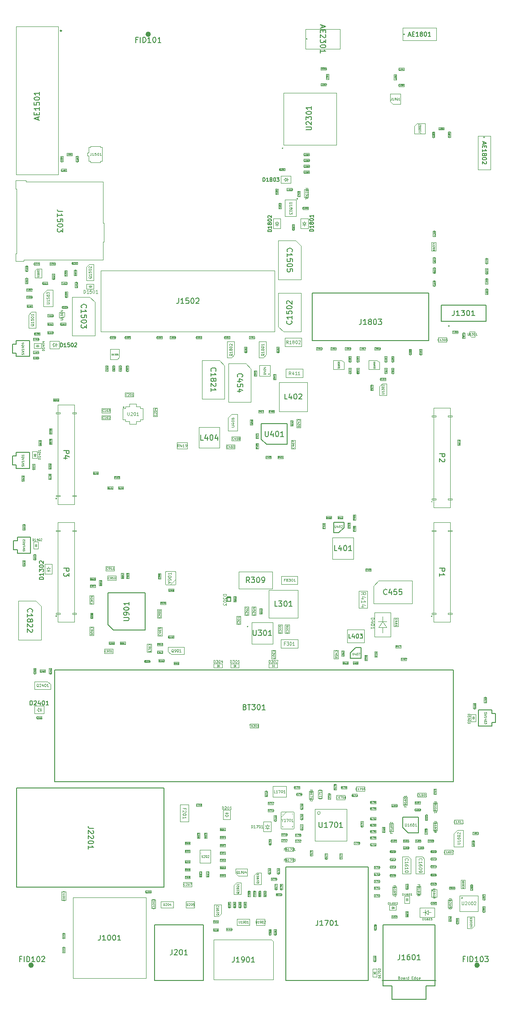
<source format=gbr>
%TF.GenerationSoftware,KiCad,Pcbnew,(5.99.0-459-gf0c386f5d-dirty)*%
%TF.CreationDate,2019-12-04T11:21:01+01:00*%
%TF.ProjectId,dvk-mx8m-bsb,64766b2d-6d78-4386-9d2d-6273622e6b69,v1.0.0*%
%TF.SameCoordinates,Original*%
%TF.FileFunction,AssemblyDrawing,Top*%
%FSLAX46Y46*%
G04 Gerber Fmt 4.6, Leading zero omitted, Abs format (unit mm)*
G04 Created by KiCad (PCBNEW (5.99.0-459-gf0c386f5d-dirty)) date 2019-12-04 11:21:01*
%MOMM*%
%LPD*%
G04 APERTURE LIST*
%ADD10C,0.150000*%
%ADD11C,0.050000*%
%ADD12C,0.100000*%
%ADD13C,0.500000*%
%ADD14C,0.040000*%
%ADD15C,0.250000*%
%ADD16C,0.140000*%
%ADD17C,0.090000*%
%ADD18C,0.080000*%
%ADD19C,0.125000*%
%ADD20C,0.060000*%
%ADD21C,0.075000*%
%ADD22C,0.120000*%
%ADD23C,0.135000*%
%ADD24C,0.062500*%
%ADD25C,0.030000*%
G04 APERTURE END LIST*
D10*
%TO.C,U1601*%
X134100000Y-210700000D02*
X133100000Y-209700000D01*
X136100000Y-210700000D02*
X134100000Y-210700000D01*
X136100000Y-207700000D02*
X136100000Y-210700000D01*
X133100000Y-207700000D02*
X136100000Y-207700000D01*
X133100000Y-209700000D02*
X133100000Y-207700000D01*
D11*
%TO.C,U202*%
X96750000Y-216335000D02*
X96750000Y-213935000D01*
X94750000Y-216335000D02*
X96750000Y-216335000D01*
X94750000Y-213935000D02*
X94750000Y-216335000D01*
X96750000Y-213935000D02*
X94750000Y-213935000D01*
D12*
X95000000Y-214535000D02*
G75*
G03X95000000Y-214535000I-50000J0D01*
G01*
D10*
%TO.C,J1803*%
X138000000Y-108815000D02*
X138000000Y-117815000D01*
X116000000Y-108815000D02*
X138000000Y-108815000D01*
X116000000Y-117815000D02*
X116000000Y-108815000D01*
X138000000Y-117815000D02*
X116000000Y-117815000D01*
%TO.C,AE2301*%
X115050000Y-60900000D02*
G75*
G03X115050000Y-60900000I-75000J0D01*
G01*
D12*
X114725000Y-62775000D02*
X121275000Y-62775000D01*
X114725000Y-59025000D02*
X114725000Y-62775000D01*
X121275000Y-59025000D02*
X114725000Y-59025000D01*
X121275000Y-62775000D02*
X121275000Y-59025000D01*
%TO.C,AE1802*%
X149675000Y-85575000D02*
X149675000Y-79225000D01*
X149675000Y-79225000D02*
X147325000Y-79225000D01*
X147325000Y-79225000D02*
X147325000Y-85575000D01*
X147325000Y-85575000D02*
X149675000Y-85575000D01*
D10*
X148575000Y-79450000D02*
G75*
G03X148575000Y-79450000I-75000J0D01*
G01*
D12*
%TO.C,AE1801*%
X139475000Y-58825000D02*
X133125000Y-58825000D01*
X133125000Y-58825000D02*
X133125000Y-61175000D01*
X133125000Y-61175000D02*
X139475000Y-61175000D01*
X139475000Y-61175000D02*
X139475000Y-58825000D01*
D10*
X133425000Y-60000000D02*
G75*
G03X133425000Y-60000000I-75000J0D01*
G01*
D11*
%TO.C,U201*%
X81475000Y-129715000D02*
X82725000Y-129715000D01*
X82725000Y-130215000D02*
X82725000Y-129715000D01*
X80675000Y-130215000D02*
X81475000Y-130215000D01*
X80175000Y-130615000D02*
X80175000Y-132665000D01*
X80675000Y-130615000D02*
X80175000Y-130615000D01*
X80675000Y-130215000D02*
X80675000Y-130615000D01*
X80675000Y-132665000D02*
X80175000Y-132665000D01*
X80675000Y-133065000D02*
X80675000Y-132665000D01*
X80675000Y-133065000D02*
X81475000Y-133065000D01*
X81475000Y-133065000D02*
X81475000Y-133565000D01*
X81475000Y-133565000D02*
X82725000Y-133565000D01*
X81475000Y-130215000D02*
X81475000Y-129715000D01*
X82725000Y-133065000D02*
X82725000Y-133565000D01*
X83525000Y-130215000D02*
X82725000Y-130215000D01*
X83525000Y-133065000D02*
X82725000Y-133065000D01*
X83525000Y-130215000D02*
X83525000Y-130615000D01*
X83525000Y-133065000D02*
X83525000Y-132665000D01*
X84025000Y-132665000D02*
X83525000Y-132665000D01*
X84025000Y-130615000D02*
X83525000Y-130615000D01*
X84025000Y-130615000D02*
X84025000Y-132665000D01*
D10*
X80425000Y-130390000D02*
G75*
G03X80425000Y-130390000I-75000J0D01*
G01*
%TO.C,BT301*%
X142650000Y-179950000D02*
X67350000Y-179950000D01*
X67350000Y-201050000D02*
X142650000Y-201050000D01*
X67350000Y-179950000D02*
X67350000Y-201050000D01*
X142650000Y-201050000D02*
X142650000Y-179950000D01*
D12*
%TO.C,J1503*%
X59950000Y-102800000D02*
X61500000Y-102800000D01*
X61500000Y-102800000D02*
X61500000Y-102600000D01*
X61500000Y-102600000D02*
X76500000Y-102600000D01*
X59950000Y-102800000D02*
X59950000Y-101400000D01*
X59950000Y-101400000D02*
X60100000Y-101400000D01*
X60100000Y-101400000D02*
X60100000Y-89200000D01*
X60100000Y-89200000D02*
X59950000Y-89200000D01*
X59950000Y-89200000D02*
X59950000Y-87600000D01*
X59950000Y-87600000D02*
X61900000Y-87600000D01*
X61900000Y-87600000D02*
X61900000Y-87800000D01*
X61900000Y-87800000D02*
X76500000Y-87800000D01*
X76500000Y-87800000D02*
X76500000Y-95600000D01*
X76500000Y-95600000D02*
X76650000Y-95600000D01*
X76650000Y-95600000D02*
X76650000Y-99200000D01*
X76650000Y-99200000D02*
X76500000Y-99200000D01*
X76500000Y-99200000D02*
X76500000Y-102600000D01*
%TO.C,L404*%
X98500000Y-134170000D02*
X94600000Y-134170000D01*
X94600000Y-134170000D02*
X94600000Y-138070000D01*
X94600000Y-138070000D02*
X98500000Y-138070000D01*
X98500000Y-138070000D02*
X98500000Y-134170000D01*
D13*
%TO.C,FID101*%
X85250000Y-60000000D02*
G75*
G03X85250000Y-60000000I-250000J0D01*
G01*
%TO.C,FID103*%
X147400000Y-235650000D02*
G75*
G03X147400000Y-235650000I-250000J0D01*
G01*
%TO.C,FID102*%
X63100000Y-235650000D02*
G75*
G03X63100000Y-235650000I-250000J0D01*
G01*
D12*
%TO.C,U1701*%
X122500000Y-212200000D02*
X116500000Y-212200000D01*
X122500000Y-206200000D02*
X116500000Y-206200000D01*
X122500000Y-212200000D02*
X122500000Y-206200000D01*
X116500000Y-212200000D02*
X116500000Y-206200000D01*
X117532843Y-206950000D02*
G75*
G03X117532843Y-206950000I-282843J0D01*
G01*
D11*
%TO.C,U205*%
X93735000Y-223615000D02*
X92165000Y-223615000D01*
X93735000Y-224785000D02*
X93735000Y-223615000D01*
X92165000Y-224785000D02*
X92165000Y-223615000D01*
X93735000Y-224785000D02*
X92165000Y-224785000D01*
D12*
X93600000Y-224600000D02*
G75*
G03X93600000Y-224600000I-50000J0D01*
G01*
D11*
%TO.C,U204*%
X89735000Y-223615000D02*
X87365000Y-223615000D01*
X89735000Y-224785000D02*
X89735000Y-223615000D01*
X87365000Y-224785000D02*
X87365000Y-223615000D01*
X89735000Y-224785000D02*
X87365000Y-224785000D01*
D12*
X89600000Y-224600000D02*
G75*
G03X89600000Y-224600000I-50000J0D01*
G01*
D11*
%TO.C,U1902*%
X106985000Y-226915000D02*
X105415000Y-226915000D01*
X106985000Y-228085000D02*
X106985000Y-226915000D01*
X105415000Y-228085000D02*
X105415000Y-226915000D01*
X106985000Y-228085000D02*
X105415000Y-228085000D01*
D12*
X106850000Y-227900000D02*
G75*
G03X106850000Y-227900000I-50000J0D01*
G01*
D11*
%TO.C,U1901*%
X104185000Y-226915000D02*
X101815000Y-226915000D01*
X104185000Y-228085000D02*
X104185000Y-226915000D01*
X101815000Y-228085000D02*
X101815000Y-226915000D01*
X104185000Y-228085000D02*
X101815000Y-228085000D01*
D12*
X104050000Y-227900000D02*
G75*
G03X104050000Y-227900000I-50000J0D01*
G01*
D11*
%TO.C,U1603*%
X138500000Y-221375000D02*
X139500000Y-221375000D01*
X138500000Y-222825000D02*
X138500000Y-221375000D01*
X139500000Y-222825000D02*
X138500000Y-222825000D01*
X139500000Y-221375000D02*
X139500000Y-222825000D01*
D10*
X138775000Y-221600000D02*
G75*
G03X138775000Y-221600000I-75000J0D01*
G01*
D11*
%TO.C,U404*%
X108000000Y-122500000D02*
X106000000Y-122500000D01*
X108000000Y-124500000D02*
X108000000Y-122500000D01*
X106000000Y-124500000D02*
X108000000Y-124500000D01*
X106000000Y-122500000D02*
X106000000Y-124500000D01*
D10*
X107875000Y-124150000D02*
G75*
G03X107875000Y-124150000I-75000J0D01*
G01*
D11*
%TO.C,U301*%
X104550000Y-175000000D02*
X104550000Y-171000000D01*
X108550000Y-175000000D02*
X104550000Y-175000000D01*
X108550000Y-171000000D02*
X108550000Y-175000000D01*
X104550000Y-171000000D02*
X108550000Y-171000000D01*
D10*
X103875000Y-171750000D02*
G75*
G03X103875000Y-171750000I-75000J0D01*
G01*
D14*
%TO.C,MOD101*%
X139330000Y-153580000D02*
X139330000Y-153820000D01*
X139330000Y-153820000D02*
X138590000Y-153820000D01*
X138590000Y-153820000D02*
X138590000Y-153580000D01*
X138590000Y-153580000D02*
X139330000Y-153580000D01*
X142410000Y-153580000D02*
X142410000Y-153820000D01*
X142410000Y-153820000D02*
X141670000Y-153820000D01*
X141670000Y-153820000D02*
X141670000Y-153580000D01*
X141670000Y-153580000D02*
X142410000Y-153580000D01*
X142410000Y-169180000D02*
X142410000Y-169420000D01*
X141670000Y-169420000D02*
X141670000Y-169180000D01*
X141670000Y-169180000D02*
X142410000Y-169180000D01*
X142410000Y-169420000D02*
X141670000Y-169420000D01*
X139330000Y-169180000D02*
X139330000Y-169420000D01*
X139330000Y-169420000D02*
X138590000Y-169420000D01*
X138590000Y-169420000D02*
X138590000Y-169180000D01*
X138590000Y-169180000D02*
X139330000Y-169180000D01*
X70670000Y-146980000D02*
X70670000Y-147220000D01*
X70670000Y-147220000D02*
X71410000Y-147220000D01*
X71410000Y-147220000D02*
X71410000Y-146980000D01*
X71410000Y-146980000D02*
X70670000Y-146980000D01*
X71410000Y-169180000D02*
X70670000Y-169180000D01*
X71410000Y-169420000D02*
X71410000Y-169180000D01*
X70670000Y-169420000D02*
X71410000Y-169420000D01*
X70670000Y-169180000D02*
X70670000Y-169420000D01*
X70670000Y-153580000D02*
X70670000Y-153820000D01*
X70670000Y-153820000D02*
X71410000Y-153820000D01*
X71410000Y-153820000D02*
X71410000Y-153580000D01*
X71410000Y-153580000D02*
X70670000Y-153580000D01*
X68330000Y-153580000D02*
X67590000Y-153580000D01*
X68330000Y-153820000D02*
X68330000Y-153580000D01*
X67590000Y-153820000D02*
X68330000Y-153820000D01*
X67590000Y-153580000D02*
X67590000Y-153820000D01*
X68330000Y-146980000D02*
X67590000Y-146980000D01*
X68330000Y-147220000D02*
X68330000Y-146980000D01*
X67590000Y-147220000D02*
X68330000Y-147220000D01*
X67590000Y-146980000D02*
X67590000Y-147220000D01*
X67590000Y-169180000D02*
X67590000Y-169420000D01*
X67590000Y-169420000D02*
X68330000Y-169420000D01*
X68330000Y-169420000D02*
X68330000Y-169180000D01*
X68330000Y-169180000D02*
X67590000Y-169180000D01*
X142410000Y-147580000D02*
X141670000Y-147580000D01*
X142410000Y-147820000D02*
X142410000Y-147580000D01*
X141670000Y-147820000D02*
X142410000Y-147820000D01*
X141670000Y-147580000D02*
X141670000Y-147820000D01*
X70670000Y-131380000D02*
X70670000Y-131620000D01*
X70670000Y-131620000D02*
X71410000Y-131620000D01*
X71410000Y-131620000D02*
X71410000Y-131380000D01*
X71410000Y-131380000D02*
X70670000Y-131380000D01*
X139330000Y-131980000D02*
X138590000Y-131980000D01*
X139330000Y-132220000D02*
X139330000Y-131980000D01*
X138590000Y-132220000D02*
X139330000Y-132220000D01*
X138590000Y-131980000D02*
X138590000Y-132220000D01*
X141670000Y-131980000D02*
X141670000Y-132220000D01*
X141670000Y-132220000D02*
X142410000Y-132220000D01*
X142410000Y-132220000D02*
X142410000Y-131980000D01*
X142410000Y-131980000D02*
X141670000Y-131980000D01*
X68330000Y-131380000D02*
X67590000Y-131380000D01*
X68330000Y-131620000D02*
X68330000Y-131380000D01*
X67590000Y-131620000D02*
X68330000Y-131620000D01*
X67590000Y-131380000D02*
X67590000Y-131620000D01*
X138590000Y-147580000D02*
X138590000Y-147820000D01*
X138590000Y-147820000D02*
X139330000Y-147820000D01*
X139330000Y-147820000D02*
X139330000Y-147580000D01*
X139330000Y-147580000D02*
X138590000Y-147580000D01*
D10*
%TO.C,J1601*%
X139400000Y-238500000D02*
X129200000Y-238500000D01*
X129400000Y-228075000D02*
X129400000Y-239575000D01*
X139200000Y-228075000D02*
X129400000Y-228075000D01*
X139200000Y-239575000D02*
X139200000Y-228075000D01*
X137500000Y-239575000D02*
X139200000Y-239575000D01*
X137500000Y-242075000D02*
X137500000Y-239575000D01*
X131100000Y-242075000D02*
X137500000Y-242075000D01*
X131100000Y-239575000D02*
X131100000Y-242075000D01*
X129400000Y-239575000D02*
X131100000Y-239575000D01*
%TO.C,J1301*%
X141890000Y-115050000D02*
G75*
G03X141890000Y-115050000I-90000J0D01*
G01*
X140350000Y-114150000D02*
X140350000Y-111150000D01*
X148850000Y-114150000D02*
X140350000Y-114150000D01*
X148850000Y-111150000D02*
X148850000Y-114150000D01*
X140350000Y-111150000D02*
X148850000Y-111150000D01*
D12*
%TO.C,R408*%
X124200000Y-153800000D02*
X123700000Y-153800000D01*
X123700000Y-153800000D02*
X123700000Y-152800000D01*
X123700000Y-152800000D02*
X124200000Y-152800000D01*
X124200000Y-152800000D02*
X124200000Y-153800000D01*
%TO.C,R409*%
X118600000Y-151450000D02*
X118600000Y-150950000D01*
X118600000Y-150950000D02*
X119600000Y-150950000D01*
X119600000Y-150950000D02*
X119600000Y-151450000D01*
X119600000Y-151450000D02*
X118600000Y-151450000D01*
%TO.C,R404*%
X124200000Y-151635000D02*
X123700000Y-151635000D01*
X123700000Y-151635000D02*
X123700000Y-150635000D01*
X123700000Y-150635000D02*
X124200000Y-150635000D01*
X124200000Y-150635000D02*
X124200000Y-151635000D01*
%TO.C,C416*%
X118450000Y-153290000D02*
X117950000Y-153290000D01*
X117950000Y-153290000D02*
X117950000Y-152290000D01*
X117950000Y-152290000D02*
X118450000Y-152290000D01*
X118450000Y-152290000D02*
X118450000Y-153290000D01*
%TO.C,U2002*%
X144350000Y-223000000D02*
G75*
G03X144350000Y-223000000I-50000J0D01*
G01*
X144450000Y-223000000D02*
G75*
G03X144450000Y-223000000I-150000J0D01*
G01*
X143850000Y-225500000D02*
X143850000Y-222500000D01*
X147350000Y-225500000D02*
X143850000Y-225500000D01*
X147350000Y-222500000D02*
X147350000Y-225500000D01*
X143850000Y-222500000D02*
X147350000Y-222500000D01*
%TO.C,J1901*%
X108275000Y-230875000D02*
X97400000Y-230875000D01*
X108600000Y-231175000D02*
X108600000Y-238375000D01*
X108275000Y-230875000D02*
X108600000Y-231175000D01*
X108600000Y-238375000D02*
X97400000Y-238375000D01*
X97400000Y-230875000D02*
X97400000Y-238375000D01*
D10*
%TO.C,J201*%
X86200000Y-238500000D02*
X95400000Y-238500000D01*
X86200000Y-228000000D02*
X86200000Y-238500000D01*
X95400000Y-228000000D02*
X86200000Y-228000000D01*
X95400000Y-238500000D02*
X95400000Y-228000000D01*
D12*
%TO.C,J1502*%
X76000000Y-116100000D02*
X108900000Y-116100000D01*
X76000000Y-104600000D02*
X76000000Y-116100000D01*
X108900000Y-116100000D02*
X108900000Y-104600000D01*
X108900000Y-104600000D02*
X76000000Y-104600000D01*
%TO.C,C301*%
X102485000Y-171350000D02*
X101685000Y-171350000D01*
X101685000Y-171350000D02*
X101685000Y-169750000D01*
X101685000Y-169750000D02*
X102485000Y-169750000D01*
X102485000Y-169750000D02*
X102485000Y-171350000D01*
%TO.C,R1719*%
X120035000Y-201536600D02*
X120535000Y-201536600D01*
X120535000Y-201536600D02*
X120535000Y-202536600D01*
X120535000Y-202536600D02*
X120035000Y-202536600D01*
X120035000Y-202536600D02*
X120035000Y-201536600D01*
%TO.C,R1714*%
X123500000Y-203850000D02*
X123500000Y-203350000D01*
X123500000Y-203350000D02*
X124500000Y-203350000D01*
X124500000Y-203350000D02*
X124500000Y-203850000D01*
X124500000Y-203850000D02*
X123500000Y-203850000D01*
%TO.C,J1001*%
X70787500Y-238125000D02*
X70787500Y-222875000D01*
X84612500Y-238125000D02*
X70787500Y-238125000D01*
X84612500Y-222875000D02*
X84612500Y-238125000D01*
X70787500Y-222875000D02*
X84612500Y-222875000D01*
%TO.C,C1002*%
X68600000Y-221787500D02*
X69400000Y-221787500D01*
X69400000Y-221787500D02*
X69400000Y-223387500D01*
X69400000Y-223387500D02*
X68600000Y-223387500D01*
X68600000Y-223387500D02*
X68600000Y-221787500D01*
%TO.C,C1822*%
X64750000Y-174250000D02*
X64750000Y-167950000D01*
X64750000Y-167950000D02*
X63750000Y-166950000D01*
X63750000Y-166950000D02*
X60450000Y-166950000D01*
X60450000Y-166950000D02*
X60450000Y-174250000D01*
X60450000Y-174250000D02*
X64750000Y-174250000D01*
%TO.C,FB1601*%
X133219000Y-205462000D02*
X133219000Y-203938000D01*
X133219000Y-203938000D02*
X133981000Y-203938000D01*
X133981000Y-203938000D02*
X133981000Y-205462000D01*
X133981000Y-205462000D02*
X133219000Y-205462000D01*
%TO.C,C201*%
X80650000Y-128415000D02*
X80650000Y-127615000D01*
X80650000Y-127615000D02*
X82250000Y-127615000D01*
X82250000Y-127615000D02*
X82250000Y-128415000D01*
X82250000Y-128415000D02*
X80650000Y-128415000D01*
%TO.C,D1502*%
X67100000Y-118600000D02*
X66850000Y-118600000D01*
X67100000Y-118250000D02*
X67600000Y-118600000D01*
X67100000Y-118950000D02*
X67100000Y-118250000D01*
X67600000Y-118600000D02*
X67100000Y-118950000D01*
X67600000Y-118600000D02*
X67800000Y-118600000D01*
X67600000Y-118950000D02*
X67600000Y-118250000D01*
X68200000Y-117900000D02*
X68200000Y-119300000D01*
X66400000Y-117900000D02*
X68200000Y-117900000D01*
X66400000Y-119300000D02*
X66400000Y-117900000D01*
X68200000Y-119300000D02*
X66400000Y-119300000D01*
%TO.C,C414*%
X139450000Y-203415000D02*
X138950000Y-203415000D01*
X138950000Y-203415000D02*
X138950000Y-202415000D01*
X138950000Y-202415000D02*
X139450000Y-202415000D01*
X139450000Y-202415000D02*
X139450000Y-203415000D01*
%TO.C,C410*%
X141750000Y-226400000D02*
X142250000Y-226400000D01*
X142250000Y-226400000D02*
X142250000Y-227400000D01*
X142250000Y-227400000D02*
X141750000Y-227400000D01*
X141750000Y-227400000D02*
X141750000Y-226400000D01*
%TO.C,C406*%
X129750000Y-210600000D02*
X129250000Y-210600000D01*
X129250000Y-210600000D02*
X129250000Y-209600000D01*
X129250000Y-209600000D02*
X129750000Y-209600000D01*
X129750000Y-209600000D02*
X129750000Y-210600000D01*
%TO.C,C418*%
X113690000Y-90593600D02*
X113190000Y-90593600D01*
X113190000Y-90593600D02*
X113190000Y-89593600D01*
X113190000Y-89593600D02*
X113690000Y-89593600D01*
X113690000Y-89593600D02*
X113690000Y-90593600D01*
%TO.C,C455*%
X134870000Y-163110000D02*
X128570000Y-163110000D01*
X128570000Y-163110000D02*
X127570000Y-164110000D01*
X127570000Y-164110000D02*
X127570000Y-167410000D01*
X127570000Y-167410000D02*
X134870000Y-167410000D01*
X134870000Y-167410000D02*
X134870000Y-163110000D01*
%TO.C,C458*%
X102385000Y-135900000D02*
X102385000Y-136700000D01*
X102385000Y-136700000D02*
X100785000Y-136700000D01*
X100785000Y-136700000D02*
X100785000Y-135900000D01*
X100785000Y-135900000D02*
X102385000Y-135900000D01*
%TO.C,L403*%
X122610000Y-172325000D02*
X122610000Y-174825000D01*
X122610000Y-174825000D02*
X125810000Y-174825000D01*
X125810000Y-174825000D02*
X125810000Y-172325000D01*
X125810000Y-172325000D02*
X122610000Y-172325000D01*
%TO.C,R417*%
X132751000Y-175273000D02*
X132751000Y-175773000D01*
X132751000Y-175773000D02*
X131751000Y-175773000D01*
X131751000Y-175773000D02*
X131751000Y-175273000D01*
X131751000Y-175273000D02*
X132751000Y-175273000D01*
%TO.C,C457*%
X121515000Y-176340000D02*
X122015000Y-176340000D01*
X122015000Y-176340000D02*
X122015000Y-177340000D01*
X122015000Y-177340000D02*
X121515000Y-177340000D01*
X121515000Y-177340000D02*
X121515000Y-176340000D01*
%TO.C,U406*%
X100100000Y-132350000D02*
X100750000Y-131700000D01*
X101900000Y-131700000D02*
X100750000Y-131700000D01*
X100100000Y-132350000D02*
X100100000Y-134800000D01*
X101900000Y-134800000D02*
X100100000Y-134800000D01*
X101900000Y-131700000D02*
X101900000Y-134800000D01*
%TO.C,C459*%
X123675000Y-178875000D02*
X123675000Y-178375000D01*
X123675000Y-178375000D02*
X124675000Y-178375000D01*
X124675000Y-178375000D02*
X124675000Y-178875000D01*
X124675000Y-178875000D02*
X123675000Y-178875000D01*
%TO.C,R418*%
X127760000Y-176485000D02*
X128260000Y-176485000D01*
X128260000Y-176485000D02*
X128260000Y-177485000D01*
X128260000Y-177485000D02*
X127760000Y-177485000D01*
X127760000Y-177485000D02*
X127760000Y-176485000D01*
%TO.C,C456*%
X120100000Y-176200000D02*
X120900000Y-176200000D01*
X120900000Y-176200000D02*
X120900000Y-177800000D01*
X120900000Y-177800000D02*
X120100000Y-177800000D01*
X120100000Y-177800000D02*
X120100000Y-176200000D01*
D10*
%TO.C,U407*%
X124200000Y-175750000D02*
X125200000Y-175750000D01*
X125200000Y-175750000D02*
X125200000Y-177750000D01*
X125200000Y-177750000D02*
X123200000Y-177750000D01*
X123200000Y-177750000D02*
X123200000Y-176750000D01*
X123200000Y-176750000D02*
X124200000Y-175750000D01*
D12*
%TO.C,D401*%
X127785000Y-173725000D02*
X127785000Y-169125000D01*
X127785000Y-169125000D02*
X130785000Y-169125000D01*
X130785000Y-173725000D02*
X127785000Y-173725000D01*
X130785000Y-173725000D02*
X130785000Y-169125000D01*
X129283980Y-170775560D02*
X129283980Y-169873860D01*
X129283980Y-171926180D02*
X129283980Y-172924400D01*
X130084080Y-170775560D02*
X128483880Y-170775560D01*
X128534680Y-171926180D02*
X130084080Y-171926180D01*
X129283980Y-170775560D02*
X128534680Y-171926180D01*
X129283980Y-170775560D02*
X130084080Y-171926180D01*
%TO.C,C460*%
X99750000Y-138245000D02*
X99750000Y-137445000D01*
X99750000Y-137445000D02*
X101350000Y-137445000D01*
X101350000Y-137445000D02*
X101350000Y-138245000D01*
X101350000Y-138245000D02*
X99750000Y-138245000D01*
%TO.C,R416*%
X125875000Y-177130000D02*
X126375000Y-177130000D01*
X126375000Y-177130000D02*
X126375000Y-178130000D01*
X126375000Y-178130000D02*
X125875000Y-178130000D01*
X125875000Y-178130000D02*
X125875000Y-177130000D01*
%TO.C,R415*%
X122750000Y-178375000D02*
X122750000Y-178875000D01*
X122750000Y-178875000D02*
X121750000Y-178875000D01*
X121750000Y-178875000D02*
X121750000Y-178375000D01*
X121750000Y-178375000D02*
X122750000Y-178375000D01*
%TO.C,R419*%
X90400000Y-138220000D02*
X90400000Y-137020000D01*
X90400000Y-137020000D02*
X92400000Y-137020000D01*
X92400000Y-137020000D02*
X92400000Y-138220000D01*
X92400000Y-138220000D02*
X90400000Y-138220000D01*
%TO.C,FB1603*%
X139581000Y-205038000D02*
X139581000Y-206562000D01*
X139581000Y-206562000D02*
X138819000Y-206562000D01*
X138819000Y-206562000D02*
X138819000Y-205038000D01*
X138819000Y-205038000D02*
X139581000Y-205038000D01*
%TO.C,C1202*%
X149200000Y-103275000D02*
X148700000Y-103275000D01*
X148700000Y-103275000D02*
X148700000Y-102275000D01*
X148700000Y-102275000D02*
X149200000Y-102275000D01*
X149200000Y-102275000D02*
X149200000Y-103275000D01*
%TO.C,C1203*%
X148700000Y-104200000D02*
X149200000Y-104200000D01*
X149200000Y-104200000D02*
X149200000Y-105200000D01*
X149200000Y-105200000D02*
X148700000Y-105200000D01*
X148700000Y-105200000D02*
X148700000Y-104200000D01*
%TO.C,C1209*%
X139300000Y-98140000D02*
X138800000Y-98140000D01*
X138800000Y-98140000D02*
X138800000Y-97140000D01*
X138800000Y-97140000D02*
X139300000Y-97140000D01*
X139300000Y-97140000D02*
X139300000Y-98140000D01*
%TO.C,C1205*%
X149200000Y-107115000D02*
X148700000Y-107115000D01*
X148700000Y-107115000D02*
X148700000Y-106115000D01*
X148700000Y-106115000D02*
X149200000Y-106115000D01*
X149200000Y-106115000D02*
X149200000Y-107115000D01*
%TO.C,C1204*%
X148700000Y-108050000D02*
X149200000Y-108050000D01*
X149200000Y-108050000D02*
X149200000Y-109050000D01*
X149200000Y-109050000D02*
X148700000Y-109050000D01*
X148700000Y-109050000D02*
X148700000Y-108050000D01*
%TO.C,C1821*%
X99440000Y-128820000D02*
X99440000Y-122520000D01*
X99440000Y-122520000D02*
X98440000Y-121520000D01*
X98440000Y-121520000D02*
X95140000Y-121520000D01*
X95140000Y-121520000D02*
X95140000Y-128820000D01*
X95140000Y-128820000D02*
X99440000Y-128820000D01*
D10*
%TO.C,U402*%
X121025000Y-154075000D02*
X120025000Y-154075000D01*
X120025000Y-154075000D02*
X120025000Y-152075000D01*
X120025000Y-152075000D02*
X122025000Y-152075000D01*
X122025000Y-152075000D02*
X122025000Y-153075000D01*
X122025000Y-153075000D02*
X121025000Y-154075000D01*
D12*
%TO.C,L401*%
X123815000Y-159000000D02*
X123815000Y-155000000D01*
X123815000Y-155000000D02*
X119815000Y-155000000D01*
X119815000Y-155000000D02*
X119815000Y-159000000D01*
X119815000Y-159000000D02*
X123815000Y-159000000D01*
%TO.C,R414*%
X124800000Y-165060000D02*
X126400000Y-165060000D01*
X126400000Y-165060000D02*
X126400000Y-168260000D01*
X126400000Y-168260000D02*
X124800000Y-168260000D01*
X124800000Y-168260000D02*
X124800000Y-165060000D01*
%TO.C,R105*%
X66275000Y-134400000D02*
X66775000Y-134400000D01*
X66775000Y-134400000D02*
X66775000Y-135400000D01*
X66775000Y-135400000D02*
X66275000Y-135400000D01*
X66275000Y-135400000D02*
X66275000Y-134400000D01*
%TO.C,R106*%
X66275000Y-136325000D02*
X66775000Y-136325000D01*
X66775000Y-136325000D02*
X66775000Y-137325000D01*
X66775000Y-137325000D02*
X66275000Y-137325000D01*
X66275000Y-137325000D02*
X66275000Y-136325000D01*
%TO.C,R410*%
X120800000Y-151450000D02*
X120800000Y-150950000D01*
X120800000Y-150950000D02*
X121800000Y-150950000D01*
X121800000Y-150950000D02*
X121800000Y-151450000D01*
X121800000Y-151450000D02*
X120800000Y-151450000D01*
%TO.C,C408*%
X123200000Y-153160000D02*
X122700000Y-153160000D01*
X122700000Y-153160000D02*
X122700000Y-152160000D01*
X122700000Y-152160000D02*
X123200000Y-152160000D01*
X123200000Y-152160000D02*
X123200000Y-153160000D01*
%TO.C,C453*%
X126082000Y-161301000D02*
X126082000Y-160801000D01*
X126082000Y-160801000D02*
X127082000Y-160801000D01*
X127082000Y-160801000D02*
X127082000Y-161301000D01*
X127082000Y-161301000D02*
X126082000Y-161301000D01*
%TO.C,C454*%
X104440000Y-129420000D02*
X104440000Y-123120000D01*
X104440000Y-123120000D02*
X103440000Y-122120000D01*
X103440000Y-122120000D02*
X100140000Y-122120000D01*
X100140000Y-122120000D02*
X100140000Y-129420000D01*
X100140000Y-129420000D02*
X104440000Y-129420000D01*
%TO.C,Q1801*%
X107310000Y-120470000D02*
X107310000Y-118020000D01*
X106760000Y-121040000D02*
X105910000Y-121040000D01*
X107310000Y-120470000D02*
X106760000Y-121040000D01*
X105910000Y-121040000D02*
X105910000Y-118000000D01*
X107310000Y-118000000D02*
X105910000Y-118000000D01*
%TO.C,D1404*%
X64200000Y-118787500D02*
X64350000Y-118787500D01*
X64200000Y-118587500D02*
X63900000Y-118787500D01*
X64200000Y-118987500D02*
X64200000Y-118587500D01*
X63900000Y-118787500D02*
X64200000Y-118987500D01*
X63900000Y-118787500D02*
X63750000Y-118787500D01*
X63900000Y-118987500D02*
X63900000Y-118587500D01*
X64750000Y-118337500D02*
X64750000Y-119237500D01*
X63450000Y-118337500D02*
X64750000Y-118337500D01*
X63450000Y-119237500D02*
X63450000Y-118337500D01*
X64750000Y-119237500D02*
X63450000Y-119237500D01*
%TO.C,R1402*%
X61250000Y-159300000D02*
X61750000Y-159300000D01*
X61750000Y-159300000D02*
X61750000Y-160300000D01*
X61750000Y-160300000D02*
X61250000Y-160300000D01*
X61250000Y-160300000D02*
X61250000Y-159300000D01*
%TO.C,C1402*%
X63275000Y-158150000D02*
X63775000Y-158150000D01*
X63775000Y-158150000D02*
X63775000Y-159150000D01*
X63775000Y-159150000D02*
X63275000Y-159150000D01*
X63275000Y-159150000D02*
X63275000Y-158150000D01*
%TO.C,D1402*%
X63750000Y-156300000D02*
X63750000Y-156150000D01*
X63550000Y-156300000D02*
X63750000Y-156600000D01*
X63950000Y-156300000D02*
X63550000Y-156300000D01*
X63750000Y-156600000D02*
X63950000Y-156300000D01*
X63750000Y-156600000D02*
X63750000Y-156750000D01*
X63950000Y-156600000D02*
X63550000Y-156600000D01*
X63300000Y-155750000D02*
X64200000Y-155750000D01*
X63300000Y-157050000D02*
X63300000Y-155750000D01*
X64200000Y-157050000D02*
X63300000Y-157050000D01*
X64200000Y-155750000D02*
X64200000Y-157050000D01*
D10*
%TO.C,SW1404*%
X60050000Y-120150000D02*
X60050000Y-120800000D01*
X59350000Y-120150000D02*
X60050000Y-120150000D01*
X59350000Y-118450000D02*
X59350000Y-120150000D01*
X60050000Y-118450000D02*
X59350000Y-118450000D01*
X60050000Y-117800000D02*
X60050000Y-118450000D01*
X62550000Y-117800000D02*
X60050000Y-117800000D01*
X62550000Y-120800000D02*
X62550000Y-117800000D01*
X60050000Y-120800000D02*
X62550000Y-120800000D01*
%TO.C,SW1403*%
X149950000Y-188150000D02*
X149950000Y-187500000D01*
X150650000Y-188150000D02*
X149950000Y-188150000D01*
X150650000Y-189850000D02*
X150650000Y-188150000D01*
X149950000Y-189850000D02*
X150650000Y-189850000D01*
X149950000Y-190500000D02*
X149950000Y-189850000D01*
X147450000Y-190500000D02*
X149950000Y-190500000D01*
X147450000Y-187500000D02*
X147450000Y-190500000D01*
X149950000Y-187500000D02*
X147450000Y-187500000D01*
%TO.C,SW1401*%
X60050000Y-141250000D02*
X60050000Y-141900000D01*
X59350000Y-141250000D02*
X60050000Y-141250000D01*
X59350000Y-139550000D02*
X59350000Y-141250000D01*
X60050000Y-139550000D02*
X59350000Y-139550000D01*
X60050000Y-138900000D02*
X60050000Y-139550000D01*
X62550000Y-138900000D02*
X60050000Y-138900000D01*
X62550000Y-141900000D02*
X62550000Y-138900000D01*
X60050000Y-141900000D02*
X62550000Y-141900000D01*
%TO.C,SW1402*%
X60250000Y-157250000D02*
X60250000Y-157900000D01*
X59550000Y-157250000D02*
X60250000Y-157250000D01*
X59550000Y-155550000D02*
X59550000Y-157250000D01*
X60250000Y-155550000D02*
X59550000Y-155550000D01*
X60250000Y-154900000D02*
X60250000Y-155550000D01*
X62750000Y-154900000D02*
X60250000Y-154900000D01*
X62750000Y-157900000D02*
X62750000Y-154900000D01*
X60250000Y-157900000D02*
X62750000Y-157900000D01*
D12*
%TO.C,AE1501*%
X60000000Y-58500000D02*
X68000000Y-58500000D01*
X60000000Y-86500000D02*
X60000000Y-58500000D01*
X68000000Y-58500000D02*
X68000000Y-86500000D01*
X68000000Y-86500000D02*
X60000000Y-86500000D01*
D15*
X68625000Y-59350000D02*
G75*
G03X68625000Y-59350000I-125000J0D01*
G01*
D12*
%TO.C,R1713*%
X108750000Y-207415000D02*
X109250000Y-207415000D01*
X109250000Y-207415000D02*
X109250000Y-208415000D01*
X109250000Y-208415000D02*
X108750000Y-208415000D01*
X108750000Y-208415000D02*
X108750000Y-207415000D01*
%TO.C,U2301*%
X110550000Y-71100000D02*
X120600000Y-71100000D01*
X120600000Y-80900000D02*
X110550000Y-80900000D01*
X120600000Y-71100000D02*
X120600000Y-80900000D01*
X110550000Y-80900000D02*
X110550000Y-71100000D01*
D10*
X110475000Y-81500000D02*
G75*
G03X110475000Y-81500000I-75000J0D01*
G01*
D12*
%TO.C,J1801*%
X131200000Y-73200000D02*
X132700000Y-73200000D01*
X132700000Y-73200000D02*
X132700000Y-71200000D01*
X132700000Y-71200000D02*
X130700000Y-71200000D01*
X130700000Y-71200000D02*
X130700000Y-72700000D01*
X130700000Y-72700000D02*
X131200000Y-73200000D01*
%TO.C,J1802*%
X135300000Y-77300000D02*
X135300000Y-78800000D01*
X135300000Y-78800000D02*
X137300000Y-78800000D01*
X137300000Y-78800000D02*
X137300000Y-76800000D01*
X137300000Y-76800000D02*
X135800000Y-76800000D01*
X135800000Y-76800000D02*
X135300000Y-77300000D01*
D10*
%TO.C,J2201*%
X60100000Y-202245000D02*
X87950000Y-202245000D01*
X60100000Y-220945000D02*
X60100000Y-202245000D01*
X87950000Y-220945000D02*
X60100000Y-220945000D01*
X87950000Y-202245000D02*
X87950000Y-220945000D01*
D12*
%TO.C,R1904*%
X106300000Y-222675000D02*
X105800000Y-222675000D01*
X105800000Y-222675000D02*
X105800000Y-221675000D01*
X105800000Y-221675000D02*
X106300000Y-221675000D01*
X106300000Y-221675000D02*
X106300000Y-222675000D01*
D10*
%TO.C,J1701*%
X126590000Y-217130000D02*
X111000000Y-217130000D01*
X126610000Y-238500000D02*
X126600000Y-217140000D01*
X111010000Y-238500000D02*
X126590000Y-238500000D01*
X111000000Y-217130000D02*
X111010000Y-238500000D01*
%TO.C,U901*%
X77400000Y-171400000D02*
X77400000Y-165400000D01*
X77400000Y-165400000D02*
X84400000Y-165400000D01*
X84400000Y-165400000D02*
X84400000Y-172400000D01*
X84400000Y-172400000D02*
X78400000Y-172400000D01*
X78400000Y-172400000D02*
X77400000Y-171400000D01*
D12*
%TO.C,C1707*%
X113800000Y-211950000D02*
X113800000Y-212450000D01*
X113800000Y-212450000D02*
X112800000Y-212450000D01*
X112800000Y-212450000D02*
X112800000Y-211950000D01*
X112800000Y-211950000D02*
X113800000Y-211950000D01*
%TO.C,L1701*%
X111050000Y-201900000D02*
X111050000Y-203900000D01*
X108550000Y-201900000D02*
X111050000Y-201900000D01*
X108550000Y-203900000D02*
X108550000Y-201900000D01*
X111050000Y-203900000D02*
X108550000Y-203900000D01*
%TO.C,Y901*%
X88200000Y-163750000D02*
X88200000Y-161450000D01*
X88200000Y-161450000D02*
X88300000Y-161350000D01*
X88300000Y-161350000D02*
X90100000Y-161350000D01*
X90100000Y-161350000D02*
X90200000Y-161450000D01*
X90200000Y-161450000D02*
X90200000Y-163750000D01*
X90200000Y-163750000D02*
X90100000Y-163850000D01*
X90100000Y-163850000D02*
X88300000Y-163850000D01*
X88300000Y-163850000D02*
X88200000Y-163750000D01*
X89200000Y-163850000D02*
X90200000Y-162850000D01*
%TO.C,Y1701*%
X112550000Y-206800000D02*
X112550000Y-209800000D01*
X112300000Y-209450000D02*
X112200000Y-209550000D01*
X112450000Y-209900000D02*
X110150000Y-209900000D01*
X110400000Y-209550000D02*
X110300000Y-209450000D01*
X110050000Y-209800000D02*
X110050000Y-206800000D01*
X110300000Y-207150000D02*
X110400000Y-207050000D01*
X110150000Y-206700000D02*
X112450000Y-206700000D01*
X112200000Y-207050000D02*
X112300000Y-207150000D01*
X111050000Y-206700000D02*
X110050000Y-207700000D01*
%TO.C,C205*%
X94225000Y-210660000D02*
X94725000Y-210660000D01*
X94725000Y-210660000D02*
X94725000Y-211660000D01*
X94725000Y-211660000D02*
X94225000Y-211660000D01*
X94225000Y-211660000D02*
X94225000Y-210660000D01*
%TO.C,D201*%
X99825000Y-207450000D02*
X99825000Y-207700000D01*
X99475000Y-207450000D02*
X99825000Y-206950000D01*
X100175000Y-207450000D02*
X99475000Y-207450000D01*
X99825000Y-206950000D02*
X100175000Y-207450000D01*
X99825000Y-206950000D02*
X99825000Y-206750000D01*
X100175000Y-206950000D02*
X99475000Y-206950000D01*
X99125000Y-206350000D02*
X100525000Y-206350000D01*
X99125000Y-208150000D02*
X99125000Y-206350000D01*
X100525000Y-208150000D02*
X99125000Y-208150000D01*
X100525000Y-206350000D02*
X100525000Y-208150000D01*
%TO.C,D1702*%
X127600000Y-237300000D02*
X128000000Y-237300000D01*
X127800000Y-237250000D02*
X127600000Y-236950000D01*
X128000000Y-236950000D02*
X127800000Y-237250000D01*
X127600000Y-236950000D02*
X128000000Y-236950000D01*
X128200000Y-236300000D02*
X128200000Y-237900000D01*
X127400000Y-236300000D02*
X128200000Y-236300000D01*
X127400000Y-237900000D02*
X127400000Y-236300000D01*
X128200000Y-237900000D02*
X127400000Y-237900000D01*
%TO.C,D304*%
X98400000Y-179350000D02*
X98400000Y-178950000D01*
X98350000Y-179150000D02*
X98050000Y-179350000D01*
X98050000Y-178950000D02*
X98350000Y-179150000D01*
X98050000Y-179350000D02*
X98050000Y-178950000D01*
X97400000Y-178750000D02*
X99000000Y-178750000D01*
X97400000Y-179550000D02*
X97400000Y-178750000D01*
X99000000Y-179550000D02*
X97400000Y-179550000D01*
X99000000Y-178750000D02*
X99000000Y-179550000D01*
%TO.C,D302*%
X108800000Y-179350000D02*
X108800000Y-178950000D01*
X108750000Y-179150000D02*
X108450000Y-179350000D01*
X108450000Y-178950000D02*
X108750000Y-179150000D01*
X108450000Y-179350000D02*
X108450000Y-178950000D01*
X107800000Y-178750000D02*
X109400000Y-178750000D01*
X107800000Y-179550000D02*
X107800000Y-178750000D01*
X109400000Y-179550000D02*
X107800000Y-179550000D01*
X109400000Y-178750000D02*
X109400000Y-179550000D01*
%TO.C,D301*%
X101550000Y-179350000D02*
X101550000Y-178950000D01*
X101500000Y-179150000D02*
X101200000Y-179350000D01*
X101200000Y-178950000D02*
X101500000Y-179150000D01*
X101200000Y-179350000D02*
X101200000Y-178950000D01*
X100550000Y-178750000D02*
X102150000Y-178750000D01*
X100550000Y-179550000D02*
X100550000Y-178750000D01*
X102150000Y-179550000D02*
X100550000Y-179550000D01*
X102150000Y-178750000D02*
X102150000Y-179550000D01*
%TO.C,J1501*%
X73625000Y-82350000D02*
X73475000Y-82500000D01*
X76325000Y-81350000D02*
X75925000Y-81350000D01*
X75925000Y-81150000D02*
X75925000Y-81350000D01*
X74125000Y-81150000D02*
X75925000Y-81150000D01*
X76325000Y-81350000D02*
X76325000Y-83950000D01*
X76325000Y-83950000D02*
X75925000Y-83950000D01*
X75925000Y-84150000D02*
X75925000Y-83950000D01*
X74125000Y-84150000D02*
X75925000Y-84150000D01*
X74125000Y-81350000D02*
X73725000Y-81350000D01*
X74125000Y-81150000D02*
X74125000Y-81350000D01*
X73725000Y-82350000D02*
X73725000Y-81350000D01*
X73625000Y-82350000D02*
X73725000Y-82350000D01*
X73475000Y-82950000D02*
X73475000Y-82500000D01*
X73475000Y-82950000D02*
X73725000Y-82950000D01*
X73725000Y-82950000D02*
X73725000Y-83950000D01*
X74125000Y-83950000D02*
X73725000Y-83950000D01*
X74125000Y-84150000D02*
X74125000Y-83950000D01*
D10*
%TO.C,U401*%
X106390000Y-136395000D02*
X106390000Y-133495000D01*
X106390000Y-133495000D02*
X111290000Y-133495000D01*
X111290000Y-133495000D02*
X111290000Y-137395000D01*
X111290000Y-137395000D02*
X107390000Y-137395000D01*
X107390000Y-137395000D02*
X106390000Y-136395000D01*
%TO.C,D303*%
X100595000Y-166341000D02*
X99945000Y-166341000D01*
X100595000Y-166116000D02*
X100595000Y-166966000D01*
X100595000Y-166966000D02*
X99945000Y-166966000D01*
X99945000Y-166966000D02*
X99945000Y-166116000D01*
X99945000Y-166116000D02*
X100595000Y-166116000D01*
D12*
%TO.C,D1302*%
X66150000Y-160700000D02*
X66150000Y-160450000D01*
X66500000Y-160700000D02*
X66150000Y-161200000D01*
X65800000Y-160700000D02*
X66500000Y-160700000D01*
X66150000Y-161200000D02*
X65800000Y-160700000D01*
X66150000Y-161200000D02*
X66150000Y-161400000D01*
X65800000Y-161200000D02*
X66500000Y-161200000D01*
X66850000Y-161800000D02*
X65450000Y-161800000D01*
X66850000Y-160000000D02*
X66850000Y-161800000D01*
X65450000Y-160000000D02*
X66850000Y-160000000D01*
X65450000Y-161800000D02*
X65450000Y-160000000D01*
%TO.C,D1401*%
X63550000Y-139250000D02*
X63550000Y-139100000D01*
X63350000Y-139250000D02*
X63550000Y-139550000D01*
X63750000Y-139250000D02*
X63350000Y-139250000D01*
X63550000Y-139550000D02*
X63750000Y-139250000D01*
X63550000Y-139550000D02*
X63550000Y-139700000D01*
X63750000Y-139550000D02*
X63350000Y-139550000D01*
X63100000Y-138700000D02*
X64000000Y-138700000D01*
X63100000Y-140000000D02*
X63100000Y-138700000D01*
X64000000Y-140000000D02*
X63100000Y-140000000D01*
X64000000Y-138700000D02*
X64000000Y-140000000D01*
%TO.C,D1403*%
X146450000Y-189100000D02*
X146450000Y-189250000D01*
X146650000Y-189100000D02*
X146450000Y-188800000D01*
X146250000Y-189100000D02*
X146650000Y-189100000D01*
X146450000Y-188800000D02*
X146250000Y-189100000D01*
X146450000Y-188800000D02*
X146450000Y-188650000D01*
X146250000Y-188800000D02*
X146650000Y-188800000D01*
X146900000Y-189650000D02*
X146000000Y-189650000D01*
X146900000Y-188350000D02*
X146900000Y-189650000D01*
X146000000Y-188350000D02*
X146900000Y-188350000D01*
X146000000Y-189650000D02*
X146000000Y-188350000D01*
%TO.C,D1501*%
X73900000Y-107600000D02*
X73750000Y-107600000D01*
X73900000Y-107800000D02*
X74200000Y-107600000D01*
X73900000Y-107400000D02*
X73900000Y-107800000D01*
X74200000Y-107600000D02*
X73900000Y-107400000D01*
X74200000Y-107600000D02*
X74350000Y-107600000D01*
X74200000Y-107400000D02*
X74200000Y-107800000D01*
X73350000Y-108050000D02*
X73350000Y-107150000D01*
X74650000Y-108050000D02*
X73350000Y-108050000D01*
X74650000Y-107150000D02*
X74650000Y-108050000D01*
X73350000Y-107150000D02*
X74650000Y-107150000D01*
%TO.C,D1601*%
X133900000Y-223400000D02*
X133900000Y-223550000D01*
X134100000Y-223400000D02*
X133900000Y-223100000D01*
X133700000Y-223400000D02*
X134100000Y-223400000D01*
X133900000Y-223100000D02*
X133700000Y-223400000D01*
X133900000Y-223100000D02*
X133900000Y-222950000D01*
X133700000Y-223100000D02*
X134100000Y-223100000D01*
X134350000Y-223950000D02*
X133450000Y-223950000D01*
X134350000Y-222650000D02*
X134350000Y-223950000D01*
X133450000Y-222650000D02*
X134350000Y-222650000D01*
X133450000Y-223950000D02*
X133450000Y-222650000D01*
%TO.C,D1602*%
X131100000Y-224800000D02*
X130950000Y-224800000D01*
X131100000Y-225000000D02*
X131400000Y-224800000D01*
X131100000Y-224600000D02*
X131100000Y-225000000D01*
X131400000Y-224800000D02*
X131100000Y-224600000D01*
X131400000Y-224800000D02*
X131550000Y-224800000D01*
X131400000Y-224600000D02*
X131400000Y-225000000D01*
X130550000Y-225250000D02*
X130550000Y-224350000D01*
X131850000Y-225250000D02*
X130550000Y-225250000D01*
X131850000Y-224350000D02*
X131850000Y-225250000D01*
X130550000Y-224350000D02*
X131850000Y-224350000D01*
%TO.C,D1701*%
X107500000Y-209300000D02*
X107500000Y-209050000D01*
X107850000Y-209300000D02*
X107500000Y-209800000D01*
X107150000Y-209300000D02*
X107850000Y-209300000D01*
X107500000Y-209800000D02*
X107150000Y-209300000D01*
X107500000Y-209800000D02*
X107500000Y-210000000D01*
X107150000Y-209800000D02*
X107850000Y-209800000D01*
X108200000Y-210400000D02*
X106800000Y-210400000D01*
X108200000Y-208600000D02*
X108200000Y-210400000D01*
X106800000Y-208600000D02*
X108200000Y-208600000D01*
X106800000Y-210400000D02*
X106800000Y-208600000D01*
%TO.C,D1801*%
X114500000Y-95500000D02*
X114500000Y-95250000D01*
X114850000Y-95500000D02*
X114500000Y-96000000D01*
X114150000Y-95500000D02*
X114850000Y-95500000D01*
X114500000Y-96000000D02*
X114150000Y-95500000D01*
X114500000Y-96000000D02*
X114500000Y-96200000D01*
X114150000Y-96000000D02*
X114850000Y-96000000D01*
X115200000Y-96600000D02*
X113800000Y-96600000D01*
X115200000Y-94800000D02*
X115200000Y-96600000D01*
X113800000Y-94800000D02*
X115200000Y-94800000D01*
X113800000Y-96600000D02*
X113800000Y-94800000D01*
%TO.C,D1802*%
X109300000Y-95500000D02*
X109300000Y-95250000D01*
X109650000Y-95500000D02*
X109300000Y-96000000D01*
X108950000Y-95500000D02*
X109650000Y-95500000D01*
X109300000Y-96000000D02*
X108950000Y-95500000D01*
X109300000Y-96000000D02*
X109300000Y-96200000D01*
X108950000Y-96000000D02*
X109650000Y-96000000D01*
X110000000Y-96600000D02*
X108600000Y-96600000D01*
X110000000Y-94800000D02*
X110000000Y-96600000D01*
X108600000Y-94800000D02*
X110000000Y-94800000D01*
X108600000Y-96600000D02*
X108600000Y-94800000D01*
%TO.C,D1803*%
X110800000Y-87400000D02*
X110550000Y-87400000D01*
X110800000Y-87050000D02*
X111300000Y-87400000D01*
X110800000Y-87750000D02*
X110800000Y-87050000D01*
X111300000Y-87400000D02*
X110800000Y-87750000D01*
X111300000Y-87400000D02*
X111500000Y-87400000D01*
X111300000Y-87750000D02*
X111300000Y-87050000D01*
X111900000Y-86700000D02*
X111900000Y-88100000D01*
X110100000Y-86700000D02*
X111900000Y-86700000D01*
X110100000Y-88100000D02*
X110100000Y-86700000D01*
X111900000Y-88100000D02*
X110100000Y-88100000D01*
%TO.C,D2401*%
X64200000Y-187450000D02*
X63950000Y-187450000D01*
X64200000Y-187100000D02*
X64700000Y-187450000D01*
X64200000Y-187800000D02*
X64200000Y-187100000D01*
X64700000Y-187450000D02*
X64200000Y-187800000D01*
X64700000Y-187450000D02*
X64900000Y-187450000D01*
X64700000Y-187800000D02*
X64700000Y-187100000D01*
X65300000Y-186750000D02*
X65300000Y-188150000D01*
X63500000Y-186750000D02*
X65300000Y-186750000D01*
X63500000Y-188150000D02*
X63500000Y-186750000D01*
X65300000Y-188150000D02*
X63500000Y-188150000D01*
%TO.C,FB301*%
X110191500Y-162238000D02*
X113239500Y-162238000D01*
X113239500Y-162238000D02*
X113239500Y-163762000D01*
X113239500Y-163762000D02*
X110191500Y-163762000D01*
X110191500Y-163762000D02*
X110191500Y-162238000D01*
%TO.C,FB1602*%
X130569000Y-210462000D02*
X130569000Y-208938000D01*
X130569000Y-208938000D02*
X131331000Y-208938000D01*
X131331000Y-208938000D02*
X131331000Y-210462000D01*
X131331000Y-210462000D02*
X130569000Y-210462000D01*
%TO.C,FB1606*%
X136481000Y-220738000D02*
X136481000Y-222262000D01*
X136481000Y-222262000D02*
X135719000Y-222262000D01*
X135719000Y-222262000D02*
X135719000Y-220738000D01*
X135719000Y-220738000D02*
X136481000Y-220738000D01*
%TO.C,FB1607*%
X131881000Y-220838000D02*
X131881000Y-222362000D01*
X131881000Y-222362000D02*
X131119000Y-222362000D01*
X131119000Y-222362000D02*
X131119000Y-220838000D01*
X131119000Y-220838000D02*
X131881000Y-220838000D01*
%TO.C,FB1608*%
X139581000Y-208738000D02*
X139581000Y-210262000D01*
X139581000Y-210262000D02*
X138819000Y-210262000D01*
X138819000Y-210262000D02*
X138819000Y-208738000D01*
X138819000Y-208738000D02*
X139581000Y-208738000D01*
%TO.C,FB1701*%
X112462000Y-214181000D02*
X110938000Y-214181000D01*
X110938000Y-214181000D02*
X110938000Y-213419000D01*
X110938000Y-213419000D02*
X112462000Y-213419000D01*
X112462000Y-213419000D02*
X112462000Y-214181000D01*
%TO.C,FB1702*%
X116131000Y-202838000D02*
X116131000Y-204362000D01*
X116131000Y-204362000D02*
X115369000Y-204362000D01*
X115369000Y-204362000D02*
X115369000Y-202838000D01*
X115369000Y-202838000D02*
X116131000Y-202838000D01*
%TO.C,FB1703*%
X112462000Y-216181000D02*
X110938000Y-216181000D01*
X110938000Y-216181000D02*
X110938000Y-215419000D01*
X110938000Y-215419000D02*
X112462000Y-215419000D01*
X112462000Y-215419000D02*
X112462000Y-216181000D01*
%TO.C,FB2002*%
X142381000Y-223288000D02*
X142381000Y-224812000D01*
X142381000Y-224812000D02*
X141619000Y-224812000D01*
X141619000Y-224812000D02*
X141619000Y-223288000D01*
X141619000Y-223288000D02*
X142381000Y-223288000D01*
%TO.C,FB2301*%
X115281000Y-89288000D02*
X115281000Y-90812000D01*
X115281000Y-90812000D02*
X114519000Y-90812000D01*
X114519000Y-90812000D02*
X114519000Y-89288000D01*
X114519000Y-89288000D02*
X115281000Y-89288000D01*
%TO.C,L301*%
X107793000Y-164910000D02*
X107793000Y-170090000D01*
X107793000Y-170090000D02*
X113283000Y-170090000D01*
X113283000Y-170090000D02*
X113283000Y-164910000D01*
X113283000Y-164910000D02*
X107793000Y-164910000D01*
%TO.C,L402*%
X109760000Y-125660000D02*
X109760000Y-131140000D01*
X109760000Y-131140000D02*
X115040000Y-131140000D01*
X115040000Y-131140000D02*
X115040000Y-125660000D01*
X115040000Y-125660000D02*
X109760000Y-125660000D01*
%TO.C,Q1501*%
X62400000Y-112950000D02*
X62400000Y-115400000D01*
X62950000Y-112380000D02*
X63800000Y-112380000D01*
X62400000Y-112950000D02*
X62950000Y-112380000D01*
X63800000Y-112380000D02*
X63800000Y-115420000D01*
X62400000Y-115420000D02*
X63800000Y-115420000D01*
%TO.C,Q1802*%
X101310000Y-120470000D02*
X101310000Y-118020000D01*
X100760000Y-121040000D02*
X99910000Y-121040000D01*
X101310000Y-120470000D02*
X100760000Y-121040000D01*
X99910000Y-121040000D02*
X99910000Y-118000000D01*
X101310000Y-118000000D02*
X99910000Y-118000000D01*
%TO.C,Q1901*%
X102575000Y-220100000D02*
X101725000Y-220100000D01*
X101225000Y-220600000D02*
X101225000Y-222300000D01*
X102575000Y-220100000D02*
X102575000Y-222300000D01*
X102575000Y-222300000D02*
X101225000Y-222300000D01*
X101725000Y-220100000D02*
X101225000Y-220600000D01*
%TO.C,Q1902*%
X97425000Y-226400000D02*
X98275000Y-226400000D01*
X98775000Y-225900000D02*
X98775000Y-224200000D01*
X97425000Y-226400000D02*
X97425000Y-224200000D01*
X97425000Y-224200000D02*
X98775000Y-224200000D01*
X98275000Y-226400000D02*
X98775000Y-225900000D01*
%TO.C,Q1903*%
X106375000Y-218200000D02*
X105525000Y-218200000D01*
X105025000Y-218700000D02*
X105025000Y-220400000D01*
X106375000Y-218200000D02*
X106375000Y-220400000D01*
X106375000Y-220400000D02*
X105025000Y-220400000D01*
X105525000Y-218200000D02*
X105025000Y-218700000D01*
%TO.C,Q1904*%
X101500000Y-217425000D02*
X101500000Y-218275000D01*
X102000000Y-218775000D02*
X103700000Y-218775000D01*
X101500000Y-217425000D02*
X103700000Y-217425000D01*
X103700000Y-217425000D02*
X103700000Y-218775000D01*
X101500000Y-218275000D02*
X102000000Y-218775000D01*
%TO.C,U1301*%
X145750000Y-116800000D02*
X146050000Y-117100000D01*
X146050000Y-117100000D02*
X146750000Y-117100000D01*
X146750000Y-117100000D02*
X146750000Y-116100000D01*
X146750000Y-116100000D02*
X145750000Y-116100000D01*
X145750000Y-116100000D02*
X145750000Y-116800000D01*
%TO.C,U1302*%
X130025000Y-125900000D02*
X129175000Y-125900000D01*
X128675000Y-126400000D02*
X128675000Y-128100000D01*
X130025000Y-125900000D02*
X130025000Y-128100000D01*
X130025000Y-128100000D02*
X128675000Y-128100000D01*
X129175000Y-125900000D02*
X128675000Y-126400000D01*
%TO.C,U1501*%
X79200000Y-121400000D02*
X79550000Y-120900000D01*
X77850000Y-121400000D02*
X77850000Y-119400000D01*
X77850000Y-119400000D02*
X79550000Y-119400000D01*
X79550000Y-119400000D02*
X79550000Y-120900000D01*
X79200000Y-121400000D02*
X77850000Y-121400000D01*
%TO.C,U1502*%
X63550000Y-104600000D02*
X63900000Y-104250000D01*
X63550000Y-104600000D02*
X63550000Y-105950000D01*
X63550000Y-105950000D02*
X64850000Y-105950000D01*
X64850000Y-105950000D02*
X64850000Y-104250000D01*
X64850000Y-104250000D02*
X63900000Y-104250000D01*
%TO.C,U1503*%
X65200000Y-108900000D02*
X65850000Y-108250000D01*
X67000000Y-108250000D02*
X65850000Y-108250000D01*
X65200000Y-108900000D02*
X65200000Y-111350000D01*
X67000000Y-111350000D02*
X65200000Y-111350000D01*
X67000000Y-108250000D02*
X67000000Y-111350000D01*
%TO.C,U1504*%
X68850000Y-113500000D02*
X69150000Y-113200000D01*
X69150000Y-113200000D02*
X69150000Y-112500000D01*
X69150000Y-112500000D02*
X68150000Y-112500000D01*
X68150000Y-112500000D02*
X68150000Y-113500000D01*
X68150000Y-113500000D02*
X68850000Y-113500000D01*
%TO.C,U1602*%
X142775000Y-210825000D02*
X143425000Y-210175000D01*
X144575000Y-210175000D02*
X143425000Y-210175000D01*
X142775000Y-210825000D02*
X142775000Y-213275000D01*
X144575000Y-213275000D02*
X142775000Y-213275000D01*
X144575000Y-210175000D02*
X144575000Y-213275000D01*
%TO.C,U1801*%
X122000000Y-121900000D02*
X121500000Y-121550000D01*
X122000000Y-123250000D02*
X120000000Y-123250000D01*
X120000000Y-123250000D02*
X120000000Y-121550000D01*
X120000000Y-121550000D02*
X121500000Y-121550000D01*
X122000000Y-121900000D02*
X122000000Y-123250000D01*
%TO.C,U1802*%
X128700000Y-121900000D02*
X128200000Y-121550000D01*
X128700000Y-123250000D02*
X126700000Y-123250000D01*
X126700000Y-123250000D02*
X126700000Y-121550000D01*
X126700000Y-121550000D02*
X128200000Y-121550000D01*
X128700000Y-121900000D02*
X128700000Y-123250000D01*
%TO.C,U2003*%
X145325000Y-228700000D02*
X146175000Y-228700000D01*
X146675000Y-228200000D02*
X146675000Y-226500000D01*
X145325000Y-228700000D02*
X145325000Y-226500000D01*
X145325000Y-226500000D02*
X146675000Y-226500000D01*
X146175000Y-228700000D02*
X146675000Y-228200000D01*
D16*
%TO.C,P1*%
X138670000Y-169800000D02*
G75*
G03X138670000Y-169800000I-70000J0D01*
G01*
D12*
X142075000Y-170900000D02*
X142075000Y-152100000D01*
X142075000Y-152100000D02*
X138925000Y-152100000D01*
X138925000Y-152100000D02*
X138925000Y-170900000D01*
X138925000Y-170900000D02*
X142075000Y-170900000D01*
D16*
%TO.C,P3*%
X67670000Y-169800000D02*
G75*
G03X67670000Y-169800000I-70000J0D01*
G01*
D12*
X71075000Y-170900000D02*
X71075000Y-152100000D01*
X71075000Y-152100000D02*
X67925000Y-152100000D01*
X67925000Y-152100000D02*
X67925000Y-170900000D01*
X67925000Y-170900000D02*
X71075000Y-170900000D01*
D16*
%TO.C,P4*%
X67670000Y-147600000D02*
G75*
G03X67670000Y-147600000I-70000J0D01*
G01*
D12*
X71075000Y-148700000D02*
X71075000Y-129900000D01*
X71075000Y-129900000D02*
X67925000Y-129900000D01*
X67925000Y-129900000D02*
X67925000Y-148700000D01*
X67925000Y-148700000D02*
X71075000Y-148700000D01*
D16*
%TO.C,P2*%
X138670000Y-148200000D02*
G75*
G03X138670000Y-148200000I-70000J0D01*
G01*
D12*
X142075000Y-149300000D02*
X142075000Y-130500000D01*
X142075000Y-130500000D02*
X138925000Y-130500000D01*
X138925000Y-130500000D02*
X138925000Y-149300000D01*
X138925000Y-149300000D02*
X142075000Y-149300000D01*
%TO.C,D1603*%
X137950000Y-225700000D02*
X138450000Y-225700000D01*
X137950000Y-226100000D02*
X137350000Y-225700000D01*
X137950000Y-225300000D02*
X137950000Y-226100000D01*
X137350000Y-225700000D02*
X137950000Y-225300000D01*
X137350000Y-225700000D02*
X137350000Y-226250000D01*
X137350000Y-225700000D02*
X137350000Y-225150000D01*
X136950000Y-225700000D02*
X137350000Y-225700000D01*
X136300000Y-226600000D02*
X136300000Y-224800000D01*
X139100000Y-226600000D02*
X136300000Y-226600000D01*
X139100000Y-224800000D02*
X139100000Y-226600000D01*
X136300000Y-224800000D02*
X139100000Y-224800000D01*
%TO.C,F201*%
X90995000Y-205352500D02*
X92605000Y-205352500D01*
X90995000Y-208567500D02*
X90995000Y-205352500D01*
X92605000Y-208567500D02*
X90995000Y-208567500D01*
X92605000Y-205352500D02*
X92605000Y-208567500D01*
%TO.C,F301*%
X110042500Y-175790000D02*
X110042500Y-174180000D01*
X113257500Y-175790000D02*
X110042500Y-175790000D01*
X113257500Y-174180000D02*
X113257500Y-175790000D01*
X110042500Y-174180000D02*
X113257500Y-174180000D01*
%TO.C,C207*%
X93225000Y-220010000D02*
X93225000Y-220810000D01*
X93225000Y-220810000D02*
X91625000Y-220810000D01*
X91625000Y-220810000D02*
X91625000Y-220010000D01*
X91625000Y-220010000D02*
X93225000Y-220010000D01*
%TO.C,C202*%
X76220000Y-132745000D02*
X76220000Y-131945000D01*
X76220000Y-131945000D02*
X77820000Y-131945000D01*
X77820000Y-131945000D02*
X77820000Y-132745000D01*
X77820000Y-132745000D02*
X76220000Y-132745000D01*
%TO.C,C204*%
X86745000Y-132082000D02*
X85945000Y-132082000D01*
X85945000Y-132082000D02*
X85945000Y-130482000D01*
X85945000Y-130482000D02*
X86745000Y-130482000D01*
X86745000Y-130482000D02*
X86745000Y-132082000D01*
%TO.C,C305*%
X110325000Y-173040000D02*
X109525000Y-173040000D01*
X109525000Y-173040000D02*
X109525000Y-171440000D01*
X109525000Y-171440000D02*
X110325000Y-171440000D01*
X110325000Y-171440000D02*
X110325000Y-173040000D01*
%TO.C,C306*%
X111675000Y-173040000D02*
X110875000Y-173040000D01*
X110875000Y-173040000D02*
X110875000Y-171440000D01*
X110875000Y-171440000D02*
X111675000Y-171440000D01*
X111675000Y-171440000D02*
X111675000Y-173040000D01*
%TO.C,C307*%
X108285000Y-176200000D02*
X109085000Y-176200000D01*
X109085000Y-176200000D02*
X109085000Y-177800000D01*
X109085000Y-177800000D02*
X108285000Y-177800000D01*
X108285000Y-177800000D02*
X108285000Y-176200000D01*
%TO.C,C407*%
X112780000Y-138207500D02*
X111980000Y-138207500D01*
X111980000Y-138207500D02*
X111980000Y-136607500D01*
X111980000Y-136607500D02*
X112780000Y-136607500D01*
X112780000Y-136607500D02*
X112780000Y-138207500D01*
%TO.C,C439*%
X113000000Y-132600000D02*
X113800000Y-132600000D01*
X113800000Y-132600000D02*
X113800000Y-134200000D01*
X113800000Y-134200000D02*
X113000000Y-134200000D01*
X113000000Y-134200000D02*
X113000000Y-132600000D01*
%TO.C,C901*%
X78300000Y-176000000D02*
X78300000Y-176800000D01*
X78300000Y-176800000D02*
X76700000Y-176800000D01*
X76700000Y-176800000D02*
X76700000Y-176000000D01*
X76700000Y-176000000D02*
X78300000Y-176000000D01*
%TO.C,C903*%
X87600000Y-173500000D02*
X86800000Y-173500000D01*
X86800000Y-173500000D02*
X86800000Y-171900000D01*
X86800000Y-171900000D02*
X87600000Y-171900000D01*
X87600000Y-171900000D02*
X87600000Y-173500000D01*
%TO.C,C904*%
X74700000Y-167500000D02*
X73900000Y-167500000D01*
X73900000Y-167500000D02*
X73900000Y-165900000D01*
X73900000Y-165900000D02*
X74700000Y-165900000D01*
X74700000Y-165900000D02*
X74700000Y-167500000D01*
%TO.C,C905*%
X87500000Y-170150000D02*
X86700000Y-170150000D01*
X86700000Y-170150000D02*
X86700000Y-168550000D01*
X86700000Y-168550000D02*
X87500000Y-168550000D01*
X87500000Y-168550000D02*
X87500000Y-170150000D01*
%TO.C,C906*%
X73900000Y-171800000D02*
X74700000Y-171800000D01*
X74700000Y-171800000D02*
X74700000Y-173400000D01*
X74700000Y-173400000D02*
X73900000Y-173400000D01*
X73900000Y-173400000D02*
X73900000Y-171800000D01*
%TO.C,C910*%
X77300000Y-163000000D02*
X77300000Y-162200000D01*
X77300000Y-162200000D02*
X78900000Y-162200000D01*
X78900000Y-162200000D02*
X78900000Y-163000000D01*
X78900000Y-163000000D02*
X77300000Y-163000000D01*
%TO.C,C911*%
X77000000Y-161200000D02*
X77000000Y-160400000D01*
X77000000Y-160400000D02*
X78600000Y-160400000D01*
X78600000Y-160400000D02*
X78600000Y-161200000D01*
X78600000Y-161200000D02*
X77000000Y-161200000D01*
%TO.C,C913*%
X84800000Y-175000000D02*
X85600000Y-175000000D01*
X85600000Y-175000000D02*
X85600000Y-176600000D01*
X85600000Y-176600000D02*
X84800000Y-176600000D01*
X84800000Y-176600000D02*
X84800000Y-175000000D01*
%TO.C,C1003*%
X86400000Y-224887500D02*
X85600000Y-224887500D01*
X85600000Y-224887500D02*
X85600000Y-223287500D01*
X85600000Y-223287500D02*
X86400000Y-223287500D01*
X86400000Y-223287500D02*
X86400000Y-224887500D01*
%TO.C,C1303*%
X141400000Y-117250000D02*
X141400000Y-118050000D01*
X141400000Y-118050000D02*
X139800000Y-118050000D01*
X139800000Y-118050000D02*
X139800000Y-117250000D01*
X139800000Y-117250000D02*
X141400000Y-117250000D01*
%TO.C,C1309*%
X138550000Y-99300000D02*
X139350000Y-99300000D01*
X139350000Y-99300000D02*
X139350000Y-100900000D01*
X139350000Y-100900000D02*
X138550000Y-100900000D01*
X138550000Y-100900000D02*
X138550000Y-99300000D01*
%TO.C,C1502*%
X109550000Y-108850000D02*
X109550000Y-115150000D01*
X109550000Y-115150000D02*
X110550000Y-116150000D01*
X110550000Y-116150000D02*
X113850000Y-116150000D01*
X113850000Y-116150000D02*
X113850000Y-108850000D01*
X113850000Y-108850000D02*
X109550000Y-108850000D01*
%TO.C,C1503*%
X74950000Y-116850000D02*
X74950000Y-110550000D01*
X74950000Y-110550000D02*
X73950000Y-109550000D01*
X73950000Y-109550000D02*
X70650000Y-109550000D01*
X70650000Y-109550000D02*
X70650000Y-116850000D01*
X70650000Y-116850000D02*
X74950000Y-116850000D01*
%TO.C,C1505*%
X113850000Y-106250000D02*
X113850000Y-99950000D01*
X113850000Y-99950000D02*
X112850000Y-98950000D01*
X112850000Y-98950000D02*
X109550000Y-98950000D01*
X109550000Y-98950000D02*
X109550000Y-106250000D01*
X109550000Y-106250000D02*
X113850000Y-106250000D01*
%TO.C,C1601*%
X135925000Y-203950000D02*
X135925000Y-203150000D01*
X135925000Y-203150000D02*
X137525000Y-203150000D01*
X137525000Y-203150000D02*
X137525000Y-203950000D01*
X137525000Y-203950000D02*
X135925000Y-203950000D01*
%TO.C,C1609*%
X137200000Y-218400000D02*
X137200000Y-215600000D01*
X137200000Y-215600000D02*
X136800000Y-215200000D01*
X136800000Y-215200000D02*
X135600000Y-215200000D01*
X135600000Y-215200000D02*
X135600000Y-218400000D01*
X135600000Y-218400000D02*
X137200000Y-218400000D01*
%TO.C,C1610*%
X134600000Y-218400000D02*
X134600000Y-215600000D01*
X134600000Y-215600000D02*
X134200000Y-215200000D01*
X134200000Y-215200000D02*
X133000000Y-215200000D01*
X133000000Y-215200000D02*
X133000000Y-218400000D01*
X133000000Y-218400000D02*
X134600000Y-218400000D01*
%TO.C,C1611*%
X144475000Y-208200000D02*
X144475000Y-209000000D01*
X144475000Y-209000000D02*
X142875000Y-209000000D01*
X142875000Y-209000000D02*
X142875000Y-208200000D01*
X142875000Y-208200000D02*
X144475000Y-208200000D01*
%TO.C,C1704*%
X124300000Y-202800000D02*
X124300000Y-202000000D01*
X124300000Y-202000000D02*
X125900000Y-202000000D01*
X125900000Y-202000000D02*
X125900000Y-202800000D01*
X125900000Y-202800000D02*
X124300000Y-202800000D01*
%TO.C,C1713*%
X117900000Y-204200000D02*
X117100000Y-204200000D01*
X117100000Y-204200000D02*
X117100000Y-202600000D01*
X117100000Y-202600000D02*
X117900000Y-202600000D01*
X117900000Y-202600000D02*
X117900000Y-204200000D01*
%TO.C,C1718*%
X120612500Y-204400000D02*
X120612500Y-203600000D01*
X120612500Y-203600000D02*
X122212500Y-203600000D01*
X122212500Y-203600000D02*
X122212500Y-204400000D01*
X122212500Y-204400000D02*
X120612500Y-204400000D01*
%TO.C,C2005*%
X144900000Y-221200000D02*
X144100000Y-221200000D01*
X144100000Y-221200000D02*
X144100000Y-219600000D01*
X144100000Y-219600000D02*
X144900000Y-219600000D01*
X144900000Y-219600000D02*
X144900000Y-221200000D01*
%TO.C,Q901*%
X89350000Y-177000000D02*
X91800000Y-177000000D01*
X88780000Y-176450000D02*
X88780000Y-175600000D01*
X89350000Y-177000000D02*
X88780000Y-176450000D01*
X88780000Y-175600000D02*
X91820000Y-175600000D01*
X91820000Y-177000000D02*
X91820000Y-175600000D01*
%TO.C,Q1502*%
X73300000Y-103950000D02*
X73300000Y-106400000D01*
X73850000Y-103380000D02*
X74700000Y-103380000D01*
X73300000Y-103950000D02*
X73850000Y-103380000D01*
X74700000Y-103380000D02*
X74700000Y-106420000D01*
X73300000Y-106420000D02*
X74700000Y-106420000D01*
%TO.C,Q2401*%
X65975000Y-182150000D02*
X63525000Y-182150000D01*
X66545000Y-182700000D02*
X66545000Y-183550000D01*
X65975000Y-182150000D02*
X66545000Y-182700000D01*
X66545000Y-183550000D02*
X63505000Y-183550000D01*
X63505000Y-182150000D02*
X63505000Y-183550000D01*
%TO.C,R309*%
X108425500Y-161400000D02*
X108425500Y-164600000D01*
X108425500Y-164600000D02*
X102125500Y-164600000D01*
X102125500Y-164600000D02*
X102125500Y-161400000D01*
X102125500Y-161400000D02*
X108425500Y-161400000D01*
%TO.C,R411*%
X114220000Y-123175000D02*
X114220000Y-124775000D01*
X114220000Y-124775000D02*
X111020000Y-124775000D01*
X111020000Y-124775000D02*
X111020000Y-123175000D01*
X111020000Y-123175000D02*
X114220000Y-123175000D01*
%TO.C,R1802*%
X110800000Y-118900000D02*
X110800000Y-117300000D01*
X110800000Y-117300000D02*
X114000000Y-117300000D01*
X114000000Y-117300000D02*
X114000000Y-118900000D01*
X114000000Y-118900000D02*
X110800000Y-118900000D01*
%TO.C,R101*%
X78300000Y-145350000D02*
X78300000Y-145850000D01*
X78300000Y-145850000D02*
X77300000Y-145850000D01*
X77300000Y-145850000D02*
X77300000Y-145350000D01*
X77300000Y-145350000D02*
X78300000Y-145350000D01*
%TO.C,R102*%
X75565000Y-142550000D02*
X75565000Y-143050000D01*
X75565000Y-143050000D02*
X74565000Y-143050000D01*
X74565000Y-143050000D02*
X74565000Y-142550000D01*
X74565000Y-142550000D02*
X75565000Y-142550000D01*
%TO.C,R103*%
X78600000Y-143850000D02*
X78600000Y-143350000D01*
X78600000Y-143350000D02*
X79600000Y-143350000D01*
X79600000Y-143350000D02*
X79600000Y-143850000D01*
X79600000Y-143850000D02*
X78600000Y-143850000D01*
%TO.C,R104*%
X79300000Y-145850000D02*
X79300000Y-145350000D01*
X79300000Y-145350000D02*
X80300000Y-145350000D01*
X80300000Y-145350000D02*
X80300000Y-145850000D01*
X80300000Y-145850000D02*
X79300000Y-145850000D01*
%TO.C,R108*%
X66660000Y-143975000D02*
X66160000Y-143975000D01*
X66160000Y-143975000D02*
X66160000Y-142975000D01*
X66160000Y-142975000D02*
X66660000Y-142975000D01*
X66660000Y-142975000D02*
X66660000Y-143975000D01*
%TO.C,R109*%
X66160000Y-141025000D02*
X66660000Y-141025000D01*
X66660000Y-141025000D02*
X66660000Y-142025000D01*
X66660000Y-142025000D02*
X66160000Y-142025000D01*
X66160000Y-142025000D02*
X66160000Y-141025000D01*
%TO.C,R201*%
X98575000Y-210285000D02*
X98575000Y-209785000D01*
X98575000Y-209785000D02*
X99575000Y-209785000D01*
X99575000Y-209785000D02*
X99575000Y-210285000D01*
X99575000Y-210285000D02*
X98575000Y-210285000D01*
%TO.C,R202*%
X91925000Y-214385000D02*
X91925000Y-213885000D01*
X91925000Y-213885000D02*
X92925000Y-213885000D01*
X92925000Y-213885000D02*
X92925000Y-214385000D01*
X92925000Y-214385000D02*
X91925000Y-214385000D01*
%TO.C,R203*%
X91925000Y-216385000D02*
X91925000Y-215885000D01*
X91925000Y-215885000D02*
X92925000Y-215885000D01*
X92925000Y-215885000D02*
X92925000Y-216385000D01*
X92925000Y-216385000D02*
X91925000Y-216385000D01*
%TO.C,R204*%
X99575000Y-211285000D02*
X99575000Y-211785000D01*
X99575000Y-211785000D02*
X98575000Y-211785000D01*
X98575000Y-211785000D02*
X98575000Y-211285000D01*
X98575000Y-211285000D02*
X99575000Y-211285000D01*
%TO.C,R205*%
X99575000Y-218485000D02*
X99575000Y-218985000D01*
X99575000Y-218985000D02*
X98575000Y-218985000D01*
X98575000Y-218985000D02*
X98575000Y-218485000D01*
X98575000Y-218485000D02*
X99575000Y-218485000D01*
%TO.C,R206*%
X98575000Y-217485000D02*
X98575000Y-216985000D01*
X98575000Y-216985000D02*
X99575000Y-216985000D01*
X99575000Y-216985000D02*
X99575000Y-217485000D01*
X99575000Y-217485000D02*
X98575000Y-217485000D01*
%TO.C,R207*%
X98575000Y-213285000D02*
X98575000Y-212785000D01*
X98575000Y-212785000D02*
X99575000Y-212785000D01*
X99575000Y-212785000D02*
X99575000Y-213285000D01*
X99575000Y-213285000D02*
X98575000Y-213285000D01*
%TO.C,R208*%
X92925000Y-217385000D02*
X92925000Y-217885000D01*
X92925000Y-217885000D02*
X91925000Y-217885000D01*
X91925000Y-217885000D02*
X91925000Y-217385000D01*
X91925000Y-217385000D02*
X92925000Y-217385000D01*
%TO.C,R209*%
X92925000Y-212385000D02*
X92925000Y-212885000D01*
X92925000Y-212885000D02*
X91925000Y-212885000D01*
X91925000Y-212885000D02*
X91925000Y-212385000D01*
X91925000Y-212385000D02*
X92925000Y-212385000D01*
%TO.C,R226*%
X98247500Y-228750000D02*
X98247500Y-229250000D01*
X98247500Y-229250000D02*
X97247500Y-229250000D01*
X97247500Y-229250000D02*
X97247500Y-228750000D01*
X97247500Y-228750000D02*
X98247500Y-228750000D01*
%TO.C,R401*%
X109460000Y-140050000D02*
X109460000Y-139550000D01*
X109460000Y-139550000D02*
X110460000Y-139550000D01*
X110460000Y-139550000D02*
X110460000Y-140050000D01*
X110460000Y-140050000D02*
X109460000Y-140050000D01*
%TO.C,R402*%
X104250000Y-132680000D02*
X104750000Y-132680000D01*
X104750000Y-132680000D02*
X104750000Y-133680000D01*
X104750000Y-133680000D02*
X104250000Y-133680000D01*
X104250000Y-133680000D02*
X104250000Y-132680000D01*
%TO.C,R405*%
X105810000Y-138210000D02*
X105310000Y-138210000D01*
X105310000Y-138210000D02*
X105310000Y-137210000D01*
X105310000Y-137210000D02*
X105810000Y-137210000D01*
X105810000Y-137210000D02*
X105810000Y-138210000D01*
%TO.C,R406*%
X108775000Y-130900000D02*
X108775000Y-131400000D01*
X108775000Y-131400000D02*
X107775000Y-131400000D01*
X107775000Y-131400000D02*
X107775000Y-130900000D01*
X107775000Y-130900000D02*
X108775000Y-130900000D01*
%TO.C,R407*%
X106800000Y-130900000D02*
X106800000Y-131400000D01*
X106800000Y-131400000D02*
X105800000Y-131400000D01*
X105800000Y-131400000D02*
X105800000Y-130900000D01*
X105800000Y-130900000D02*
X106800000Y-130900000D01*
%TO.C,R901*%
X80700000Y-174650000D02*
X80700000Y-175150000D01*
X80700000Y-175150000D02*
X79700000Y-175150000D01*
X79700000Y-175150000D02*
X79700000Y-174650000D01*
X79700000Y-174650000D02*
X80700000Y-174650000D01*
%TO.C,R902*%
X67100000Y-129250000D02*
X67100000Y-128750000D01*
X67100000Y-128750000D02*
X68100000Y-128750000D01*
X68100000Y-128750000D02*
X68100000Y-129250000D01*
X68100000Y-129250000D02*
X67100000Y-129250000D01*
%TO.C,R903*%
X74050000Y-169200000D02*
X74550000Y-169200000D01*
X74550000Y-169200000D02*
X74550000Y-170200000D01*
X74550000Y-170200000D02*
X74050000Y-170200000D01*
X74050000Y-170200000D02*
X74050000Y-169200000D01*
%TO.C,R904*%
X87300000Y-167550000D02*
X87300000Y-167050000D01*
X87300000Y-167050000D02*
X88300000Y-167050000D01*
X88300000Y-167050000D02*
X88300000Y-167550000D01*
X88300000Y-167550000D02*
X87300000Y-167550000D01*
%TO.C,R905*%
X74000000Y-163050000D02*
X74000000Y-162550000D01*
X74000000Y-162550000D02*
X75000000Y-162550000D01*
X75000000Y-162550000D02*
X75000000Y-163050000D01*
X75000000Y-163050000D02*
X74000000Y-163050000D01*
%TO.C,R906*%
X76225000Y-164000000D02*
X75725000Y-164000000D01*
X75725000Y-164000000D02*
X75725000Y-163000000D01*
X75725000Y-163000000D02*
X76225000Y-163000000D01*
X76225000Y-163000000D02*
X76225000Y-164000000D01*
%TO.C,R907*%
X80375000Y-162650000D02*
X79875000Y-162650000D01*
X79875000Y-162650000D02*
X79875000Y-161650000D01*
X79875000Y-161650000D02*
X80375000Y-161650000D01*
X80375000Y-161650000D02*
X80375000Y-162650000D01*
%TO.C,R908*%
X81375000Y-162650000D02*
X80875000Y-162650000D01*
X80875000Y-162650000D02*
X80875000Y-161650000D01*
X80875000Y-161650000D02*
X81375000Y-161650000D01*
X81375000Y-161650000D02*
X81375000Y-162650000D01*
%TO.C,R909*%
X89800000Y-178950000D02*
X89800000Y-178450000D01*
X89800000Y-178450000D02*
X90800000Y-178450000D01*
X90800000Y-178450000D02*
X90800000Y-178950000D01*
X90800000Y-178950000D02*
X89800000Y-178950000D01*
%TO.C,R910*%
X86700000Y-175350000D02*
X86700000Y-174850000D01*
X86700000Y-174850000D02*
X87700000Y-174850000D01*
X87700000Y-174850000D02*
X87700000Y-175350000D01*
X87700000Y-175350000D02*
X86700000Y-175350000D01*
%TO.C,R1001*%
X68750000Y-229615000D02*
X69250000Y-229615000D01*
X69250000Y-229615000D02*
X69250000Y-230615000D01*
X69250000Y-230615000D02*
X68750000Y-230615000D01*
X68750000Y-230615000D02*
X68750000Y-229615000D01*
%TO.C,R1002*%
X87000000Y-178450000D02*
X87000000Y-177950000D01*
X87000000Y-177950000D02*
X88000000Y-177950000D01*
X88000000Y-177950000D02*
X88000000Y-178450000D01*
X88000000Y-178450000D02*
X87000000Y-178450000D01*
%TO.C,R1003*%
X89800000Y-173450000D02*
X89800000Y-173950000D01*
X89800000Y-173950000D02*
X88800000Y-173950000D01*
X88800000Y-173950000D02*
X88800000Y-173450000D01*
X88800000Y-173450000D02*
X89800000Y-173450000D01*
%TO.C,R1004*%
X85300000Y-178050000D02*
X85300000Y-178550000D01*
X85300000Y-178550000D02*
X84300000Y-178550000D01*
X84300000Y-178550000D02*
X84300000Y-178050000D01*
X84300000Y-178050000D02*
X85300000Y-178050000D01*
%TO.C,R1401*%
X61050000Y-143300000D02*
X61550000Y-143300000D01*
X61550000Y-143300000D02*
X61550000Y-144300000D01*
X61550000Y-144300000D02*
X61050000Y-144300000D01*
X61050000Y-144300000D02*
X61050000Y-143300000D01*
%TO.C,R1403*%
X148950000Y-186110000D02*
X148450000Y-186110000D01*
X148450000Y-186110000D02*
X148450000Y-185110000D01*
X148450000Y-185110000D02*
X148950000Y-185110000D01*
X148950000Y-185110000D02*
X148950000Y-186110000D01*
%TO.C,R1404*%
X63275000Y-121312500D02*
X63275000Y-120812500D01*
X63275000Y-120812500D02*
X64275000Y-120812500D01*
X64275000Y-120812500D02*
X64275000Y-121312500D01*
X64275000Y-121312500D02*
X63275000Y-121312500D01*
%TO.C,R1405*%
X64300000Y-136600000D02*
X64800000Y-136600000D01*
X64800000Y-136600000D02*
X64800000Y-137600000D01*
X64800000Y-137600000D02*
X64300000Y-137600000D01*
X64300000Y-137600000D02*
X64300000Y-136600000D01*
%TO.C,R1406*%
X61250000Y-152500000D02*
X61750000Y-152500000D01*
X61750000Y-152500000D02*
X61750000Y-153500000D01*
X61750000Y-153500000D02*
X61250000Y-153500000D01*
X61250000Y-153500000D02*
X61250000Y-152500000D01*
%TO.C,R1407*%
X132785000Y-178150000D02*
X132785000Y-177650000D01*
X132785000Y-177650000D02*
X133785000Y-177650000D01*
X133785000Y-177650000D02*
X133785000Y-178150000D01*
X133785000Y-178150000D02*
X132785000Y-178150000D01*
%TO.C,R1408*%
X64275000Y-117287500D02*
X64275000Y-117787500D01*
X64275000Y-117787500D02*
X63275000Y-117787500D01*
X63275000Y-117787500D02*
X63275000Y-117287500D01*
X63275000Y-117287500D02*
X64275000Y-117287500D01*
%TO.C,R1501*%
X63100000Y-111050000D02*
X63100000Y-111550000D01*
X63100000Y-111550000D02*
X62100000Y-111550000D01*
X62100000Y-111550000D02*
X62100000Y-111050000D01*
X62100000Y-111050000D02*
X63100000Y-111050000D01*
%TO.C,R1502*%
X64500000Y-116250000D02*
X64500000Y-116750000D01*
X64500000Y-116750000D02*
X63500000Y-116750000D01*
X63500000Y-116750000D02*
X63500000Y-116250000D01*
X63500000Y-116250000D02*
X64500000Y-116250000D01*
%TO.C,R1503*%
X70950000Y-104500000D02*
X71450000Y-104500000D01*
X71450000Y-104500000D02*
X71450000Y-105500000D01*
X71450000Y-105500000D02*
X70950000Y-105500000D01*
X70950000Y-105500000D02*
X70950000Y-104500000D01*
%TO.C,R1504*%
X69750000Y-109600000D02*
X69250000Y-109600000D01*
X69250000Y-109600000D02*
X69250000Y-108600000D01*
X69250000Y-108600000D02*
X69750000Y-108600000D01*
X69750000Y-108600000D02*
X69750000Y-109600000D01*
%TO.C,R1505*%
X71600000Y-102950000D02*
X71600000Y-103450000D01*
X71600000Y-103450000D02*
X70600000Y-103450000D01*
X70600000Y-103450000D02*
X70600000Y-102950000D01*
X70600000Y-102950000D02*
X71600000Y-102950000D01*
%TO.C,R1506*%
X69650000Y-105600000D02*
X69150000Y-105600000D01*
X69150000Y-105600000D02*
X69150000Y-104600000D01*
X69150000Y-104600000D02*
X69650000Y-104600000D01*
X69650000Y-104600000D02*
X69650000Y-105600000D01*
%TO.C,R1507*%
X63000000Y-107965000D02*
X63000000Y-108465000D01*
X63000000Y-108465000D02*
X62000000Y-108465000D01*
X62000000Y-108465000D02*
X62000000Y-107965000D01*
X62000000Y-107965000D02*
X63000000Y-107965000D01*
%TO.C,R1508*%
X62000000Y-109850000D02*
X62000000Y-109350000D01*
X62000000Y-109350000D02*
X63000000Y-109350000D01*
X63000000Y-109350000D02*
X63000000Y-109850000D01*
X63000000Y-109850000D02*
X62000000Y-109850000D01*
%TO.C,R1509*%
X67000000Y-116050000D02*
X67000000Y-116550000D01*
X67000000Y-116550000D02*
X66000000Y-116550000D01*
X66000000Y-116550000D02*
X66000000Y-116050000D01*
X66000000Y-116050000D02*
X67000000Y-116050000D01*
%TO.C,R1510*%
X61750000Y-103715000D02*
X62250000Y-103715000D01*
X62250000Y-103715000D02*
X62250000Y-104715000D01*
X62250000Y-104715000D02*
X61750000Y-104715000D01*
X61750000Y-104715000D02*
X61750000Y-103715000D01*
%TO.C,R1511*%
X67000000Y-114450000D02*
X67000000Y-114950000D01*
X67000000Y-114950000D02*
X66000000Y-114950000D01*
X66000000Y-114950000D02*
X66000000Y-114450000D01*
X66000000Y-114450000D02*
X67000000Y-114450000D01*
%TO.C,R1601*%
X134200000Y-211950000D02*
X134200000Y-212450000D01*
X134200000Y-212450000D02*
X133200000Y-212450000D01*
X133200000Y-212450000D02*
X133200000Y-211950000D01*
X133200000Y-211950000D02*
X134200000Y-211950000D01*
%TO.C,R1602*%
X146150000Y-212200000D02*
X146650000Y-212200000D01*
X146650000Y-212200000D02*
X146650000Y-213200000D01*
X146650000Y-213200000D02*
X146150000Y-213200000D01*
X146150000Y-213200000D02*
X146150000Y-212200000D01*
%TO.C,R1603*%
X139400000Y-213950000D02*
X139400000Y-214450000D01*
X139400000Y-214450000D02*
X138400000Y-214450000D01*
X138400000Y-214450000D02*
X138400000Y-213950000D01*
X138400000Y-213950000D02*
X139400000Y-213950000D01*
%TO.C,R1604*%
X138400000Y-218850000D02*
X138400000Y-218350000D01*
X138400000Y-218350000D02*
X139400000Y-218350000D01*
X139400000Y-218350000D02*
X139400000Y-218850000D01*
X139400000Y-218850000D02*
X138400000Y-218850000D01*
%TO.C,R1605*%
X130700000Y-214450000D02*
X130700000Y-213950000D01*
X130700000Y-213950000D02*
X131700000Y-213950000D01*
X131700000Y-213950000D02*
X131700000Y-214450000D01*
X131700000Y-214450000D02*
X130700000Y-214450000D01*
%TO.C,R1606*%
X131700000Y-218450000D02*
X131700000Y-218950000D01*
X131700000Y-218950000D02*
X130700000Y-218950000D01*
X130700000Y-218950000D02*
X130700000Y-218450000D01*
X130700000Y-218450000D02*
X131700000Y-218450000D01*
%TO.C,R1607*%
X136400000Y-204725000D02*
X136400000Y-205225000D01*
X136400000Y-205225000D02*
X135400000Y-205225000D01*
X135400000Y-205225000D02*
X135400000Y-204725000D01*
X135400000Y-204725000D02*
X136400000Y-204725000D01*
%TO.C,R1608*%
X133650000Y-225500000D02*
X134150000Y-225500000D01*
X134150000Y-225500000D02*
X134150000Y-226500000D01*
X134150000Y-226500000D02*
X133650000Y-226500000D01*
X133650000Y-226500000D02*
X133650000Y-225500000D01*
%TO.C,R1701*%
X125650000Y-209500000D02*
X125150000Y-209500000D01*
X125150000Y-209500000D02*
X125150000Y-208500000D01*
X125150000Y-208500000D02*
X125650000Y-208500000D01*
X125650000Y-208500000D02*
X125650000Y-209500000D01*
%TO.C,R1702*%
X127000000Y-208250000D02*
X127000000Y-207750000D01*
X127000000Y-207750000D02*
X128000000Y-207750000D01*
X128000000Y-207750000D02*
X128000000Y-208250000D01*
X128000000Y-208250000D02*
X127000000Y-208250000D01*
%TO.C,R1703*%
X128000000Y-208950000D02*
X128000000Y-209450000D01*
X128000000Y-209450000D02*
X127000000Y-209450000D01*
X127000000Y-209450000D02*
X127000000Y-208950000D01*
X127000000Y-208950000D02*
X128000000Y-208950000D01*
%TO.C,R1704*%
X109250000Y-219150000D02*
X109250000Y-219650000D01*
X109250000Y-219650000D02*
X108250000Y-219650000D01*
X108250000Y-219650000D02*
X108250000Y-219150000D01*
X108250000Y-219150000D02*
X109250000Y-219150000D01*
%TO.C,R1705*%
X110375000Y-221360000D02*
X109875000Y-221360000D01*
X109875000Y-221360000D02*
X109875000Y-220360000D01*
X109875000Y-220360000D02*
X110375000Y-220360000D01*
X110375000Y-220360000D02*
X110375000Y-221360000D01*
%TO.C,R1706*%
X128000000Y-205850000D02*
X128000000Y-206350000D01*
X128000000Y-206350000D02*
X127000000Y-206350000D01*
X127000000Y-206350000D02*
X127000000Y-205850000D01*
X127000000Y-205850000D02*
X128000000Y-205850000D01*
%TO.C,R1707*%
X128000000Y-210150000D02*
X128000000Y-210650000D01*
X128000000Y-210650000D02*
X127000000Y-210650000D01*
X127000000Y-210650000D02*
X127000000Y-210150000D01*
X127000000Y-210150000D02*
X128000000Y-210150000D01*
%TO.C,R1708*%
X128000000Y-204650000D02*
X128000000Y-205150000D01*
X128000000Y-205150000D02*
X127000000Y-205150000D01*
X127000000Y-205150000D02*
X127000000Y-204650000D01*
X127000000Y-204650000D02*
X128000000Y-204650000D01*
%TO.C,R1709*%
X128000000Y-211350000D02*
X128000000Y-211850000D01*
X128000000Y-211850000D02*
X127000000Y-211850000D01*
X127000000Y-211850000D02*
X127000000Y-211350000D01*
X127000000Y-211350000D02*
X128000000Y-211350000D01*
%TO.C,R1710*%
X127700000Y-218750000D02*
X127700000Y-218250000D01*
X127700000Y-218250000D02*
X128700000Y-218250000D01*
X128700000Y-218250000D02*
X128700000Y-218750000D01*
X128700000Y-218750000D02*
X127700000Y-218750000D01*
%TO.C,R1711*%
X127700000Y-221350000D02*
X127700000Y-220850000D01*
X127700000Y-220850000D02*
X128700000Y-220850000D01*
X128700000Y-220850000D02*
X128700000Y-221350000D01*
X128700000Y-221350000D02*
X127700000Y-221350000D01*
%TO.C,R1712*%
X107650000Y-206700000D02*
X107650000Y-206200000D01*
X107650000Y-206200000D02*
X108650000Y-206200000D01*
X108650000Y-206200000D02*
X108650000Y-206700000D01*
X108650000Y-206700000D02*
X107650000Y-206700000D01*
%TO.C,R1715*%
X110200000Y-211250000D02*
X110200000Y-210750000D01*
X110200000Y-210750000D02*
X111200000Y-210750000D01*
X111200000Y-210750000D02*
X111200000Y-211250000D01*
X111200000Y-211250000D02*
X110200000Y-211250000D01*
%TO.C,R1716*%
X108250000Y-212900000D02*
X107750000Y-212900000D01*
X107750000Y-212900000D02*
X107750000Y-211900000D01*
X107750000Y-211900000D02*
X108250000Y-211900000D01*
X108250000Y-211900000D02*
X108250000Y-212900000D01*
%TO.C,R1717*%
X108650000Y-204850000D02*
X108650000Y-205350000D01*
X108650000Y-205350000D02*
X107650000Y-205350000D01*
X107650000Y-205350000D02*
X107650000Y-204850000D01*
X107650000Y-204850000D02*
X108650000Y-204850000D01*
%TO.C,R1718*%
X107550000Y-203785000D02*
X107050000Y-203785000D01*
X107050000Y-203785000D02*
X107050000Y-202785000D01*
X107050000Y-202785000D02*
X107550000Y-202785000D01*
X107550000Y-202785000D02*
X107550000Y-203785000D01*
%TO.C,R1720*%
X122500000Y-201850000D02*
X122500000Y-202350000D01*
X122500000Y-202350000D02*
X121500000Y-202350000D01*
X121500000Y-202350000D02*
X121500000Y-201850000D01*
X121500000Y-201850000D02*
X122500000Y-201850000D01*
%TO.C,R1721*%
X112600000Y-202350000D02*
X112600000Y-201850000D01*
X112600000Y-201850000D02*
X113600000Y-201850000D01*
X113600000Y-201850000D02*
X113600000Y-202350000D01*
X113600000Y-202350000D02*
X112600000Y-202350000D01*
%TO.C,R1722*%
X112800000Y-211350000D02*
X112800000Y-210850000D01*
X112800000Y-210850000D02*
X113800000Y-210850000D01*
X113800000Y-210850000D02*
X113800000Y-211350000D01*
X113800000Y-211350000D02*
X112800000Y-211350000D01*
%TO.C,R1723*%
X110175000Y-222075000D02*
X110175000Y-222575000D01*
X110175000Y-222575000D02*
X109175000Y-222575000D01*
X109175000Y-222575000D02*
X109175000Y-222075000D01*
X109175000Y-222075000D02*
X110175000Y-222075000D01*
%TO.C,R1724*%
X127650000Y-228000000D02*
X128150000Y-228000000D01*
X128150000Y-228000000D02*
X128150000Y-229000000D01*
X128150000Y-229000000D02*
X127650000Y-229000000D01*
X127650000Y-229000000D02*
X127650000Y-228000000D01*
%TO.C,R1725*%
X127550000Y-233915000D02*
X128050000Y-233915000D01*
X128050000Y-233915000D02*
X128050000Y-234915000D01*
X128050000Y-234915000D02*
X127550000Y-234915000D01*
X127550000Y-234915000D02*
X127550000Y-233915000D01*
%TO.C,R1801*%
X115200000Y-92550000D02*
X115200000Y-93050000D01*
X115200000Y-93050000D02*
X114200000Y-93050000D01*
X114200000Y-93050000D02*
X114200000Y-92550000D01*
X114200000Y-92550000D02*
X115200000Y-92550000D01*
%TO.C,R1803*%
X112150000Y-95900000D02*
X112650000Y-95900000D01*
X112650000Y-95900000D02*
X112650000Y-96900000D01*
X112650000Y-96900000D02*
X112150000Y-96900000D01*
X112150000Y-96900000D02*
X112150000Y-95900000D01*
%TO.C,R1804*%
X109760000Y-120020000D02*
X109260000Y-120020000D01*
X109260000Y-120020000D02*
X109260000Y-119020000D01*
X109260000Y-119020000D02*
X109760000Y-119020000D01*
X109760000Y-119020000D02*
X109760000Y-120020000D01*
%TO.C,R1805*%
X110800000Y-85250000D02*
X110800000Y-85750000D01*
X110800000Y-85750000D02*
X109800000Y-85750000D01*
X109800000Y-85750000D02*
X109800000Y-85250000D01*
X109800000Y-85250000D02*
X110800000Y-85250000D01*
%TO.C,R1806*%
X103660000Y-120020000D02*
X103160000Y-120020000D01*
X103160000Y-120020000D02*
X103160000Y-119020000D01*
X103160000Y-119020000D02*
X103660000Y-119020000D01*
X103660000Y-119020000D02*
X103660000Y-120020000D01*
%TO.C,R1807*%
X109550000Y-90200000D02*
X109050000Y-90200000D01*
X109050000Y-90200000D02*
X109050000Y-89200000D01*
X109050000Y-89200000D02*
X109550000Y-89200000D01*
X109550000Y-89200000D02*
X109550000Y-90200000D01*
%TO.C,R1901*%
X103550000Y-224750000D02*
X103050000Y-224750000D01*
X103050000Y-224750000D02*
X103050000Y-223750000D01*
X103050000Y-223750000D02*
X103550000Y-223750000D01*
X103550000Y-223750000D02*
X103550000Y-224750000D01*
%TO.C,R1902*%
X107300000Y-222675000D02*
X106800000Y-222675000D01*
X106800000Y-222675000D02*
X106800000Y-221675000D01*
X106800000Y-221675000D02*
X107300000Y-221675000D01*
X107300000Y-221675000D02*
X107300000Y-222675000D01*
%TO.C,R1903*%
X102550000Y-224750000D02*
X102050000Y-224750000D01*
X102050000Y-224750000D02*
X102050000Y-223750000D01*
X102050000Y-223750000D02*
X102550000Y-223750000D01*
X102550000Y-223750000D02*
X102550000Y-224750000D01*
%TO.C,R1905*%
X101550000Y-224750000D02*
X101050000Y-224750000D01*
X101050000Y-224750000D02*
X101050000Y-223750000D01*
X101050000Y-223750000D02*
X101550000Y-223750000D01*
X101550000Y-223750000D02*
X101550000Y-224750000D01*
%TO.C,R1906*%
X105300000Y-222675000D02*
X104800000Y-222675000D01*
X104800000Y-222675000D02*
X104800000Y-221675000D01*
X104800000Y-221675000D02*
X105300000Y-221675000D01*
X105300000Y-221675000D02*
X105300000Y-222675000D01*
%TO.C,R1907*%
X100550000Y-224750000D02*
X100050000Y-224750000D01*
X100050000Y-224750000D02*
X100050000Y-223750000D01*
X100050000Y-223750000D02*
X100550000Y-223750000D01*
X100550000Y-223750000D02*
X100550000Y-224750000D01*
%TO.C,R1908*%
X104300000Y-222675000D02*
X103800000Y-222675000D01*
X103800000Y-222675000D02*
X103800000Y-221675000D01*
X103800000Y-221675000D02*
X104300000Y-221675000D01*
X104300000Y-221675000D02*
X104300000Y-222675000D01*
%TO.C,R1910*%
X99785000Y-229150000D02*
X99785000Y-228650000D01*
X99785000Y-228650000D02*
X100785000Y-228650000D01*
X100785000Y-228650000D02*
X100785000Y-229150000D01*
X100785000Y-229150000D02*
X99785000Y-229150000D01*
%TO.C,R1914*%
X107750000Y-228915000D02*
X108250000Y-228915000D01*
X108250000Y-228915000D02*
X108250000Y-229915000D01*
X108250000Y-229915000D02*
X107750000Y-229915000D01*
X107750000Y-229915000D02*
X107750000Y-228915000D01*
%TO.C,R2401*%
X64525000Y-180400000D02*
X64525000Y-179900000D01*
X64525000Y-179900000D02*
X65525000Y-179900000D01*
X65525000Y-179900000D02*
X65525000Y-180400000D01*
X65525000Y-180400000D02*
X64525000Y-180400000D01*
%TO.C,R2402*%
X66750000Y-180650000D02*
X66250000Y-180650000D01*
X66250000Y-180650000D02*
X66250000Y-179650000D01*
X66250000Y-179650000D02*
X66750000Y-179650000D01*
X66750000Y-179650000D02*
X66750000Y-180650000D01*
%TO.C,C104*%
X143450000Y-136500000D02*
X143950000Y-136500000D01*
X143950000Y-136500000D02*
X143950000Y-137500000D01*
X143950000Y-137500000D02*
X143450000Y-137500000D01*
X143450000Y-137500000D02*
X143450000Y-136500000D01*
%TO.C,C208*%
X92925000Y-218810000D02*
X92925000Y-219310000D01*
X92925000Y-219310000D02*
X91925000Y-219310000D01*
X91925000Y-219310000D02*
X91925000Y-218810000D01*
X91925000Y-218810000D02*
X92925000Y-218810000D01*
%TO.C,C206*%
X95575000Y-210660000D02*
X96075000Y-210660000D01*
X96075000Y-210660000D02*
X96075000Y-211660000D01*
X96075000Y-211660000D02*
X95575000Y-211660000D01*
X95575000Y-211660000D02*
X95575000Y-210660000D01*
%TO.C,C209*%
X94625000Y-217985000D02*
X95125000Y-217985000D01*
X95125000Y-217985000D02*
X95125000Y-218985000D01*
X95125000Y-218985000D02*
X94625000Y-218985000D01*
X94625000Y-218985000D02*
X94625000Y-217985000D01*
%TO.C,C210*%
X95975000Y-217985000D02*
X96475000Y-217985000D01*
X96475000Y-217985000D02*
X96475000Y-218985000D01*
X96475000Y-218985000D02*
X95975000Y-218985000D01*
X95975000Y-218985000D02*
X95975000Y-217985000D01*
%TO.C,C211*%
X98575000Y-214710000D02*
X98575000Y-214210000D01*
X98575000Y-214210000D02*
X99575000Y-214210000D01*
X99575000Y-214210000D02*
X99575000Y-214710000D01*
X99575000Y-214710000D02*
X98575000Y-214710000D01*
%TO.C,C212*%
X98575000Y-216060000D02*
X98575000Y-215560000D01*
X98575000Y-215560000D02*
X99575000Y-215560000D01*
X99575000Y-215560000D02*
X99575000Y-216060000D01*
X99575000Y-216060000D02*
X98575000Y-216060000D01*
%TO.C,C215*%
X94100000Y-205660000D02*
X94100000Y-205160000D01*
X94100000Y-205160000D02*
X95100000Y-205160000D01*
X95100000Y-205160000D02*
X95100000Y-205660000D01*
X95100000Y-205660000D02*
X94100000Y-205660000D01*
%TO.C,C216*%
X98247500Y-227200000D02*
X98247500Y-227700000D01*
X98247500Y-227700000D02*
X97247500Y-227700000D01*
X97247500Y-227700000D02*
X97247500Y-227200000D01*
X97247500Y-227200000D02*
X98247500Y-227200000D01*
%TO.C,C303*%
X106050000Y-168350000D02*
X106550000Y-168350000D01*
X106550000Y-168350000D02*
X106550000Y-169350000D01*
X106550000Y-169350000D02*
X106050000Y-169350000D01*
X106050000Y-169350000D02*
X106050000Y-168350000D01*
%TO.C,C309*%
X101110000Y-166041000D02*
X101610000Y-166041000D01*
X101610000Y-166041000D02*
X101610000Y-167041000D01*
X101610000Y-167041000D02*
X101110000Y-167041000D01*
X101110000Y-167041000D02*
X101110000Y-166041000D01*
%TO.C,C423*%
X108220000Y-139550000D02*
X108220000Y-140050000D01*
X108220000Y-140050000D02*
X107220000Y-140050000D01*
X107220000Y-140050000D02*
X107220000Y-139550000D01*
X107220000Y-139550000D02*
X108220000Y-139550000D01*
%TO.C,C427*%
X105810000Y-136290000D02*
X105310000Y-136290000D01*
X105310000Y-136290000D02*
X105310000Y-135290000D01*
X105310000Y-135290000D02*
X105810000Y-135290000D01*
X105810000Y-135290000D02*
X105810000Y-136290000D01*
%TO.C,C434*%
X111870000Y-132900000D02*
X112370000Y-132900000D01*
X112370000Y-132900000D02*
X112370000Y-133900000D01*
X112370000Y-133900000D02*
X111870000Y-133900000D01*
X111870000Y-133900000D02*
X111870000Y-132900000D01*
%TO.C,C449*%
X108606000Y-124135000D02*
X109106000Y-124135000D01*
X109106000Y-124135000D02*
X109106000Y-125135000D01*
X109106000Y-125135000D02*
X108606000Y-125135000D01*
X108606000Y-125135000D02*
X108606000Y-124135000D01*
%TO.C,C452*%
X104970000Y-123485000D02*
X105470000Y-123485000D01*
X105470000Y-123485000D02*
X105470000Y-124485000D01*
X105470000Y-124485000D02*
X104970000Y-124485000D01*
X104970000Y-124485000D02*
X104970000Y-123485000D01*
%TO.C,C902*%
X78600000Y-174650000D02*
X78600000Y-175150000D01*
X78600000Y-175150000D02*
X77600000Y-175150000D01*
X77600000Y-175150000D02*
X77600000Y-174650000D01*
X77600000Y-174650000D02*
X78600000Y-174650000D01*
%TO.C,C907*%
X75000000Y-163850000D02*
X75000000Y-164350000D01*
X75000000Y-164350000D02*
X74000000Y-164350000D01*
X74000000Y-164350000D02*
X74000000Y-163850000D01*
X74000000Y-163850000D02*
X75000000Y-163850000D01*
%TO.C,C908*%
X88865000Y-165150000D02*
X88865000Y-164650000D01*
X88865000Y-164650000D02*
X89865000Y-164650000D01*
X89865000Y-164650000D02*
X89865000Y-165150000D01*
X89865000Y-165150000D02*
X88865000Y-165150000D01*
%TO.C,C909*%
X87350000Y-162735000D02*
X86850000Y-162735000D01*
X86850000Y-162735000D02*
X86850000Y-161735000D01*
X86850000Y-161735000D02*
X87350000Y-161735000D01*
X87350000Y-161735000D02*
X87350000Y-162735000D01*
%TO.C,C912*%
X86700000Y-176850000D02*
X86700000Y-176350000D01*
X86700000Y-176350000D02*
X87700000Y-176350000D01*
X87700000Y-176350000D02*
X87700000Y-176850000D01*
X87700000Y-176850000D02*
X86700000Y-176850000D01*
%TO.C,C1001*%
X68750000Y-232255000D02*
X69250000Y-232255000D01*
X69250000Y-232255000D02*
X69250000Y-233255000D01*
X69250000Y-233255000D02*
X68750000Y-233255000D01*
X68750000Y-233255000D02*
X68750000Y-232255000D01*
%TO.C,C1004*%
X84500000Y-222050000D02*
X84500000Y-221550000D01*
X84500000Y-221550000D02*
X85500000Y-221550000D01*
X85500000Y-221550000D02*
X85500000Y-222050000D01*
X85500000Y-222050000D02*
X84500000Y-222050000D01*
%TO.C,C1302*%
X144350000Y-116350000D02*
X144850000Y-116350000D01*
X144850000Y-116350000D02*
X144850000Y-117350000D01*
X144850000Y-117350000D02*
X144350000Y-117350000D01*
X144350000Y-117350000D02*
X144350000Y-116350000D01*
%TO.C,C1304*%
X143525000Y-115950000D02*
X143525000Y-116450000D01*
X143525000Y-116450000D02*
X142525000Y-116450000D01*
X142525000Y-116450000D02*
X142525000Y-115950000D01*
X142525000Y-115950000D02*
X143525000Y-115950000D01*
%TO.C,C1305*%
X139300000Y-107515000D02*
X138800000Y-107515000D01*
X138800000Y-107515000D02*
X138800000Y-106515000D01*
X138800000Y-106515000D02*
X139300000Y-106515000D01*
X139300000Y-106515000D02*
X139300000Y-107515000D01*
%TO.C,C1306*%
X138800000Y-104046514D02*
X139300000Y-104046514D01*
X139300000Y-104046514D02*
X139300000Y-105046514D01*
X139300000Y-105046514D02*
X138800000Y-105046514D01*
X138800000Y-105046514D02*
X138800000Y-104046514D01*
%TO.C,C1307*%
X138800000Y-102116514D02*
X139300000Y-102116514D01*
X139300000Y-102116514D02*
X139300000Y-103116514D01*
X139300000Y-103116514D02*
X138800000Y-103116514D01*
X138800000Y-103116514D02*
X138800000Y-102116514D01*
%TO.C,C1308*%
X126975000Y-126175000D02*
X127475000Y-126175000D01*
X127475000Y-126175000D02*
X127475000Y-127175000D01*
X127475000Y-127175000D02*
X126975000Y-127175000D01*
X126975000Y-127175000D02*
X126975000Y-126175000D01*
%TO.C,C1310*%
X129850000Y-124825000D02*
X129850000Y-125325000D01*
X129850000Y-125325000D02*
X128850000Y-125325000D01*
X128850000Y-125325000D02*
X128850000Y-124825000D01*
X128850000Y-124825000D02*
X129850000Y-124825000D01*
%TO.C,C1401*%
X63075000Y-141100000D02*
X63575000Y-141100000D01*
X63575000Y-141100000D02*
X63575000Y-142100000D01*
X63575000Y-142100000D02*
X63075000Y-142100000D01*
X63075000Y-142100000D02*
X63075000Y-141100000D01*
%TO.C,C1403*%
X146925000Y-187250000D02*
X146425000Y-187250000D01*
X146425000Y-187250000D02*
X146425000Y-186250000D01*
X146425000Y-186250000D02*
X146925000Y-186250000D01*
X146925000Y-186250000D02*
X146925000Y-187250000D01*
%TO.C,C1404*%
X63275000Y-120287500D02*
X63275000Y-119787500D01*
X63275000Y-119787500D02*
X64275000Y-119787500D01*
X64275000Y-119787500D02*
X64275000Y-120287500D01*
X64275000Y-120287500D02*
X63275000Y-120287500D01*
%TO.C,C1506*%
X78785000Y-116950000D02*
X78785000Y-117450000D01*
X78785000Y-117450000D02*
X77785000Y-117450000D01*
X77785000Y-117450000D02*
X77785000Y-116950000D01*
X77785000Y-116950000D02*
X78785000Y-116950000D01*
%TO.C,C1507*%
X80600000Y-117450000D02*
X80600000Y-116950000D01*
X80600000Y-116950000D02*
X81600000Y-116950000D01*
X81600000Y-116950000D02*
X81600000Y-117450000D01*
X81600000Y-117450000D02*
X80600000Y-117450000D01*
%TO.C,C1508*%
X87600000Y-116950000D02*
X87600000Y-117450000D01*
X87600000Y-117450000D02*
X86600000Y-117450000D01*
X86600000Y-117450000D02*
X86600000Y-116950000D01*
X86600000Y-116950000D02*
X87600000Y-116950000D01*
%TO.C,C1509*%
X89100000Y-117450000D02*
X89100000Y-116950000D01*
X89100000Y-116950000D02*
X90100000Y-116950000D01*
X90100000Y-116950000D02*
X90100000Y-117450000D01*
X90100000Y-117450000D02*
X89100000Y-117450000D01*
%TO.C,C1510*%
X94065000Y-117450000D02*
X94065000Y-116950000D01*
X94065000Y-116950000D02*
X95065000Y-116950000D01*
X95065000Y-116950000D02*
X95065000Y-117450000D01*
X95065000Y-117450000D02*
X94065000Y-117450000D01*
%TO.C,C1511*%
X105100000Y-116950000D02*
X105100000Y-117450000D01*
X105100000Y-117450000D02*
X104100000Y-117450000D01*
X104100000Y-117450000D02*
X104100000Y-116950000D01*
X104100000Y-116950000D02*
X105100000Y-116950000D01*
%TO.C,C1512*%
X99400000Y-117450000D02*
X99400000Y-116950000D01*
X99400000Y-116950000D02*
X100400000Y-116950000D01*
X100400000Y-116950000D02*
X100400000Y-117450000D01*
X100400000Y-117450000D02*
X99400000Y-117450000D01*
%TO.C,C1513*%
X80750000Y-122550000D02*
X81250000Y-122550000D01*
X81250000Y-122550000D02*
X81250000Y-123550000D01*
X81250000Y-123550000D02*
X80750000Y-123550000D01*
X80750000Y-123550000D02*
X80750000Y-122550000D01*
%TO.C,C1514*%
X79450000Y-122550000D02*
X79950000Y-122550000D01*
X79950000Y-122550000D02*
X79950000Y-123550000D01*
X79950000Y-123550000D02*
X79450000Y-123550000D01*
X79450000Y-123550000D02*
X79450000Y-122550000D01*
%TO.C,C1515*%
X78200000Y-122535000D02*
X78700000Y-122535000D01*
X78700000Y-122535000D02*
X78700000Y-123535000D01*
X78700000Y-123535000D02*
X78200000Y-123535000D01*
X78200000Y-123535000D02*
X78200000Y-122535000D01*
%TO.C,C1516*%
X66400000Y-103550000D02*
X66400000Y-103050000D01*
X66400000Y-103050000D02*
X67400000Y-103050000D01*
X67400000Y-103050000D02*
X67400000Y-103550000D01*
X67400000Y-103550000D02*
X66400000Y-103550000D01*
%TO.C,C1517*%
X76900000Y-122550000D02*
X77400000Y-122550000D01*
X77400000Y-122550000D02*
X77400000Y-123550000D01*
X77400000Y-123550000D02*
X76900000Y-123550000D01*
X76900000Y-123550000D02*
X76900000Y-122550000D01*
%TO.C,C1518*%
X71650000Y-107800000D02*
X71150000Y-107800000D01*
X71150000Y-107800000D02*
X71150000Y-106800000D01*
X71150000Y-106800000D02*
X71650000Y-106800000D01*
X71650000Y-106800000D02*
X71650000Y-107800000D01*
%TO.C,C1519*%
X64400000Y-103050000D02*
X64400000Y-103550000D01*
X64400000Y-103550000D02*
X63400000Y-103550000D01*
X63400000Y-103550000D02*
X63400000Y-103050000D01*
X63400000Y-103050000D02*
X64400000Y-103050000D01*
%TO.C,C1520*%
X66850000Y-105200000D02*
X67350000Y-105200000D01*
X67350000Y-105200000D02*
X67350000Y-106200000D01*
X67350000Y-106200000D02*
X66850000Y-106200000D01*
X66850000Y-106200000D02*
X66850000Y-105200000D01*
%TO.C,C1521*%
X66000000Y-106750000D02*
X66000000Y-107250000D01*
X66000000Y-107250000D02*
X65000000Y-107250000D01*
X65000000Y-107250000D02*
X65000000Y-106750000D01*
X65000000Y-106750000D02*
X66000000Y-106750000D01*
%TO.C,C1522*%
X68615000Y-107250000D02*
X68615000Y-106750000D01*
X68615000Y-106750000D02*
X69615000Y-106750000D01*
X69615000Y-106750000D02*
X69615000Y-107250000D01*
X69615000Y-107250000D02*
X68615000Y-107250000D01*
%TO.C,C1523*%
X67000000Y-112850000D02*
X67000000Y-113350000D01*
X67000000Y-113350000D02*
X66000000Y-113350000D01*
X66000000Y-113350000D02*
X66000000Y-112850000D01*
X66000000Y-112850000D02*
X67000000Y-112850000D01*
%TO.C,C1524*%
X68715000Y-111750000D02*
X68715000Y-111250000D01*
X68715000Y-111250000D02*
X69715000Y-111250000D01*
X69715000Y-111250000D02*
X69715000Y-111750000D01*
X69715000Y-111750000D02*
X68715000Y-111750000D01*
%TO.C,C1525*%
X68400000Y-114950000D02*
X68400000Y-114450000D01*
X68400000Y-114450000D02*
X69400000Y-114450000D01*
X69400000Y-114450000D02*
X69400000Y-114950000D01*
X69400000Y-114950000D02*
X68400000Y-114950000D01*
%TO.C,C1526*%
X61750000Y-106015000D02*
X62250000Y-106015000D01*
X62250000Y-106015000D02*
X62250000Y-107015000D01*
X62250000Y-107015000D02*
X61750000Y-107015000D01*
X61750000Y-107015000D02*
X61750000Y-106015000D01*
%TO.C,C1602*%
X132000000Y-205300000D02*
X132000000Y-205800000D01*
X132000000Y-205800000D02*
X131000000Y-205800000D01*
X131000000Y-205800000D02*
X131000000Y-205300000D01*
X131000000Y-205300000D02*
X132000000Y-205300000D01*
%TO.C,C1603*%
X130900000Y-212450000D02*
X130900000Y-211950000D01*
X130900000Y-211950000D02*
X131900000Y-211950000D01*
X131900000Y-211950000D02*
X131900000Y-212450000D01*
X131900000Y-212450000D02*
X130900000Y-212450000D01*
%TO.C,C1604*%
X135500000Y-212450000D02*
X135500000Y-211950000D01*
X135500000Y-211950000D02*
X136500000Y-211950000D01*
X136500000Y-211950000D02*
X136500000Y-212450000D01*
X136500000Y-212450000D02*
X135500000Y-212450000D01*
%TO.C,C1605*%
X137750000Y-210900000D02*
X137250000Y-210900000D01*
X137250000Y-210900000D02*
X137250000Y-209900000D01*
X137250000Y-209900000D02*
X137750000Y-209900000D01*
X137750000Y-209900000D02*
X137750000Y-210900000D01*
%TO.C,C1606*%
X136000000Y-213750000D02*
X136000000Y-213250000D01*
X136000000Y-213250000D02*
X137000000Y-213250000D01*
X137000000Y-213250000D02*
X137000000Y-213750000D01*
X137000000Y-213750000D02*
X136000000Y-213750000D01*
%TO.C,C1608*%
X134200000Y-213250000D02*
X134200000Y-213750000D01*
X134200000Y-213750000D02*
X133200000Y-213750000D01*
X133200000Y-213750000D02*
X133200000Y-213250000D01*
X133200000Y-213250000D02*
X134200000Y-213250000D01*
%TO.C,C1612*%
X138400000Y-215850000D02*
X138400000Y-215350000D01*
X138400000Y-215350000D02*
X139400000Y-215350000D01*
X139400000Y-215350000D02*
X139400000Y-215850000D01*
X139400000Y-215850000D02*
X138400000Y-215850000D01*
%TO.C,C1613*%
X146335000Y-211000000D02*
X146335000Y-210500000D01*
X146335000Y-210500000D02*
X147335000Y-210500000D01*
X147335000Y-210500000D02*
X147335000Y-211000000D01*
X147335000Y-211000000D02*
X146335000Y-211000000D01*
%TO.C,C1614*%
X138400000Y-217250000D02*
X138400000Y-216750000D01*
X138400000Y-216750000D02*
X139400000Y-216750000D01*
X139400000Y-216750000D02*
X139400000Y-217250000D01*
X139400000Y-217250000D02*
X138400000Y-217250000D01*
%TO.C,C1615*%
X131700000Y-215450000D02*
X131700000Y-215950000D01*
X131700000Y-215950000D02*
X130700000Y-215950000D01*
X130700000Y-215950000D02*
X130700000Y-215450000D01*
X130700000Y-215450000D02*
X131700000Y-215450000D01*
%TO.C,C1618*%
X131700000Y-216850000D02*
X131700000Y-217350000D01*
X131700000Y-217350000D02*
X130700000Y-217350000D01*
X130700000Y-217350000D02*
X130700000Y-216850000D01*
X130700000Y-216850000D02*
X131700000Y-216850000D01*
%TO.C,C1619*%
X135400000Y-206575000D02*
X135400000Y-206075000D01*
X135400000Y-206075000D02*
X136400000Y-206075000D01*
X136400000Y-206075000D02*
X136400000Y-206575000D01*
X136400000Y-206575000D02*
X135400000Y-206575000D01*
%TO.C,C1620*%
X137300000Y-207275000D02*
X137800000Y-207275000D01*
X137800000Y-207275000D02*
X137800000Y-208275000D01*
X137800000Y-208275000D02*
X137300000Y-208275000D01*
X137300000Y-208275000D02*
X137300000Y-207275000D01*
%TO.C,C1621*%
X134150000Y-221300000D02*
X133650000Y-221300000D01*
X133650000Y-221300000D02*
X133650000Y-220300000D01*
X133650000Y-220300000D02*
X134150000Y-220300000D01*
X134150000Y-220300000D02*
X134150000Y-221300000D01*
%TO.C,C1622*%
X138885000Y-211950000D02*
X138885000Y-212450000D01*
X138885000Y-212450000D02*
X137885000Y-212450000D01*
X137885000Y-212450000D02*
X137885000Y-211950000D01*
X137885000Y-211950000D02*
X138885000Y-211950000D01*
%TO.C,C1623*%
X138425000Y-224200000D02*
X138425000Y-223700000D01*
X138425000Y-223700000D02*
X139425000Y-223700000D01*
X139425000Y-223700000D02*
X139425000Y-224200000D01*
X139425000Y-224200000D02*
X138425000Y-224200000D01*
%TO.C,C1624*%
X132000000Y-226250000D02*
X132000000Y-226750000D01*
X132000000Y-226750000D02*
X131000000Y-226750000D01*
X131000000Y-226750000D02*
X131000000Y-226250000D01*
X131000000Y-226250000D02*
X132000000Y-226250000D01*
%TO.C,C1625*%
X138400000Y-220550000D02*
X138400000Y-220050000D01*
X138400000Y-220050000D02*
X139400000Y-220050000D01*
X139400000Y-220050000D02*
X139400000Y-220550000D01*
X139400000Y-220550000D02*
X138400000Y-220550000D01*
%TO.C,C1701*%
X114250000Y-208150000D02*
X113750000Y-208150000D01*
X113750000Y-208150000D02*
X113750000Y-207150000D01*
X113750000Y-207150000D02*
X114250000Y-207150000D01*
X114250000Y-207150000D02*
X114250000Y-208150000D01*
%TO.C,C1702*%
X113750000Y-209100000D02*
X114250000Y-209100000D01*
X114250000Y-209100000D02*
X114250000Y-210100000D01*
X114250000Y-210100000D02*
X113750000Y-210100000D01*
X113750000Y-210100000D02*
X113750000Y-209100000D01*
%TO.C,C1703*%
X118350000Y-214600000D02*
X118850000Y-214600000D01*
X118850000Y-214600000D02*
X118850000Y-215600000D01*
X118850000Y-215600000D02*
X118350000Y-215600000D01*
X118350000Y-215600000D02*
X118350000Y-214600000D01*
%TO.C,C1705*%
X123900000Y-212850000D02*
X123900000Y-212350000D01*
X123900000Y-212350000D02*
X124900000Y-212350000D01*
X124900000Y-212350000D02*
X124900000Y-212850000D01*
X124900000Y-212850000D02*
X123900000Y-212850000D01*
%TO.C,C1706*%
X114250000Y-206200000D02*
X113750000Y-206200000D01*
X113750000Y-206200000D02*
X113750000Y-205200000D01*
X113750000Y-205200000D02*
X114250000Y-205200000D01*
X114250000Y-205200000D02*
X114250000Y-206200000D01*
%TO.C,C1708*%
X114000000Y-203150000D02*
X114000000Y-203650000D01*
X114000000Y-203650000D02*
X113000000Y-203650000D01*
X113000000Y-203650000D02*
X113000000Y-203150000D01*
X113000000Y-203150000D02*
X114000000Y-203150000D01*
%TO.C,C1709*%
X108875000Y-220360000D02*
X109375000Y-220360000D01*
X109375000Y-220360000D02*
X109375000Y-221360000D01*
X109375000Y-221360000D02*
X108875000Y-221360000D01*
X108875000Y-221360000D02*
X108875000Y-220360000D01*
%TO.C,C1710*%
X127000000Y-213150000D02*
X127000000Y-212650000D01*
X127000000Y-212650000D02*
X128000000Y-212650000D01*
X128000000Y-212650000D02*
X128000000Y-213150000D01*
X128000000Y-213150000D02*
X127000000Y-213150000D01*
%TO.C,C1711*%
X121150000Y-214600000D02*
X121650000Y-214600000D01*
X121650000Y-214600000D02*
X121650000Y-215600000D01*
X121650000Y-215600000D02*
X121150000Y-215600000D01*
X121150000Y-215600000D02*
X121150000Y-214600000D01*
%TO.C,C1712*%
X128700000Y-219550000D02*
X128700000Y-220050000D01*
X128700000Y-220050000D02*
X127700000Y-220050000D01*
X127700000Y-220050000D02*
X127700000Y-219550000D01*
X127700000Y-219550000D02*
X128700000Y-219550000D01*
%TO.C,C1714*%
X115550000Y-214000000D02*
X116050000Y-214000000D01*
X116050000Y-214000000D02*
X116050000Y-215000000D01*
X116050000Y-215000000D02*
X115550000Y-215000000D01*
X115550000Y-215000000D02*
X115550000Y-214000000D01*
%TO.C,C1715*%
X128700000Y-222250000D02*
X128700000Y-222750000D01*
X128700000Y-222750000D02*
X127700000Y-222750000D01*
X127700000Y-222750000D02*
X127700000Y-222250000D01*
X127700000Y-222250000D02*
X128700000Y-222250000D01*
%TO.C,C1716*%
X119450000Y-204300000D02*
X118950000Y-204300000D01*
X118950000Y-204300000D02*
X118950000Y-203300000D01*
X118950000Y-203300000D02*
X119450000Y-203300000D01*
X119450000Y-203300000D02*
X119450000Y-204300000D01*
%TO.C,C1717*%
X111200000Y-211850000D02*
X111200000Y-212350000D01*
X111200000Y-212350000D02*
X110200000Y-212350000D01*
X110200000Y-212350000D02*
X110200000Y-211850000D01*
X110200000Y-211850000D02*
X111200000Y-211850000D01*
%TO.C,C1719*%
X128700000Y-216950000D02*
X128700000Y-217450000D01*
X128700000Y-217450000D02*
X127700000Y-217450000D01*
X127700000Y-217450000D02*
X127700000Y-216950000D01*
X127700000Y-216950000D02*
X128700000Y-216950000D01*
%TO.C,C1720*%
X108150000Y-218400000D02*
X107650000Y-218400000D01*
X107650000Y-218400000D02*
X107650000Y-217400000D01*
X107650000Y-217400000D02*
X108150000Y-217400000D01*
X108150000Y-217400000D02*
X108150000Y-218400000D01*
%TO.C,C1721*%
X109850000Y-218400000D02*
X109350000Y-218400000D01*
X109350000Y-218400000D02*
X109350000Y-217400000D01*
X109350000Y-217400000D02*
X109850000Y-217400000D01*
X109850000Y-217400000D02*
X109850000Y-218400000D01*
%TO.C,C1801*%
X123350000Y-121800000D02*
X122850000Y-121800000D01*
X122850000Y-121800000D02*
X122850000Y-120800000D01*
X122850000Y-120800000D02*
X123350000Y-120800000D01*
X123350000Y-120800000D02*
X123350000Y-121800000D01*
%TO.C,C1802*%
X133341000Y-66350000D02*
X133341000Y-66850000D01*
X133341000Y-66850000D02*
X132341000Y-66850000D01*
X132341000Y-66850000D02*
X132341000Y-66350000D01*
X132341000Y-66350000D02*
X133341000Y-66350000D01*
%TO.C,C1803*%
X142150000Y-79441000D02*
X141650000Y-79441000D01*
X141650000Y-79441000D02*
X141650000Y-78441000D01*
X141650000Y-78441000D02*
X142150000Y-78441000D01*
X142150000Y-78441000D02*
X142150000Y-79441000D01*
%TO.C,C1804*%
X124850000Y-121800000D02*
X124350000Y-121800000D01*
X124350000Y-121800000D02*
X124350000Y-120800000D01*
X124350000Y-120800000D02*
X124850000Y-120800000D01*
X124850000Y-120800000D02*
X124850000Y-121800000D01*
%TO.C,C1805*%
X133341000Y-69350000D02*
X133341000Y-69850000D01*
X133341000Y-69850000D02*
X132341000Y-69850000D01*
X132341000Y-69850000D02*
X132341000Y-69350000D01*
X132341000Y-69350000D02*
X133341000Y-69350000D01*
%TO.C,C1806*%
X139150000Y-79441000D02*
X138650000Y-79441000D01*
X138650000Y-79441000D02*
X138650000Y-78441000D01*
X138650000Y-78441000D02*
X139150000Y-78441000D01*
X139150000Y-78441000D02*
X139150000Y-79441000D01*
%TO.C,C1807*%
X122850000Y-123000000D02*
X123350000Y-123000000D01*
X123350000Y-123000000D02*
X123350000Y-124000000D01*
X123350000Y-124000000D02*
X122850000Y-124000000D01*
X122850000Y-124000000D02*
X122850000Y-123000000D01*
%TO.C,C1808*%
X124350000Y-123000000D02*
X124850000Y-123000000D01*
X124850000Y-123000000D02*
X124850000Y-124000000D01*
X124850000Y-124000000D02*
X124350000Y-124000000D01*
X124350000Y-124000000D02*
X124350000Y-123000000D01*
%TO.C,C1809*%
X130150000Y-121800000D02*
X129650000Y-121800000D01*
X129650000Y-121800000D02*
X129650000Y-120800000D01*
X129650000Y-120800000D02*
X130150000Y-120800000D01*
X130150000Y-120800000D02*
X130150000Y-121800000D01*
%TO.C,C1810*%
X131450000Y-121800000D02*
X130950000Y-121800000D01*
X130950000Y-121800000D02*
X130950000Y-120800000D01*
X130950000Y-120800000D02*
X131450000Y-120800000D01*
X131450000Y-120800000D02*
X131450000Y-121800000D01*
%TO.C,C1811*%
X129650000Y-123000000D02*
X130150000Y-123000000D01*
X130150000Y-123000000D02*
X130150000Y-124000000D01*
X130150000Y-124000000D02*
X129650000Y-124000000D01*
X129650000Y-124000000D02*
X129650000Y-123000000D01*
%TO.C,C1812*%
X130950000Y-123000000D02*
X131450000Y-123000000D01*
X131450000Y-123000000D02*
X131450000Y-124000000D01*
X131450000Y-124000000D02*
X130950000Y-124000000D01*
X130950000Y-124000000D02*
X130950000Y-123000000D01*
%TO.C,C1813*%
X116800000Y-119550000D02*
X116800000Y-119050000D01*
X116800000Y-119050000D02*
X117800000Y-119050000D01*
X117800000Y-119050000D02*
X117800000Y-119550000D01*
X117800000Y-119550000D02*
X116800000Y-119550000D01*
%TO.C,C1814*%
X119500000Y-119550000D02*
X119500000Y-119050000D01*
X119500000Y-119050000D02*
X120500000Y-119050000D01*
X120500000Y-119050000D02*
X120500000Y-119550000D01*
X120500000Y-119550000D02*
X119500000Y-119550000D01*
%TO.C,C1815*%
X122200000Y-119550000D02*
X122200000Y-119050000D01*
X122200000Y-119050000D02*
X123200000Y-119050000D01*
X123200000Y-119050000D02*
X123200000Y-119550000D01*
X123200000Y-119550000D02*
X122200000Y-119550000D01*
%TO.C,C1816*%
X127800000Y-119550000D02*
X127800000Y-119050000D01*
X127800000Y-119050000D02*
X128800000Y-119050000D01*
X128800000Y-119050000D02*
X128800000Y-119550000D01*
X128800000Y-119550000D02*
X127800000Y-119550000D01*
%TO.C,C1819*%
X110150000Y-92900000D02*
X109650000Y-92900000D01*
X109650000Y-92900000D02*
X109650000Y-91900000D01*
X109650000Y-91900000D02*
X110150000Y-91900000D01*
X110150000Y-91900000D02*
X110150000Y-92900000D01*
%TO.C,C1905*%
X109250000Y-229915000D02*
X108750000Y-229915000D01*
X108750000Y-229915000D02*
X108750000Y-228915000D01*
X108750000Y-228915000D02*
X109250000Y-228915000D01*
X109250000Y-228915000D02*
X109250000Y-229915000D01*
%TO.C,C2003*%
X146350000Y-221500000D02*
X145850000Y-221500000D01*
X145850000Y-221500000D02*
X145850000Y-220500000D01*
X145850000Y-220500000D02*
X146350000Y-220500000D01*
X146350000Y-220500000D02*
X146350000Y-221500000D01*
%TO.C,C2004*%
X142915000Y-220850000D02*
X142915000Y-221350000D01*
X142915000Y-221350000D02*
X141915000Y-221350000D01*
X141915000Y-221350000D02*
X141915000Y-220850000D01*
X141915000Y-220850000D02*
X142915000Y-220850000D01*
%TO.C,C2006*%
X148650000Y-225600000D02*
X148150000Y-225600000D01*
X148150000Y-225600000D02*
X148150000Y-224600000D01*
X148150000Y-224600000D02*
X148650000Y-224600000D01*
X148650000Y-224600000D02*
X148650000Y-225600000D01*
%TO.C,C2007*%
X148150000Y-222300000D02*
X148650000Y-222300000D01*
X148650000Y-222300000D02*
X148650000Y-223300000D01*
X148650000Y-223300000D02*
X148150000Y-223300000D01*
X148150000Y-223300000D02*
X148150000Y-222300000D01*
%TO.C,C2008*%
X143650000Y-227800000D02*
X143150000Y-227800000D01*
X143150000Y-227800000D02*
X143150000Y-226800000D01*
X143150000Y-226800000D02*
X143650000Y-226800000D01*
X143650000Y-226800000D02*
X143650000Y-227800000D01*
%TO.C,C2301*%
X115400000Y-85750000D02*
X115400000Y-86250000D01*
X115400000Y-86250000D02*
X114400000Y-86250000D01*
X114400000Y-86250000D02*
X114400000Y-85750000D01*
X114400000Y-85750000D02*
X115400000Y-85750000D01*
%TO.C,C2302*%
X115400000Y-84650000D02*
X115400000Y-85150000D01*
X115400000Y-85150000D02*
X114400000Y-85150000D01*
X114400000Y-85150000D02*
X114400000Y-84650000D01*
X114400000Y-84650000D02*
X115400000Y-84650000D01*
%TO.C,C2303*%
X114400000Y-83550000D02*
X115400000Y-83550000D01*
X114400000Y-84050000D02*
X114400000Y-83550000D01*
X115400000Y-84050000D02*
X114400000Y-84050000D01*
X115400000Y-83550000D02*
X115400000Y-84050000D01*
%TO.C,C2304*%
X114400000Y-82450000D02*
X115400000Y-82450000D01*
X114400000Y-82950000D02*
X114400000Y-82450000D01*
X115400000Y-82950000D02*
X114400000Y-82950000D01*
X115400000Y-82450000D02*
X115400000Y-82950000D01*
%TO.C,C2306*%
X118636500Y-66250000D02*
X118636500Y-66750000D01*
X118636500Y-66750000D02*
X117636500Y-66750000D01*
X117636500Y-66750000D02*
X117636500Y-66250000D01*
X117636500Y-66250000D02*
X118636500Y-66250000D01*
%TO.C,C2307*%
X118636500Y-69250000D02*
X118636500Y-69750000D01*
X118636500Y-69750000D02*
X117636500Y-69750000D01*
X117636500Y-69750000D02*
X117636500Y-69250000D01*
X117636500Y-69250000D02*
X118636500Y-69250000D01*
%TO.C,C2401*%
X64900000Y-188700000D02*
X64900000Y-189200000D01*
X64900000Y-189200000D02*
X63900000Y-189200000D01*
X63900000Y-189200000D02*
X63900000Y-188700000D01*
X63900000Y-188700000D02*
X64900000Y-188700000D01*
%TO.C,C2402*%
X63800000Y-180650000D02*
X63300000Y-180650000D01*
X63300000Y-180650000D02*
X63300000Y-179650000D01*
X63300000Y-179650000D02*
X63800000Y-179650000D01*
X63800000Y-179650000D02*
X63800000Y-180650000D01*
%TO.C,C1607*%
X142588000Y-213925000D02*
X142588000Y-214725000D01*
X142588000Y-214725000D02*
X140988000Y-214725000D01*
X140988000Y-214725000D02*
X140988000Y-213925000D01*
X140988000Y-213925000D02*
X142588000Y-213925000D01*
%TO.C,C203*%
X76220000Y-131395000D02*
X76220000Y-130595000D01*
X76220000Y-130595000D02*
X77820000Y-130595000D01*
X77820000Y-130595000D02*
X77820000Y-131395000D01*
X77820000Y-131395000D02*
X76220000Y-131395000D01*
%TO.C,C302*%
X104000000Y-169650000D02*
X103200000Y-169650000D01*
X103200000Y-169650000D02*
X103200000Y-168050000D01*
X103200000Y-168050000D02*
X104000000Y-168050000D01*
X104000000Y-168050000D02*
X104000000Y-169650000D01*
%TO.C,C304*%
X105350000Y-169650000D02*
X104550000Y-169650000D01*
X104550000Y-169650000D02*
X104550000Y-168050000D01*
X104550000Y-168050000D02*
X105350000Y-168050000D01*
X105350000Y-168050000D02*
X105350000Y-169650000D01*
%TO.C,TH301*%
X104200000Y-190900000D02*
X104200000Y-190100000D01*
X104200000Y-190100000D02*
X105800000Y-190100000D01*
X105800000Y-190100000D02*
X105800000Y-190900000D01*
X105800000Y-190900000D02*
X104200000Y-190900000D01*
%TO.C,L2302*%
X119100000Y-68500000D02*
X118600000Y-68500000D01*
X118600000Y-68500000D02*
X118600000Y-67500000D01*
X118600000Y-67500000D02*
X119100000Y-67500000D01*
X119100000Y-67500000D02*
X119100000Y-68500000D01*
%TO.C,C1817*%
X125000000Y-119550000D02*
X125000000Y-119050000D01*
X125000000Y-119050000D02*
X126000000Y-119050000D01*
X126000000Y-119050000D02*
X126000000Y-119550000D01*
X126000000Y-119550000D02*
X125000000Y-119550000D01*
%TO.C,C1818*%
X136750000Y-120435000D02*
X136250000Y-120435000D01*
X136250000Y-120435000D02*
X136250000Y-119435000D01*
X136250000Y-119435000D02*
X136750000Y-119435000D01*
X136750000Y-119435000D02*
X136750000Y-120435000D01*
%TO.C,C1820*%
X134750000Y-120435000D02*
X134250000Y-120435000D01*
X134250000Y-120435000D02*
X134250000Y-119435000D01*
X134250000Y-119435000D02*
X134750000Y-119435000D01*
X134750000Y-119435000D02*
X134750000Y-120435000D01*
%TO.C,C1823*%
X112200000Y-89050000D02*
X112200000Y-89550000D01*
X112200000Y-89550000D02*
X111200000Y-89550000D01*
X111200000Y-89550000D02*
X111200000Y-89050000D01*
X111200000Y-89050000D02*
X112200000Y-89050000D01*
%TO.C,L1801*%
X131950000Y-68600000D02*
X131450000Y-68600000D01*
X131450000Y-68600000D02*
X131450000Y-67600000D01*
X131450000Y-67600000D02*
X131950000Y-67600000D01*
X131950000Y-67600000D02*
X131950000Y-68600000D01*
%TO.C,L1802*%
X139900000Y-78050000D02*
X139900000Y-77550000D01*
X139900000Y-77550000D02*
X140900000Y-77550000D01*
X140900000Y-77550000D02*
X140900000Y-78050000D01*
X140900000Y-78050000D02*
X139900000Y-78050000D01*
%TO.C,C1501*%
X68900000Y-83026500D02*
X68900000Y-84026500D01*
X68400000Y-83026500D02*
X68900000Y-83026500D01*
X68400000Y-84026500D02*
X68400000Y-83026500D01*
X68900000Y-84026500D02*
X68400000Y-84026500D01*
%TO.C,C1504*%
X71820000Y-83026500D02*
X71820000Y-84026500D01*
X71320000Y-83026500D02*
X71820000Y-83026500D01*
X71320000Y-84026500D02*
X71320000Y-83026500D01*
X71820000Y-84026500D02*
X71320000Y-84026500D01*
%TO.C,L1501*%
X68550000Y-85900000D02*
X68550000Y-85400000D01*
X68550000Y-85400000D02*
X69550000Y-85400000D01*
X69550000Y-85400000D02*
X69550000Y-85900000D01*
X69550000Y-85900000D02*
X68550000Y-85900000D01*
%TO.C,L1502*%
X69610000Y-82900000D02*
X69610000Y-82400000D01*
X69610000Y-82400000D02*
X70610000Y-82400000D01*
X70610000Y-82400000D02*
X70610000Y-82900000D01*
X70610000Y-82900000D02*
X69610000Y-82900000D01*
%TO.C,C461*%
X131425000Y-170150000D02*
X132225000Y-170150000D01*
X132225000Y-170150000D02*
X132225000Y-171750000D01*
X132225000Y-171750000D02*
X131425000Y-171750000D01*
X131425000Y-171750000D02*
X131425000Y-170150000D01*
%TO.C,U1803*%
X110850000Y-91250000D02*
X112950000Y-91250000D01*
X112950000Y-94350000D02*
X112950000Y-91250000D01*
X110850000Y-91250000D02*
X110850000Y-94350000D01*
X112950000Y-94350000D02*
X110850000Y-94350000D01*
D10*
X113225000Y-91050000D02*
G75*
G03X113225000Y-91050000I-75000J0D01*
G01*
%TD*%
%TO.C,U1601*%
D17*
X133504761Y-208926190D02*
X133504761Y-209330952D01*
X133528571Y-209378571D01*
X133552380Y-209402380D01*
X133600000Y-209426190D01*
X133695238Y-209426190D01*
X133742857Y-209402380D01*
X133766666Y-209378571D01*
X133790476Y-209330952D01*
X133790476Y-208926190D01*
X134290476Y-209426190D02*
X134004761Y-209426190D01*
X134147619Y-209426190D02*
X134147619Y-208926190D01*
X134100000Y-208997619D01*
X134052380Y-209045238D01*
X134004761Y-209069047D01*
X134719047Y-208926190D02*
X134623809Y-208926190D01*
X134576190Y-208950000D01*
X134552380Y-208973809D01*
X134504761Y-209045238D01*
X134480952Y-209140476D01*
X134480952Y-209330952D01*
X134504761Y-209378571D01*
X134528571Y-209402380D01*
X134576190Y-209426190D01*
X134671428Y-209426190D01*
X134719047Y-209402380D01*
X134742857Y-209378571D01*
X134766666Y-209330952D01*
X134766666Y-209211904D01*
X134742857Y-209164285D01*
X134719047Y-209140476D01*
X134671428Y-209116666D01*
X134576190Y-209116666D01*
X134528571Y-209140476D01*
X134504761Y-209164285D01*
X134480952Y-209211904D01*
X135076190Y-208926190D02*
X135123809Y-208926190D01*
X135171428Y-208950000D01*
X135195238Y-208973809D01*
X135219047Y-209021428D01*
X135242857Y-209116666D01*
X135242857Y-209235714D01*
X135219047Y-209330952D01*
X135195238Y-209378571D01*
X135171428Y-209402380D01*
X135123809Y-209426190D01*
X135076190Y-209426190D01*
X135028571Y-209402380D01*
X135004761Y-209378571D01*
X134980952Y-209330952D01*
X134957142Y-209235714D01*
X134957142Y-209116666D01*
X134980952Y-209021428D01*
X135004761Y-208973809D01*
X135028571Y-208950000D01*
X135076190Y-208926190D01*
X135719047Y-209426190D02*
X135433333Y-209426190D01*
X135576190Y-209426190D02*
X135576190Y-208926190D01*
X135528571Y-208997619D01*
X135480952Y-209045238D01*
X135433333Y-209069047D01*
%TO.C,U202*%
D18*
X95064285Y-214915952D02*
X95064285Y-215239761D01*
X95083333Y-215277857D01*
X95102380Y-215296904D01*
X95140476Y-215315952D01*
X95216666Y-215315952D01*
X95254761Y-215296904D01*
X95273809Y-215277857D01*
X95292857Y-215239761D01*
X95292857Y-214915952D01*
X95464285Y-214954047D02*
X95483333Y-214935000D01*
X95521428Y-214915952D01*
X95616666Y-214915952D01*
X95654761Y-214935000D01*
X95673809Y-214954047D01*
X95692857Y-214992142D01*
X95692857Y-215030238D01*
X95673809Y-215087380D01*
X95445238Y-215315952D01*
X95692857Y-215315952D01*
X95940476Y-214915952D02*
X95978571Y-214915952D01*
X96016666Y-214935000D01*
X96035714Y-214954047D01*
X96054761Y-214992142D01*
X96073809Y-215068333D01*
X96073809Y-215163571D01*
X96054761Y-215239761D01*
X96035714Y-215277857D01*
X96016666Y-215296904D01*
X95978571Y-215315952D01*
X95940476Y-215315952D01*
X95902380Y-215296904D01*
X95883333Y-215277857D01*
X95864285Y-215239761D01*
X95845238Y-215163571D01*
X95845238Y-215068333D01*
X95864285Y-214992142D01*
X95883333Y-214954047D01*
X95902380Y-214935000D01*
X95940476Y-214915952D01*
X96226190Y-214954047D02*
X96245238Y-214935000D01*
X96283333Y-214915952D01*
X96378571Y-214915952D01*
X96416666Y-214935000D01*
X96435714Y-214954047D01*
X96454761Y-214992142D01*
X96454761Y-215030238D01*
X96435714Y-215087380D01*
X96207142Y-215315952D01*
X96454761Y-215315952D01*
%TO.C,J1803*%
D10*
X125238095Y-113767380D02*
X125238095Y-114481666D01*
X125190476Y-114624523D01*
X125095238Y-114719761D01*
X124952380Y-114767380D01*
X124857142Y-114767380D01*
X126238095Y-114767380D02*
X125666666Y-114767380D01*
X125952380Y-114767380D02*
X125952380Y-113767380D01*
X125857142Y-113910238D01*
X125761904Y-114005476D01*
X125666666Y-114053095D01*
X126809523Y-114195952D02*
X126714285Y-114148333D01*
X126666666Y-114100714D01*
X126619047Y-114005476D01*
X126619047Y-113957857D01*
X126666666Y-113862619D01*
X126714285Y-113815000D01*
X126809523Y-113767380D01*
X127000000Y-113767380D01*
X127095238Y-113815000D01*
X127142857Y-113862619D01*
X127190476Y-113957857D01*
X127190476Y-114005476D01*
X127142857Y-114100714D01*
X127095238Y-114148333D01*
X127000000Y-114195952D01*
X126809523Y-114195952D01*
X126714285Y-114243571D01*
X126666666Y-114291190D01*
X126619047Y-114386428D01*
X126619047Y-114576904D01*
X126666666Y-114672142D01*
X126714285Y-114719761D01*
X126809523Y-114767380D01*
X127000000Y-114767380D01*
X127095238Y-114719761D01*
X127142857Y-114672142D01*
X127190476Y-114576904D01*
X127190476Y-114386428D01*
X127142857Y-114291190D01*
X127095238Y-114243571D01*
X127000000Y-114195952D01*
X127809523Y-113767380D02*
X127904761Y-113767380D01*
X128000000Y-113815000D01*
X128047619Y-113862619D01*
X128095238Y-113957857D01*
X128142857Y-114148333D01*
X128142857Y-114386428D01*
X128095238Y-114576904D01*
X128047619Y-114672142D01*
X128000000Y-114719761D01*
X127904761Y-114767380D01*
X127809523Y-114767380D01*
X127714285Y-114719761D01*
X127666666Y-114672142D01*
X127619047Y-114576904D01*
X127571428Y-114386428D01*
X127571428Y-114148333D01*
X127619047Y-113957857D01*
X127666666Y-113862619D01*
X127714285Y-113815000D01*
X127809523Y-113767380D01*
X128476190Y-113767380D02*
X129095238Y-113767380D01*
X128761904Y-114148333D01*
X128904761Y-114148333D01*
X129000000Y-114195952D01*
X129047619Y-114243571D01*
X129095238Y-114338809D01*
X129095238Y-114576904D01*
X129047619Y-114672142D01*
X129000000Y-114719761D01*
X128904761Y-114767380D01*
X128619047Y-114767380D01*
X128523809Y-114719761D01*
X128476190Y-114672142D01*
%TO.C,AE2301*%
X117833333Y-58304761D02*
X117833333Y-58780952D01*
X117547619Y-58209523D02*
X118547619Y-58542857D01*
X117547619Y-58876190D01*
X118071428Y-59209523D02*
X118071428Y-59542857D01*
X117547619Y-59685714D02*
X117547619Y-59209523D01*
X118547619Y-59209523D01*
X118547619Y-59685714D01*
X118452380Y-60066666D02*
X118500000Y-60114285D01*
X118547619Y-60209523D01*
X118547619Y-60447619D01*
X118500000Y-60542857D01*
X118452380Y-60590476D01*
X118357142Y-60638095D01*
X118261904Y-60638095D01*
X118119047Y-60590476D01*
X117547619Y-60019047D01*
X117547619Y-60638095D01*
X118547619Y-60971428D02*
X118547619Y-61590476D01*
X118166666Y-61257142D01*
X118166666Y-61400000D01*
X118119047Y-61495238D01*
X118071428Y-61542857D01*
X117976190Y-61590476D01*
X117738095Y-61590476D01*
X117642857Y-61542857D01*
X117595238Y-61495238D01*
X117547619Y-61400000D01*
X117547619Y-61114285D01*
X117595238Y-61019047D01*
X117642857Y-60971428D01*
X118547619Y-62209523D02*
X118547619Y-62304761D01*
X118500000Y-62400000D01*
X118452380Y-62447619D01*
X118357142Y-62495238D01*
X118166666Y-62542857D01*
X117928571Y-62542857D01*
X117738095Y-62495238D01*
X117642857Y-62447619D01*
X117595238Y-62400000D01*
X117547619Y-62304761D01*
X117547619Y-62209523D01*
X117595238Y-62114285D01*
X117642857Y-62066666D01*
X117738095Y-62019047D01*
X117928571Y-61971428D01*
X118166666Y-61971428D01*
X118357142Y-62019047D01*
X118452380Y-62066666D01*
X118500000Y-62114285D01*
X118547619Y-62209523D01*
X117547619Y-63495238D02*
X117547619Y-62923809D01*
X117547619Y-63209523D02*
X118547619Y-63209523D01*
X118404761Y-63114285D01*
X118309523Y-63019047D01*
X118261904Y-62923809D01*
%TO.C,AE1802*%
X148366666Y-80323809D02*
X148366666Y-80704761D01*
X148138095Y-80247619D02*
X148938095Y-80514285D01*
X148138095Y-80780952D01*
X148557142Y-81047619D02*
X148557142Y-81314285D01*
X148138095Y-81428571D02*
X148138095Y-81047619D01*
X148938095Y-81047619D01*
X148938095Y-81428571D01*
X148138095Y-82190476D02*
X148138095Y-81733333D01*
X148138095Y-81961904D02*
X148938095Y-81961904D01*
X148823809Y-81885714D01*
X148747619Y-81809523D01*
X148709523Y-81733333D01*
X148595238Y-82647619D02*
X148633333Y-82571428D01*
X148671428Y-82533333D01*
X148747619Y-82495238D01*
X148785714Y-82495238D01*
X148861904Y-82533333D01*
X148900000Y-82571428D01*
X148938095Y-82647619D01*
X148938095Y-82800000D01*
X148900000Y-82876190D01*
X148861904Y-82914285D01*
X148785714Y-82952380D01*
X148747619Y-82952380D01*
X148671428Y-82914285D01*
X148633333Y-82876190D01*
X148595238Y-82800000D01*
X148595238Y-82647619D01*
X148557142Y-82571428D01*
X148519047Y-82533333D01*
X148442857Y-82495238D01*
X148290476Y-82495238D01*
X148214285Y-82533333D01*
X148176190Y-82571428D01*
X148138095Y-82647619D01*
X148138095Y-82800000D01*
X148176190Y-82876190D01*
X148214285Y-82914285D01*
X148290476Y-82952380D01*
X148442857Y-82952380D01*
X148519047Y-82914285D01*
X148557142Y-82876190D01*
X148595238Y-82800000D01*
X148938095Y-83447619D02*
X148938095Y-83523809D01*
X148900000Y-83600000D01*
X148861904Y-83638095D01*
X148785714Y-83676190D01*
X148633333Y-83714285D01*
X148442857Y-83714285D01*
X148290476Y-83676190D01*
X148214285Y-83638095D01*
X148176190Y-83600000D01*
X148138095Y-83523809D01*
X148138095Y-83447619D01*
X148176190Y-83371428D01*
X148214285Y-83333333D01*
X148290476Y-83295238D01*
X148442857Y-83257142D01*
X148633333Y-83257142D01*
X148785714Y-83295238D01*
X148861904Y-83333333D01*
X148900000Y-83371428D01*
X148938095Y-83447619D01*
X148861904Y-84019047D02*
X148900000Y-84057142D01*
X148938095Y-84133333D01*
X148938095Y-84323809D01*
X148900000Y-84400000D01*
X148861904Y-84438095D01*
X148785714Y-84476190D01*
X148709523Y-84476190D01*
X148595238Y-84438095D01*
X148138095Y-83980952D01*
X148138095Y-84476190D01*
%TO.C,AE1801*%
X134223809Y-60133333D02*
X134604761Y-60133333D01*
X134147619Y-60361904D02*
X134414285Y-59561904D01*
X134680952Y-60361904D01*
X134947619Y-59942857D02*
X135214285Y-59942857D01*
X135328571Y-60361904D02*
X134947619Y-60361904D01*
X134947619Y-59561904D01*
X135328571Y-59561904D01*
X136090476Y-60361904D02*
X135633333Y-60361904D01*
X135861904Y-60361904D02*
X135861904Y-59561904D01*
X135785714Y-59676190D01*
X135709523Y-59752380D01*
X135633333Y-59790476D01*
X136547619Y-59904761D02*
X136471428Y-59866666D01*
X136433333Y-59828571D01*
X136395238Y-59752380D01*
X136395238Y-59714285D01*
X136433333Y-59638095D01*
X136471428Y-59600000D01*
X136547619Y-59561904D01*
X136700000Y-59561904D01*
X136776190Y-59600000D01*
X136814285Y-59638095D01*
X136852380Y-59714285D01*
X136852380Y-59752380D01*
X136814285Y-59828571D01*
X136776190Y-59866666D01*
X136700000Y-59904761D01*
X136547619Y-59904761D01*
X136471428Y-59942857D01*
X136433333Y-59980952D01*
X136395238Y-60057142D01*
X136395238Y-60209523D01*
X136433333Y-60285714D01*
X136471428Y-60323809D01*
X136547619Y-60361904D01*
X136700000Y-60361904D01*
X136776190Y-60323809D01*
X136814285Y-60285714D01*
X136852380Y-60209523D01*
X136852380Y-60057142D01*
X136814285Y-59980952D01*
X136776190Y-59942857D01*
X136700000Y-59904761D01*
X137347619Y-59561904D02*
X137423809Y-59561904D01*
X137500000Y-59600000D01*
X137538095Y-59638095D01*
X137576190Y-59714285D01*
X137614285Y-59866666D01*
X137614285Y-60057142D01*
X137576190Y-60209523D01*
X137538095Y-60285714D01*
X137500000Y-60323809D01*
X137423809Y-60361904D01*
X137347619Y-60361904D01*
X137271428Y-60323809D01*
X137233333Y-60285714D01*
X137195238Y-60209523D01*
X137157142Y-60057142D01*
X137157142Y-59866666D01*
X137195238Y-59714285D01*
X137233333Y-59638095D01*
X137271428Y-59600000D01*
X137347619Y-59561904D01*
X138376190Y-60361904D02*
X137919047Y-60361904D01*
X138147619Y-60361904D02*
X138147619Y-59561904D01*
X138071428Y-59676190D01*
X137995238Y-59752380D01*
X137919047Y-59790476D01*
%TO.C,U201*%
D12*
X81071428Y-131311428D02*
X81071428Y-131797142D01*
X81100000Y-131854285D01*
X81128571Y-131882857D01*
X81185714Y-131911428D01*
X81300000Y-131911428D01*
X81357142Y-131882857D01*
X81385714Y-131854285D01*
X81414285Y-131797142D01*
X81414285Y-131311428D01*
X81671428Y-131368571D02*
X81700000Y-131340000D01*
X81757142Y-131311428D01*
X81900000Y-131311428D01*
X81957142Y-131340000D01*
X81985714Y-131368571D01*
X82014285Y-131425714D01*
X82014285Y-131482857D01*
X81985714Y-131568571D01*
X81642857Y-131911428D01*
X82014285Y-131911428D01*
X82385714Y-131311428D02*
X82442857Y-131311428D01*
X82500000Y-131340000D01*
X82528571Y-131368571D01*
X82557142Y-131425714D01*
X82585714Y-131540000D01*
X82585714Y-131682857D01*
X82557142Y-131797142D01*
X82528571Y-131854285D01*
X82500000Y-131882857D01*
X82442857Y-131911428D01*
X82385714Y-131911428D01*
X82328571Y-131882857D01*
X82300000Y-131854285D01*
X82271428Y-131797142D01*
X82242857Y-131682857D01*
X82242857Y-131540000D01*
X82271428Y-131425714D01*
X82300000Y-131368571D01*
X82328571Y-131340000D01*
X82385714Y-131311428D01*
X83157142Y-131911428D02*
X82814285Y-131911428D01*
X82985714Y-131911428D02*
X82985714Y-131311428D01*
X82928571Y-131397142D01*
X82871428Y-131454285D01*
X82814285Y-131482857D01*
%TO.C,BT301*%
D10*
X103261904Y-186928571D02*
X103404761Y-186976190D01*
X103452380Y-187023809D01*
X103500000Y-187119047D01*
X103500000Y-187261904D01*
X103452380Y-187357142D01*
X103404761Y-187404761D01*
X103309523Y-187452380D01*
X102928571Y-187452380D01*
X102928571Y-186452380D01*
X103261904Y-186452380D01*
X103357142Y-186500000D01*
X103404761Y-186547619D01*
X103452380Y-186642857D01*
X103452380Y-186738095D01*
X103404761Y-186833333D01*
X103357142Y-186880952D01*
X103261904Y-186928571D01*
X102928571Y-186928571D01*
X103785714Y-186452380D02*
X104357142Y-186452380D01*
X104071428Y-187452380D02*
X104071428Y-186452380D01*
X104595238Y-186452380D02*
X105214285Y-186452380D01*
X104880952Y-186833333D01*
X105023809Y-186833333D01*
X105119047Y-186880952D01*
X105166666Y-186928571D01*
X105214285Y-187023809D01*
X105214285Y-187261904D01*
X105166666Y-187357142D01*
X105119047Y-187404761D01*
X105023809Y-187452380D01*
X104738095Y-187452380D01*
X104642857Y-187404761D01*
X104595238Y-187357142D01*
X105833333Y-186452380D02*
X105928571Y-186452380D01*
X106023809Y-186500000D01*
X106071428Y-186547619D01*
X106119047Y-186642857D01*
X106166666Y-186833333D01*
X106166666Y-187071428D01*
X106119047Y-187261904D01*
X106071428Y-187357142D01*
X106023809Y-187404761D01*
X105928571Y-187452380D01*
X105833333Y-187452380D01*
X105738095Y-187404761D01*
X105690476Y-187357142D01*
X105642857Y-187261904D01*
X105595238Y-187071428D01*
X105595238Y-186833333D01*
X105642857Y-186642857D01*
X105690476Y-186547619D01*
X105738095Y-186500000D01*
X105833333Y-186452380D01*
X107119047Y-187452380D02*
X106547619Y-187452380D01*
X106833333Y-187452380D02*
X106833333Y-186452380D01*
X106738095Y-186595238D01*
X106642857Y-186690476D01*
X106547619Y-186738095D01*
%TO.C,J1503*%
X68847619Y-93438095D02*
X68133333Y-93438095D01*
X67990476Y-93390476D01*
X67895238Y-93295238D01*
X67847619Y-93152380D01*
X67847619Y-93057142D01*
X67847619Y-94438095D02*
X67847619Y-93866666D01*
X67847619Y-94152380D02*
X68847619Y-94152380D01*
X68704761Y-94057142D01*
X68609523Y-93961904D01*
X68561904Y-93866666D01*
X68847619Y-95342857D02*
X68847619Y-94866666D01*
X68371428Y-94819047D01*
X68419047Y-94866666D01*
X68466666Y-94961904D01*
X68466666Y-95200000D01*
X68419047Y-95295238D01*
X68371428Y-95342857D01*
X68276190Y-95390476D01*
X68038095Y-95390476D01*
X67942857Y-95342857D01*
X67895238Y-95295238D01*
X67847619Y-95200000D01*
X67847619Y-94961904D01*
X67895238Y-94866666D01*
X67942857Y-94819047D01*
X68847619Y-96009523D02*
X68847619Y-96104761D01*
X68800000Y-96200000D01*
X68752380Y-96247619D01*
X68657142Y-96295238D01*
X68466666Y-96342857D01*
X68228571Y-96342857D01*
X68038095Y-96295238D01*
X67942857Y-96247619D01*
X67895238Y-96200000D01*
X67847619Y-96104761D01*
X67847619Y-96009523D01*
X67895238Y-95914285D01*
X67942857Y-95866666D01*
X68038095Y-95819047D01*
X68228571Y-95771428D01*
X68466666Y-95771428D01*
X68657142Y-95819047D01*
X68752380Y-95866666D01*
X68800000Y-95914285D01*
X68847619Y-96009523D01*
X68847619Y-96676190D02*
X68847619Y-97295238D01*
X68466666Y-96961904D01*
X68466666Y-97104761D01*
X68419047Y-97200000D01*
X68371428Y-97247619D01*
X68276190Y-97295238D01*
X68038095Y-97295238D01*
X67942857Y-97247619D01*
X67895238Y-97200000D01*
X67847619Y-97104761D01*
X67847619Y-96819047D01*
X67895238Y-96723809D01*
X67942857Y-96676190D01*
%TO.C,L404*%
X95430952Y-136572380D02*
X94954761Y-136572380D01*
X94954761Y-135572380D01*
X96192857Y-135905714D02*
X96192857Y-136572380D01*
X95954761Y-135524761D02*
X95716666Y-136239047D01*
X96335714Y-136239047D01*
X96907142Y-135572380D02*
X97002380Y-135572380D01*
X97097619Y-135620000D01*
X97145238Y-135667619D01*
X97192857Y-135762857D01*
X97240476Y-135953333D01*
X97240476Y-136191428D01*
X97192857Y-136381904D01*
X97145238Y-136477142D01*
X97097619Y-136524761D01*
X97002380Y-136572380D01*
X96907142Y-136572380D01*
X96811904Y-136524761D01*
X96764285Y-136477142D01*
X96716666Y-136381904D01*
X96669047Y-136191428D01*
X96669047Y-135953333D01*
X96716666Y-135762857D01*
X96764285Y-135667619D01*
X96811904Y-135620000D01*
X96907142Y-135572380D01*
X98097619Y-135905714D02*
X98097619Y-136572380D01*
X97859523Y-135524761D02*
X97621428Y-136239047D01*
X98240476Y-136239047D01*
%TO.C,FID101*%
X82976190Y-61028571D02*
X82642857Y-61028571D01*
X82642857Y-61552380D02*
X82642857Y-60552380D01*
X83119047Y-60552380D01*
X83500000Y-61552380D02*
X83500000Y-60552380D01*
X83976190Y-61552380D02*
X83976190Y-60552380D01*
X84214285Y-60552380D01*
X84357142Y-60600000D01*
X84452380Y-60695238D01*
X84500000Y-60790476D01*
X84547619Y-60980952D01*
X84547619Y-61123809D01*
X84500000Y-61314285D01*
X84452380Y-61409523D01*
X84357142Y-61504761D01*
X84214285Y-61552380D01*
X83976190Y-61552380D01*
X85500000Y-61552380D02*
X84928571Y-61552380D01*
X85214285Y-61552380D02*
X85214285Y-60552380D01*
X85119047Y-60695238D01*
X85023809Y-60790476D01*
X84928571Y-60838095D01*
X86119047Y-60552380D02*
X86214285Y-60552380D01*
X86309523Y-60600000D01*
X86357142Y-60647619D01*
X86404761Y-60742857D01*
X86452380Y-60933333D01*
X86452380Y-61171428D01*
X86404761Y-61361904D01*
X86357142Y-61457142D01*
X86309523Y-61504761D01*
X86214285Y-61552380D01*
X86119047Y-61552380D01*
X86023809Y-61504761D01*
X85976190Y-61457142D01*
X85928571Y-61361904D01*
X85880952Y-61171428D01*
X85880952Y-60933333D01*
X85928571Y-60742857D01*
X85976190Y-60647619D01*
X86023809Y-60600000D01*
X86119047Y-60552380D01*
X87404761Y-61552380D02*
X86833333Y-61552380D01*
X87119047Y-61552380D02*
X87119047Y-60552380D01*
X87023809Y-60695238D01*
X86928571Y-60790476D01*
X86833333Y-60838095D01*
%TO.C,FID103*%
X144826190Y-234478571D02*
X144492857Y-234478571D01*
X144492857Y-235002380D02*
X144492857Y-234002380D01*
X144969047Y-234002380D01*
X145350000Y-235002380D02*
X145350000Y-234002380D01*
X145826190Y-235002380D02*
X145826190Y-234002380D01*
X146064285Y-234002380D01*
X146207142Y-234050000D01*
X146302380Y-234145238D01*
X146350000Y-234240476D01*
X146397619Y-234430952D01*
X146397619Y-234573809D01*
X146350000Y-234764285D01*
X146302380Y-234859523D01*
X146207142Y-234954761D01*
X146064285Y-235002380D01*
X145826190Y-235002380D01*
X147350000Y-235002380D02*
X146778571Y-235002380D01*
X147064285Y-235002380D02*
X147064285Y-234002380D01*
X146969047Y-234145238D01*
X146873809Y-234240476D01*
X146778571Y-234288095D01*
X147969047Y-234002380D02*
X148064285Y-234002380D01*
X148159523Y-234050000D01*
X148207142Y-234097619D01*
X148254761Y-234192857D01*
X148302380Y-234383333D01*
X148302380Y-234621428D01*
X148254761Y-234811904D01*
X148207142Y-234907142D01*
X148159523Y-234954761D01*
X148064285Y-235002380D01*
X147969047Y-235002380D01*
X147873809Y-234954761D01*
X147826190Y-234907142D01*
X147778571Y-234811904D01*
X147730952Y-234621428D01*
X147730952Y-234383333D01*
X147778571Y-234192857D01*
X147826190Y-234097619D01*
X147873809Y-234050000D01*
X147969047Y-234002380D01*
X148635714Y-234002380D02*
X149254761Y-234002380D01*
X148921428Y-234383333D01*
X149064285Y-234383333D01*
X149159523Y-234430952D01*
X149207142Y-234478571D01*
X149254761Y-234573809D01*
X149254761Y-234811904D01*
X149207142Y-234907142D01*
X149159523Y-234954761D01*
X149064285Y-235002380D01*
X148778571Y-235002380D01*
X148683333Y-234954761D01*
X148635714Y-234907142D01*
%TO.C,FID102*%
X61026190Y-234478571D02*
X60692857Y-234478571D01*
X60692857Y-235002380D02*
X60692857Y-234002380D01*
X61169047Y-234002380D01*
X61550000Y-235002380D02*
X61550000Y-234002380D01*
X62026190Y-235002380D02*
X62026190Y-234002380D01*
X62264285Y-234002380D01*
X62407142Y-234050000D01*
X62502380Y-234145238D01*
X62550000Y-234240476D01*
X62597619Y-234430952D01*
X62597619Y-234573809D01*
X62550000Y-234764285D01*
X62502380Y-234859523D01*
X62407142Y-234954761D01*
X62264285Y-235002380D01*
X62026190Y-235002380D01*
X63550000Y-235002380D02*
X62978571Y-235002380D01*
X63264285Y-235002380D02*
X63264285Y-234002380D01*
X63169047Y-234145238D01*
X63073809Y-234240476D01*
X62978571Y-234288095D01*
X64169047Y-234002380D02*
X64264285Y-234002380D01*
X64359523Y-234050000D01*
X64407142Y-234097619D01*
X64454761Y-234192857D01*
X64502380Y-234383333D01*
X64502380Y-234621428D01*
X64454761Y-234811904D01*
X64407142Y-234907142D01*
X64359523Y-234954761D01*
X64264285Y-235002380D01*
X64169047Y-235002380D01*
X64073809Y-234954761D01*
X64026190Y-234907142D01*
X63978571Y-234811904D01*
X63930952Y-234621428D01*
X63930952Y-234383333D01*
X63978571Y-234192857D01*
X64026190Y-234097619D01*
X64073809Y-234050000D01*
X64169047Y-234002380D01*
X64883333Y-234097619D02*
X64930952Y-234050000D01*
X65026190Y-234002380D01*
X65264285Y-234002380D01*
X65359523Y-234050000D01*
X65407142Y-234097619D01*
X65454761Y-234192857D01*
X65454761Y-234288095D01*
X65407142Y-234430952D01*
X64835714Y-235002380D01*
X65454761Y-235002380D01*
%TO.C,U1701*%
X117309523Y-208652380D02*
X117309523Y-209461904D01*
X117357142Y-209557142D01*
X117404761Y-209604761D01*
X117500000Y-209652380D01*
X117690476Y-209652380D01*
X117785714Y-209604761D01*
X117833333Y-209557142D01*
X117880952Y-209461904D01*
X117880952Y-208652380D01*
X118880952Y-209652380D02*
X118309523Y-209652380D01*
X118595238Y-209652380D02*
X118595238Y-208652380D01*
X118500000Y-208795238D01*
X118404761Y-208890476D01*
X118309523Y-208938095D01*
X119214285Y-208652380D02*
X119880952Y-208652380D01*
X119452380Y-209652380D01*
X120452380Y-208652380D02*
X120547619Y-208652380D01*
X120642857Y-208700000D01*
X120690476Y-208747619D01*
X120738095Y-208842857D01*
X120785714Y-209033333D01*
X120785714Y-209271428D01*
X120738095Y-209461904D01*
X120690476Y-209557142D01*
X120642857Y-209604761D01*
X120547619Y-209652380D01*
X120452380Y-209652380D01*
X120357142Y-209604761D01*
X120309523Y-209557142D01*
X120261904Y-209461904D01*
X120214285Y-209271428D01*
X120214285Y-209033333D01*
X120261904Y-208842857D01*
X120309523Y-208747619D01*
X120357142Y-208700000D01*
X120452380Y-208652380D01*
X121738095Y-209652380D02*
X121166666Y-209652380D01*
X121452380Y-209652380D02*
X121452380Y-208652380D01*
X121357142Y-208795238D01*
X121261904Y-208890476D01*
X121166666Y-208938095D01*
%TO.C,U205*%
D18*
X92264285Y-223980952D02*
X92264285Y-224304761D01*
X92283333Y-224342857D01*
X92302380Y-224361904D01*
X92340476Y-224380952D01*
X92416666Y-224380952D01*
X92454761Y-224361904D01*
X92473809Y-224342857D01*
X92492857Y-224304761D01*
X92492857Y-223980952D01*
X92664285Y-224019047D02*
X92683333Y-224000000D01*
X92721428Y-223980952D01*
X92816666Y-223980952D01*
X92854761Y-224000000D01*
X92873809Y-224019047D01*
X92892857Y-224057142D01*
X92892857Y-224095238D01*
X92873809Y-224152380D01*
X92645238Y-224380952D01*
X92892857Y-224380952D01*
X93140476Y-223980952D02*
X93178571Y-223980952D01*
X93216666Y-224000000D01*
X93235714Y-224019047D01*
X93254761Y-224057142D01*
X93273809Y-224133333D01*
X93273809Y-224228571D01*
X93254761Y-224304761D01*
X93235714Y-224342857D01*
X93216666Y-224361904D01*
X93178571Y-224380952D01*
X93140476Y-224380952D01*
X93102380Y-224361904D01*
X93083333Y-224342857D01*
X93064285Y-224304761D01*
X93045238Y-224228571D01*
X93045238Y-224133333D01*
X93064285Y-224057142D01*
X93083333Y-224019047D01*
X93102380Y-224000000D01*
X93140476Y-223980952D01*
X93635714Y-223980952D02*
X93445238Y-223980952D01*
X93426190Y-224171428D01*
X93445238Y-224152380D01*
X93483333Y-224133333D01*
X93578571Y-224133333D01*
X93616666Y-224152380D01*
X93635714Y-224171428D01*
X93654761Y-224209523D01*
X93654761Y-224304761D01*
X93635714Y-224342857D01*
X93616666Y-224361904D01*
X93578571Y-224380952D01*
X93483333Y-224380952D01*
X93445238Y-224361904D01*
X93426190Y-224342857D01*
%TO.C,U204*%
X87864285Y-223980952D02*
X87864285Y-224304761D01*
X87883333Y-224342857D01*
X87902380Y-224361904D01*
X87940476Y-224380952D01*
X88016666Y-224380952D01*
X88054761Y-224361904D01*
X88073809Y-224342857D01*
X88092857Y-224304761D01*
X88092857Y-223980952D01*
X88264285Y-224019047D02*
X88283333Y-224000000D01*
X88321428Y-223980952D01*
X88416666Y-223980952D01*
X88454761Y-224000000D01*
X88473809Y-224019047D01*
X88492857Y-224057142D01*
X88492857Y-224095238D01*
X88473809Y-224152380D01*
X88245238Y-224380952D01*
X88492857Y-224380952D01*
X88740476Y-223980952D02*
X88778571Y-223980952D01*
X88816666Y-224000000D01*
X88835714Y-224019047D01*
X88854761Y-224057142D01*
X88873809Y-224133333D01*
X88873809Y-224228571D01*
X88854761Y-224304761D01*
X88835714Y-224342857D01*
X88816666Y-224361904D01*
X88778571Y-224380952D01*
X88740476Y-224380952D01*
X88702380Y-224361904D01*
X88683333Y-224342857D01*
X88664285Y-224304761D01*
X88645238Y-224228571D01*
X88645238Y-224133333D01*
X88664285Y-224057142D01*
X88683333Y-224019047D01*
X88702380Y-224000000D01*
X88740476Y-223980952D01*
X89216666Y-224114285D02*
X89216666Y-224380952D01*
X89121428Y-223961904D02*
X89026190Y-224247619D01*
X89273809Y-224247619D01*
%TO.C,U1902*%
X105323809Y-227280952D02*
X105323809Y-227604761D01*
X105342857Y-227642857D01*
X105361904Y-227661904D01*
X105400000Y-227680952D01*
X105476190Y-227680952D01*
X105514285Y-227661904D01*
X105533333Y-227642857D01*
X105552380Y-227604761D01*
X105552380Y-227280952D01*
X105952380Y-227680952D02*
X105723809Y-227680952D01*
X105838095Y-227680952D02*
X105838095Y-227280952D01*
X105800000Y-227338095D01*
X105761904Y-227376190D01*
X105723809Y-227395238D01*
X106142857Y-227680952D02*
X106219047Y-227680952D01*
X106257142Y-227661904D01*
X106276190Y-227642857D01*
X106314285Y-227585714D01*
X106333333Y-227509523D01*
X106333333Y-227357142D01*
X106314285Y-227319047D01*
X106295238Y-227300000D01*
X106257142Y-227280952D01*
X106180952Y-227280952D01*
X106142857Y-227300000D01*
X106123809Y-227319047D01*
X106104761Y-227357142D01*
X106104761Y-227452380D01*
X106123809Y-227490476D01*
X106142857Y-227509523D01*
X106180952Y-227528571D01*
X106257142Y-227528571D01*
X106295238Y-227509523D01*
X106314285Y-227490476D01*
X106333333Y-227452380D01*
X106580952Y-227280952D02*
X106619047Y-227280952D01*
X106657142Y-227300000D01*
X106676190Y-227319047D01*
X106695238Y-227357142D01*
X106714285Y-227433333D01*
X106714285Y-227528571D01*
X106695238Y-227604761D01*
X106676190Y-227642857D01*
X106657142Y-227661904D01*
X106619047Y-227680952D01*
X106580952Y-227680952D01*
X106542857Y-227661904D01*
X106523809Y-227642857D01*
X106504761Y-227604761D01*
X106485714Y-227528571D01*
X106485714Y-227433333D01*
X106504761Y-227357142D01*
X106523809Y-227319047D01*
X106542857Y-227300000D01*
X106580952Y-227280952D01*
X106866666Y-227319047D02*
X106885714Y-227300000D01*
X106923809Y-227280952D01*
X107019047Y-227280952D01*
X107057142Y-227300000D01*
X107076190Y-227319047D01*
X107095238Y-227357142D01*
X107095238Y-227395238D01*
X107076190Y-227452380D01*
X106847619Y-227680952D01*
X107095238Y-227680952D01*
%TO.C,U1901*%
X102123809Y-227280952D02*
X102123809Y-227604761D01*
X102142857Y-227642857D01*
X102161904Y-227661904D01*
X102200000Y-227680952D01*
X102276190Y-227680952D01*
X102314285Y-227661904D01*
X102333333Y-227642857D01*
X102352380Y-227604761D01*
X102352380Y-227280952D01*
X102752380Y-227680952D02*
X102523809Y-227680952D01*
X102638095Y-227680952D02*
X102638095Y-227280952D01*
X102600000Y-227338095D01*
X102561904Y-227376190D01*
X102523809Y-227395238D01*
X102942857Y-227680952D02*
X103019047Y-227680952D01*
X103057142Y-227661904D01*
X103076190Y-227642857D01*
X103114285Y-227585714D01*
X103133333Y-227509523D01*
X103133333Y-227357142D01*
X103114285Y-227319047D01*
X103095238Y-227300000D01*
X103057142Y-227280952D01*
X102980952Y-227280952D01*
X102942857Y-227300000D01*
X102923809Y-227319047D01*
X102904761Y-227357142D01*
X102904761Y-227452380D01*
X102923809Y-227490476D01*
X102942857Y-227509523D01*
X102980952Y-227528571D01*
X103057142Y-227528571D01*
X103095238Y-227509523D01*
X103114285Y-227490476D01*
X103133333Y-227452380D01*
X103380952Y-227280952D02*
X103419047Y-227280952D01*
X103457142Y-227300000D01*
X103476190Y-227319047D01*
X103495238Y-227357142D01*
X103514285Y-227433333D01*
X103514285Y-227528571D01*
X103495238Y-227604761D01*
X103476190Y-227642857D01*
X103457142Y-227661904D01*
X103419047Y-227680952D01*
X103380952Y-227680952D01*
X103342857Y-227661904D01*
X103323809Y-227642857D01*
X103304761Y-227604761D01*
X103285714Y-227528571D01*
X103285714Y-227433333D01*
X103304761Y-227357142D01*
X103323809Y-227319047D01*
X103342857Y-227300000D01*
X103380952Y-227280952D01*
X103895238Y-227680952D02*
X103666666Y-227680952D01*
X103780952Y-227680952D02*
X103780952Y-227280952D01*
X103742857Y-227338095D01*
X103704761Y-227376190D01*
X103666666Y-227395238D01*
%TO.C,U1603*%
X139219047Y-221223809D02*
X138895238Y-221223809D01*
X138857142Y-221242857D01*
X138838095Y-221261904D01*
X138819047Y-221300000D01*
X138819047Y-221376190D01*
X138838095Y-221414285D01*
X138857142Y-221433333D01*
X138895238Y-221452380D01*
X139219047Y-221452380D01*
X138819047Y-221852380D02*
X138819047Y-221623809D01*
X138819047Y-221738095D02*
X139219047Y-221738095D01*
X139161904Y-221700000D01*
X139123809Y-221661904D01*
X139104761Y-221623809D01*
X139219047Y-222195238D02*
X139219047Y-222119047D01*
X139200000Y-222080952D01*
X139180952Y-222061904D01*
X139123809Y-222023809D01*
X139047619Y-222004761D01*
X138895238Y-222004761D01*
X138857142Y-222023809D01*
X138838095Y-222042857D01*
X138819047Y-222080952D01*
X138819047Y-222157142D01*
X138838095Y-222195238D01*
X138857142Y-222214285D01*
X138895238Y-222233333D01*
X138990476Y-222233333D01*
X139028571Y-222214285D01*
X139047619Y-222195238D01*
X139066666Y-222157142D01*
X139066666Y-222080952D01*
X139047619Y-222042857D01*
X139028571Y-222023809D01*
X138990476Y-222004761D01*
X139219047Y-222480952D02*
X139219047Y-222519047D01*
X139200000Y-222557142D01*
X139180952Y-222576190D01*
X139142857Y-222595238D01*
X139066666Y-222614285D01*
X138971428Y-222614285D01*
X138895238Y-222595238D01*
X138857142Y-222576190D01*
X138838095Y-222557142D01*
X138819047Y-222519047D01*
X138819047Y-222480952D01*
X138838095Y-222442857D01*
X138857142Y-222423809D01*
X138895238Y-222404761D01*
X138971428Y-222385714D01*
X139066666Y-222385714D01*
X139142857Y-222404761D01*
X139180952Y-222423809D01*
X139200000Y-222442857D01*
X139219047Y-222480952D01*
X139219047Y-222747619D02*
X139219047Y-222995238D01*
X139066666Y-222861904D01*
X139066666Y-222919047D01*
X139047619Y-222957142D01*
X139028571Y-222976190D01*
X138990476Y-222995238D01*
X138895238Y-222995238D01*
X138857142Y-222976190D01*
X138838095Y-222957142D01*
X138819047Y-222919047D01*
X138819047Y-222804761D01*
X138838095Y-222766666D01*
X138857142Y-222747619D01*
%TO.C,U404*%
X106780952Y-124185714D02*
X107104761Y-124185714D01*
X107142857Y-124166666D01*
X107161904Y-124147619D01*
X107180952Y-124109523D01*
X107180952Y-124033333D01*
X107161904Y-123995238D01*
X107142857Y-123976190D01*
X107104761Y-123957142D01*
X106780952Y-123957142D01*
X106914285Y-123595238D02*
X107180952Y-123595238D01*
X106761904Y-123690476D02*
X107047619Y-123785714D01*
X107047619Y-123538095D01*
X106780952Y-123309523D02*
X106780952Y-123271428D01*
X106800000Y-123233333D01*
X106819047Y-123214285D01*
X106857142Y-123195238D01*
X106933333Y-123176190D01*
X107028571Y-123176190D01*
X107104761Y-123195238D01*
X107142857Y-123214285D01*
X107161904Y-123233333D01*
X107180952Y-123271428D01*
X107180952Y-123309523D01*
X107161904Y-123347619D01*
X107142857Y-123366666D01*
X107104761Y-123385714D01*
X107028571Y-123404761D01*
X106933333Y-123404761D01*
X106857142Y-123385714D01*
X106819047Y-123366666D01*
X106800000Y-123347619D01*
X106780952Y-123309523D01*
X106914285Y-122833333D02*
X107180952Y-122833333D01*
X106761904Y-122928571D02*
X107047619Y-123023809D01*
X107047619Y-122776190D01*
%TO.C,U301*%
D10*
X104835714Y-172452380D02*
X104835714Y-173261904D01*
X104883333Y-173357142D01*
X104930952Y-173404761D01*
X105026190Y-173452380D01*
X105216666Y-173452380D01*
X105311904Y-173404761D01*
X105359523Y-173357142D01*
X105407142Y-173261904D01*
X105407142Y-172452380D01*
X105788095Y-172452380D02*
X106407142Y-172452380D01*
X106073809Y-172833333D01*
X106216666Y-172833333D01*
X106311904Y-172880952D01*
X106359523Y-172928571D01*
X106407142Y-173023809D01*
X106407142Y-173261904D01*
X106359523Y-173357142D01*
X106311904Y-173404761D01*
X106216666Y-173452380D01*
X105930952Y-173452380D01*
X105835714Y-173404761D01*
X105788095Y-173357142D01*
X107026190Y-172452380D02*
X107121428Y-172452380D01*
X107216666Y-172500000D01*
X107264285Y-172547619D01*
X107311904Y-172642857D01*
X107359523Y-172833333D01*
X107359523Y-173071428D01*
X107311904Y-173261904D01*
X107264285Y-173357142D01*
X107216666Y-173404761D01*
X107121428Y-173452380D01*
X107026190Y-173452380D01*
X106930952Y-173404761D01*
X106883333Y-173357142D01*
X106835714Y-173261904D01*
X106788095Y-173071428D01*
X106788095Y-172833333D01*
X106835714Y-172642857D01*
X106883333Y-172547619D01*
X106930952Y-172500000D01*
X107026190Y-172452380D01*
X108311904Y-173452380D02*
X107740476Y-173452380D01*
X108026190Y-173452380D02*
X108026190Y-172452380D01*
X107930952Y-172595238D01*
X107835714Y-172690476D01*
X107740476Y-172738095D01*
%TO.C,J1601*%
D19*
X132419047Y-238039285D02*
X132490476Y-238063095D01*
X132514285Y-238086904D01*
X132538095Y-238134523D01*
X132538095Y-238205952D01*
X132514285Y-238253571D01*
X132490476Y-238277380D01*
X132442857Y-238301190D01*
X132252380Y-238301190D01*
X132252380Y-237801190D01*
X132419047Y-237801190D01*
X132466666Y-237825000D01*
X132490476Y-237848809D01*
X132514285Y-237896428D01*
X132514285Y-237944047D01*
X132490476Y-237991666D01*
X132466666Y-238015476D01*
X132419047Y-238039285D01*
X132252380Y-238039285D01*
X132823809Y-238301190D02*
X132776190Y-238277380D01*
X132752380Y-238253571D01*
X132728571Y-238205952D01*
X132728571Y-238063095D01*
X132752380Y-238015476D01*
X132776190Y-237991666D01*
X132823809Y-237967857D01*
X132895238Y-237967857D01*
X132942857Y-237991666D01*
X132966666Y-238015476D01*
X132990476Y-238063095D01*
X132990476Y-238205952D01*
X132966666Y-238253571D01*
X132942857Y-238277380D01*
X132895238Y-238301190D01*
X132823809Y-238301190D01*
X133419047Y-238301190D02*
X133419047Y-238039285D01*
X133395238Y-237991666D01*
X133347619Y-237967857D01*
X133252380Y-237967857D01*
X133204761Y-237991666D01*
X133419047Y-238277380D02*
X133371428Y-238301190D01*
X133252380Y-238301190D01*
X133204761Y-238277380D01*
X133180952Y-238229761D01*
X133180952Y-238182142D01*
X133204761Y-238134523D01*
X133252380Y-238110714D01*
X133371428Y-238110714D01*
X133419047Y-238086904D01*
X133657142Y-238301190D02*
X133657142Y-237967857D01*
X133657142Y-238063095D02*
X133680952Y-238015476D01*
X133704761Y-237991666D01*
X133752380Y-237967857D01*
X133800000Y-237967857D01*
X134180952Y-238301190D02*
X134180952Y-237801190D01*
X134180952Y-238277380D02*
X134133333Y-238301190D01*
X134038095Y-238301190D01*
X133990476Y-238277380D01*
X133966666Y-238253571D01*
X133942857Y-238205952D01*
X133942857Y-238063095D01*
X133966666Y-238015476D01*
X133990476Y-237991666D01*
X134038095Y-237967857D01*
X134133333Y-237967857D01*
X134180952Y-237991666D01*
X134800000Y-238039285D02*
X134966666Y-238039285D01*
X135038095Y-238301190D02*
X134800000Y-238301190D01*
X134800000Y-237801190D01*
X135038095Y-237801190D01*
X135466666Y-238301190D02*
X135466666Y-237801190D01*
X135466666Y-238277380D02*
X135419047Y-238301190D01*
X135323809Y-238301190D01*
X135276190Y-238277380D01*
X135252380Y-238253571D01*
X135228571Y-238205952D01*
X135228571Y-238063095D01*
X135252380Y-238015476D01*
X135276190Y-237991666D01*
X135323809Y-237967857D01*
X135419047Y-237967857D01*
X135466666Y-237991666D01*
X135919047Y-237967857D02*
X135919047Y-238372619D01*
X135895238Y-238420238D01*
X135871428Y-238444047D01*
X135823809Y-238467857D01*
X135752380Y-238467857D01*
X135704761Y-238444047D01*
X135919047Y-238277380D02*
X135871428Y-238301190D01*
X135776190Y-238301190D01*
X135728571Y-238277380D01*
X135704761Y-238253571D01*
X135680952Y-238205952D01*
X135680952Y-238063095D01*
X135704761Y-238015476D01*
X135728571Y-237991666D01*
X135776190Y-237967857D01*
X135871428Y-237967857D01*
X135919047Y-237991666D01*
X136347619Y-238277380D02*
X136300000Y-238301190D01*
X136204761Y-238301190D01*
X136157142Y-238277380D01*
X136133333Y-238229761D01*
X136133333Y-238039285D01*
X136157142Y-237991666D01*
X136204761Y-237967857D01*
X136300000Y-237967857D01*
X136347619Y-237991666D01*
X136371428Y-238039285D01*
X136371428Y-238086904D01*
X136133333Y-238134523D01*
D10*
X132538095Y-233627380D02*
X132538095Y-234341666D01*
X132490476Y-234484523D01*
X132395238Y-234579761D01*
X132252380Y-234627380D01*
X132157142Y-234627380D01*
X133538095Y-234627380D02*
X132966666Y-234627380D01*
X133252380Y-234627380D02*
X133252380Y-233627380D01*
X133157142Y-233770238D01*
X133061904Y-233865476D01*
X132966666Y-233913095D01*
X134395238Y-233627380D02*
X134204761Y-233627380D01*
X134109523Y-233675000D01*
X134061904Y-233722619D01*
X133966666Y-233865476D01*
X133919047Y-234055952D01*
X133919047Y-234436904D01*
X133966666Y-234532142D01*
X134014285Y-234579761D01*
X134109523Y-234627380D01*
X134300000Y-234627380D01*
X134395238Y-234579761D01*
X134442857Y-234532142D01*
X134490476Y-234436904D01*
X134490476Y-234198809D01*
X134442857Y-234103571D01*
X134395238Y-234055952D01*
X134300000Y-234008333D01*
X134109523Y-234008333D01*
X134014285Y-234055952D01*
X133966666Y-234103571D01*
X133919047Y-234198809D01*
X135109523Y-233627380D02*
X135204761Y-233627380D01*
X135300000Y-233675000D01*
X135347619Y-233722619D01*
X135395238Y-233817857D01*
X135442857Y-234008333D01*
X135442857Y-234246428D01*
X135395238Y-234436904D01*
X135347619Y-234532142D01*
X135300000Y-234579761D01*
X135204761Y-234627380D01*
X135109523Y-234627380D01*
X135014285Y-234579761D01*
X134966666Y-234532142D01*
X134919047Y-234436904D01*
X134871428Y-234246428D01*
X134871428Y-234008333D01*
X134919047Y-233817857D01*
X134966666Y-233722619D01*
X135014285Y-233675000D01*
X135109523Y-233627380D01*
X136395238Y-234627380D02*
X135823809Y-234627380D01*
X136109523Y-234627380D02*
X136109523Y-233627380D01*
X136014285Y-233770238D01*
X135919047Y-233865476D01*
X135823809Y-233913095D01*
%TO.C,J1301*%
X142838095Y-112102380D02*
X142838095Y-112816666D01*
X142790476Y-112959523D01*
X142695238Y-113054761D01*
X142552380Y-113102380D01*
X142457142Y-113102380D01*
X143838095Y-113102380D02*
X143266666Y-113102380D01*
X143552380Y-113102380D02*
X143552380Y-112102380D01*
X143457142Y-112245238D01*
X143361904Y-112340476D01*
X143266666Y-112388095D01*
X144171428Y-112102380D02*
X144790476Y-112102380D01*
X144457142Y-112483333D01*
X144600000Y-112483333D01*
X144695238Y-112530952D01*
X144742857Y-112578571D01*
X144790476Y-112673809D01*
X144790476Y-112911904D01*
X144742857Y-113007142D01*
X144695238Y-113054761D01*
X144600000Y-113102380D01*
X144314285Y-113102380D01*
X144219047Y-113054761D01*
X144171428Y-113007142D01*
X145409523Y-112102380D02*
X145504761Y-112102380D01*
X145600000Y-112150000D01*
X145647619Y-112197619D01*
X145695238Y-112292857D01*
X145742857Y-112483333D01*
X145742857Y-112721428D01*
X145695238Y-112911904D01*
X145647619Y-113007142D01*
X145600000Y-113054761D01*
X145504761Y-113102380D01*
X145409523Y-113102380D01*
X145314285Y-113054761D01*
X145266666Y-113007142D01*
X145219047Y-112911904D01*
X145171428Y-112721428D01*
X145171428Y-112483333D01*
X145219047Y-112292857D01*
X145266666Y-112197619D01*
X145314285Y-112150000D01*
X145409523Y-112102380D01*
X146695238Y-113102380D02*
X146123809Y-113102380D01*
X146409523Y-113102380D02*
X146409523Y-112102380D01*
X146314285Y-112245238D01*
X146219047Y-112340476D01*
X146123809Y-112388095D01*
%TO.C,R408*%
D14*
X124063095Y-153579761D02*
X123944047Y-153663095D01*
X124063095Y-153722619D02*
X123813095Y-153722619D01*
X123813095Y-153627380D01*
X123825000Y-153603571D01*
X123836904Y-153591666D01*
X123860714Y-153579761D01*
X123896428Y-153579761D01*
X123920238Y-153591666D01*
X123932142Y-153603571D01*
X123944047Y-153627380D01*
X123944047Y-153722619D01*
X123896428Y-153365476D02*
X124063095Y-153365476D01*
X123801190Y-153425000D02*
X123979761Y-153484523D01*
X123979761Y-153329761D01*
X123813095Y-153186904D02*
X123813095Y-153163095D01*
X123825000Y-153139285D01*
X123836904Y-153127380D01*
X123860714Y-153115476D01*
X123908333Y-153103571D01*
X123967857Y-153103571D01*
X124015476Y-153115476D01*
X124039285Y-153127380D01*
X124051190Y-153139285D01*
X124063095Y-153163095D01*
X124063095Y-153186904D01*
X124051190Y-153210714D01*
X124039285Y-153222619D01*
X124015476Y-153234523D01*
X123967857Y-153246428D01*
X123908333Y-153246428D01*
X123860714Y-153234523D01*
X123836904Y-153222619D01*
X123825000Y-153210714D01*
X123813095Y-153186904D01*
X123920238Y-152960714D02*
X123908333Y-152984523D01*
X123896428Y-152996428D01*
X123872619Y-153008333D01*
X123860714Y-153008333D01*
X123836904Y-152996428D01*
X123825000Y-152984523D01*
X123813095Y-152960714D01*
X123813095Y-152913095D01*
X123825000Y-152889285D01*
X123836904Y-152877380D01*
X123860714Y-152865476D01*
X123872619Y-152865476D01*
X123896428Y-152877380D01*
X123908333Y-152889285D01*
X123920238Y-152913095D01*
X123920238Y-152960714D01*
X123932142Y-152984523D01*
X123944047Y-152996428D01*
X123967857Y-153008333D01*
X124015476Y-153008333D01*
X124039285Y-152996428D01*
X124051190Y-152984523D01*
X124063095Y-152960714D01*
X124063095Y-152913095D01*
X124051190Y-152889285D01*
X124039285Y-152877380D01*
X124015476Y-152865476D01*
X123967857Y-152865476D01*
X123944047Y-152877380D01*
X123932142Y-152889285D01*
X123920238Y-152913095D01*
%TO.C,R409*%
X118820238Y-151313095D02*
X118736904Y-151194047D01*
X118677380Y-151313095D02*
X118677380Y-151063095D01*
X118772619Y-151063095D01*
X118796428Y-151075000D01*
X118808333Y-151086904D01*
X118820238Y-151110714D01*
X118820238Y-151146428D01*
X118808333Y-151170238D01*
X118796428Y-151182142D01*
X118772619Y-151194047D01*
X118677380Y-151194047D01*
X119034523Y-151146428D02*
X119034523Y-151313095D01*
X118975000Y-151051190D02*
X118915476Y-151229761D01*
X119070238Y-151229761D01*
X119213095Y-151063095D02*
X119236904Y-151063095D01*
X119260714Y-151075000D01*
X119272619Y-151086904D01*
X119284523Y-151110714D01*
X119296428Y-151158333D01*
X119296428Y-151217857D01*
X119284523Y-151265476D01*
X119272619Y-151289285D01*
X119260714Y-151301190D01*
X119236904Y-151313095D01*
X119213095Y-151313095D01*
X119189285Y-151301190D01*
X119177380Y-151289285D01*
X119165476Y-151265476D01*
X119153571Y-151217857D01*
X119153571Y-151158333D01*
X119165476Y-151110714D01*
X119177380Y-151086904D01*
X119189285Y-151075000D01*
X119213095Y-151063095D01*
X119415476Y-151313095D02*
X119463095Y-151313095D01*
X119486904Y-151301190D01*
X119498809Y-151289285D01*
X119522619Y-151253571D01*
X119534523Y-151205952D01*
X119534523Y-151110714D01*
X119522619Y-151086904D01*
X119510714Y-151075000D01*
X119486904Y-151063095D01*
X119439285Y-151063095D01*
X119415476Y-151075000D01*
X119403571Y-151086904D01*
X119391666Y-151110714D01*
X119391666Y-151170238D01*
X119403571Y-151194047D01*
X119415476Y-151205952D01*
X119439285Y-151217857D01*
X119486904Y-151217857D01*
X119510714Y-151205952D01*
X119522619Y-151194047D01*
X119534523Y-151170238D01*
%TO.C,R404*%
X124063095Y-151414761D02*
X123944047Y-151498095D01*
X124063095Y-151557619D02*
X123813095Y-151557619D01*
X123813095Y-151462380D01*
X123825000Y-151438571D01*
X123836904Y-151426666D01*
X123860714Y-151414761D01*
X123896428Y-151414761D01*
X123920238Y-151426666D01*
X123932142Y-151438571D01*
X123944047Y-151462380D01*
X123944047Y-151557619D01*
X123896428Y-151200476D02*
X124063095Y-151200476D01*
X123801190Y-151260000D02*
X123979761Y-151319523D01*
X123979761Y-151164761D01*
X123813095Y-151021904D02*
X123813095Y-150998095D01*
X123825000Y-150974285D01*
X123836904Y-150962380D01*
X123860714Y-150950476D01*
X123908333Y-150938571D01*
X123967857Y-150938571D01*
X124015476Y-150950476D01*
X124039285Y-150962380D01*
X124051190Y-150974285D01*
X124063095Y-150998095D01*
X124063095Y-151021904D01*
X124051190Y-151045714D01*
X124039285Y-151057619D01*
X124015476Y-151069523D01*
X123967857Y-151081428D01*
X123908333Y-151081428D01*
X123860714Y-151069523D01*
X123836904Y-151057619D01*
X123825000Y-151045714D01*
X123813095Y-151021904D01*
X123896428Y-150724285D02*
X124063095Y-150724285D01*
X123801190Y-150783809D02*
X123979761Y-150843333D01*
X123979761Y-150688571D01*
%TO.C,C416*%
X118289285Y-153069761D02*
X118301190Y-153081666D01*
X118313095Y-153117380D01*
X118313095Y-153141190D01*
X118301190Y-153176904D01*
X118277380Y-153200714D01*
X118253571Y-153212619D01*
X118205952Y-153224523D01*
X118170238Y-153224523D01*
X118122619Y-153212619D01*
X118098809Y-153200714D01*
X118075000Y-153176904D01*
X118063095Y-153141190D01*
X118063095Y-153117380D01*
X118075000Y-153081666D01*
X118086904Y-153069761D01*
X118146428Y-152855476D02*
X118313095Y-152855476D01*
X118051190Y-152915000D02*
X118229761Y-152974523D01*
X118229761Y-152819761D01*
X118313095Y-152593571D02*
X118313095Y-152736428D01*
X118313095Y-152665000D02*
X118063095Y-152665000D01*
X118098809Y-152688809D01*
X118122619Y-152712619D01*
X118134523Y-152736428D01*
X118063095Y-152379285D02*
X118063095Y-152426904D01*
X118075000Y-152450714D01*
X118086904Y-152462619D01*
X118122619Y-152486428D01*
X118170238Y-152498333D01*
X118265476Y-152498333D01*
X118289285Y-152486428D01*
X118301190Y-152474523D01*
X118313095Y-152450714D01*
X118313095Y-152403095D01*
X118301190Y-152379285D01*
X118289285Y-152367380D01*
X118265476Y-152355476D01*
X118205952Y-152355476D01*
X118182142Y-152367380D01*
X118170238Y-152379285D01*
X118158333Y-152403095D01*
X118158333Y-152450714D01*
X118170238Y-152474523D01*
X118182142Y-152486428D01*
X118205952Y-152498333D01*
%TO.C,U2002*%
D12*
X144285714Y-223671428D02*
X144285714Y-224157142D01*
X144314285Y-224214285D01*
X144342857Y-224242857D01*
X144400000Y-224271428D01*
X144514285Y-224271428D01*
X144571428Y-224242857D01*
X144600000Y-224214285D01*
X144628571Y-224157142D01*
X144628571Y-223671428D01*
X144885714Y-223728571D02*
X144914285Y-223700000D01*
X144971428Y-223671428D01*
X145114285Y-223671428D01*
X145171428Y-223700000D01*
X145200000Y-223728571D01*
X145228571Y-223785714D01*
X145228571Y-223842857D01*
X145200000Y-223928571D01*
X144857142Y-224271428D01*
X145228571Y-224271428D01*
X145600000Y-223671428D02*
X145657142Y-223671428D01*
X145714285Y-223700000D01*
X145742857Y-223728571D01*
X145771428Y-223785714D01*
X145800000Y-223900000D01*
X145800000Y-224042857D01*
X145771428Y-224157142D01*
X145742857Y-224214285D01*
X145714285Y-224242857D01*
X145657142Y-224271428D01*
X145600000Y-224271428D01*
X145542857Y-224242857D01*
X145514285Y-224214285D01*
X145485714Y-224157142D01*
X145457142Y-224042857D01*
X145457142Y-223900000D01*
X145485714Y-223785714D01*
X145514285Y-223728571D01*
X145542857Y-223700000D01*
X145600000Y-223671428D01*
X146171428Y-223671428D02*
X146228571Y-223671428D01*
X146285714Y-223700000D01*
X146314285Y-223728571D01*
X146342857Y-223785714D01*
X146371428Y-223900000D01*
X146371428Y-224042857D01*
X146342857Y-224157142D01*
X146314285Y-224214285D01*
X146285714Y-224242857D01*
X146228571Y-224271428D01*
X146171428Y-224271428D01*
X146114285Y-224242857D01*
X146085714Y-224214285D01*
X146057142Y-224157142D01*
X146028571Y-224042857D01*
X146028571Y-223900000D01*
X146057142Y-223785714D01*
X146085714Y-223728571D01*
X146114285Y-223700000D01*
X146171428Y-223671428D01*
X146600000Y-223728571D02*
X146628571Y-223700000D01*
X146685714Y-223671428D01*
X146828571Y-223671428D01*
X146885714Y-223700000D01*
X146914285Y-223728571D01*
X146942857Y-223785714D01*
X146942857Y-223842857D01*
X146914285Y-223928571D01*
X146571428Y-224271428D01*
X146942857Y-224271428D01*
%TO.C,J1901*%
D10*
X101238095Y-234077380D02*
X101238095Y-234791666D01*
X101190476Y-234934523D01*
X101095238Y-235029761D01*
X100952380Y-235077380D01*
X100857142Y-235077380D01*
X102238095Y-235077380D02*
X101666666Y-235077380D01*
X101952380Y-235077380D02*
X101952380Y-234077380D01*
X101857142Y-234220238D01*
X101761904Y-234315476D01*
X101666666Y-234363095D01*
X102714285Y-235077380D02*
X102904761Y-235077380D01*
X103000000Y-235029761D01*
X103047619Y-234982142D01*
X103142857Y-234839285D01*
X103190476Y-234648809D01*
X103190476Y-234267857D01*
X103142857Y-234172619D01*
X103095238Y-234125000D01*
X103000000Y-234077380D01*
X102809523Y-234077380D01*
X102714285Y-234125000D01*
X102666666Y-234172619D01*
X102619047Y-234267857D01*
X102619047Y-234505952D01*
X102666666Y-234601190D01*
X102714285Y-234648809D01*
X102809523Y-234696428D01*
X103000000Y-234696428D01*
X103095238Y-234648809D01*
X103142857Y-234601190D01*
X103190476Y-234505952D01*
X103809523Y-234077380D02*
X103904761Y-234077380D01*
X104000000Y-234125000D01*
X104047619Y-234172619D01*
X104095238Y-234267857D01*
X104142857Y-234458333D01*
X104142857Y-234696428D01*
X104095238Y-234886904D01*
X104047619Y-234982142D01*
X104000000Y-235029761D01*
X103904761Y-235077380D01*
X103809523Y-235077380D01*
X103714285Y-235029761D01*
X103666666Y-234982142D01*
X103619047Y-234886904D01*
X103571428Y-234696428D01*
X103571428Y-234458333D01*
X103619047Y-234267857D01*
X103666666Y-234172619D01*
X103714285Y-234125000D01*
X103809523Y-234077380D01*
X105095238Y-235077380D02*
X104523809Y-235077380D01*
X104809523Y-235077380D02*
X104809523Y-234077380D01*
X104714285Y-234220238D01*
X104619047Y-234315476D01*
X104523809Y-234363095D01*
%TO.C,J201*%
X89514285Y-232702380D02*
X89514285Y-233416666D01*
X89466666Y-233559523D01*
X89371428Y-233654761D01*
X89228571Y-233702380D01*
X89133333Y-233702380D01*
X89942857Y-232797619D02*
X89990476Y-232750000D01*
X90085714Y-232702380D01*
X90323809Y-232702380D01*
X90419047Y-232750000D01*
X90466666Y-232797619D01*
X90514285Y-232892857D01*
X90514285Y-232988095D01*
X90466666Y-233130952D01*
X89895238Y-233702380D01*
X90514285Y-233702380D01*
X91133333Y-232702380D02*
X91228571Y-232702380D01*
X91323809Y-232750000D01*
X91371428Y-232797619D01*
X91419047Y-232892857D01*
X91466666Y-233083333D01*
X91466666Y-233321428D01*
X91419047Y-233511904D01*
X91371428Y-233607142D01*
X91323809Y-233654761D01*
X91228571Y-233702380D01*
X91133333Y-233702380D01*
X91038095Y-233654761D01*
X90990476Y-233607142D01*
X90942857Y-233511904D01*
X90895238Y-233321428D01*
X90895238Y-233083333D01*
X90942857Y-232892857D01*
X90990476Y-232797619D01*
X91038095Y-232750000D01*
X91133333Y-232702380D01*
X92419047Y-233702380D02*
X91847619Y-233702380D01*
X92133333Y-233702380D02*
X92133333Y-232702380D01*
X92038095Y-232845238D01*
X91942857Y-232940476D01*
X91847619Y-232988095D01*
%TO.C,J1502*%
X90738095Y-109802380D02*
X90738095Y-110516666D01*
X90690476Y-110659523D01*
X90595238Y-110754761D01*
X90452380Y-110802380D01*
X90357142Y-110802380D01*
X91738095Y-110802380D02*
X91166666Y-110802380D01*
X91452380Y-110802380D02*
X91452380Y-109802380D01*
X91357142Y-109945238D01*
X91261904Y-110040476D01*
X91166666Y-110088095D01*
X92642857Y-109802380D02*
X92166666Y-109802380D01*
X92119047Y-110278571D01*
X92166666Y-110230952D01*
X92261904Y-110183333D01*
X92500000Y-110183333D01*
X92595238Y-110230952D01*
X92642857Y-110278571D01*
X92690476Y-110373809D01*
X92690476Y-110611904D01*
X92642857Y-110707142D01*
X92595238Y-110754761D01*
X92500000Y-110802380D01*
X92261904Y-110802380D01*
X92166666Y-110754761D01*
X92119047Y-110707142D01*
X93309523Y-109802380D02*
X93404761Y-109802380D01*
X93500000Y-109850000D01*
X93547619Y-109897619D01*
X93595238Y-109992857D01*
X93642857Y-110183333D01*
X93642857Y-110421428D01*
X93595238Y-110611904D01*
X93547619Y-110707142D01*
X93500000Y-110754761D01*
X93404761Y-110802380D01*
X93309523Y-110802380D01*
X93214285Y-110754761D01*
X93166666Y-110707142D01*
X93119047Y-110611904D01*
X93071428Y-110421428D01*
X93071428Y-110183333D01*
X93119047Y-109992857D01*
X93166666Y-109897619D01*
X93214285Y-109850000D01*
X93309523Y-109802380D01*
X94023809Y-109897619D02*
X94071428Y-109850000D01*
X94166666Y-109802380D01*
X94404761Y-109802380D01*
X94500000Y-109850000D01*
X94547619Y-109897619D01*
X94595238Y-109992857D01*
X94595238Y-110088095D01*
X94547619Y-110230952D01*
X93976190Y-110802380D01*
X94595238Y-110802380D01*
%TO.C,C301*%
D20*
X102227857Y-170997619D02*
X102246904Y-171016666D01*
X102265952Y-171073809D01*
X102265952Y-171111904D01*
X102246904Y-171169047D01*
X102208809Y-171207142D01*
X102170714Y-171226190D01*
X102094523Y-171245238D01*
X102037380Y-171245238D01*
X101961190Y-171226190D01*
X101923095Y-171207142D01*
X101885000Y-171169047D01*
X101865952Y-171111904D01*
X101865952Y-171073809D01*
X101885000Y-171016666D01*
X101904047Y-170997619D01*
X101865952Y-170864285D02*
X101865952Y-170616666D01*
X102018333Y-170750000D01*
X102018333Y-170692857D01*
X102037380Y-170654761D01*
X102056428Y-170635714D01*
X102094523Y-170616666D01*
X102189761Y-170616666D01*
X102227857Y-170635714D01*
X102246904Y-170654761D01*
X102265952Y-170692857D01*
X102265952Y-170807142D01*
X102246904Y-170845238D01*
X102227857Y-170864285D01*
X101865952Y-170369047D02*
X101865952Y-170330952D01*
X101885000Y-170292857D01*
X101904047Y-170273809D01*
X101942142Y-170254761D01*
X102018333Y-170235714D01*
X102113571Y-170235714D01*
X102189761Y-170254761D01*
X102227857Y-170273809D01*
X102246904Y-170292857D01*
X102265952Y-170330952D01*
X102265952Y-170369047D01*
X102246904Y-170407142D01*
X102227857Y-170426190D01*
X102189761Y-170445238D01*
X102113571Y-170464285D01*
X102018333Y-170464285D01*
X101942142Y-170445238D01*
X101904047Y-170426190D01*
X101885000Y-170407142D01*
X101865952Y-170369047D01*
X102265952Y-169854761D02*
X102265952Y-170083333D01*
X102265952Y-169969047D02*
X101865952Y-169969047D01*
X101923095Y-170007142D01*
X101961190Y-170045238D01*
X101980238Y-170083333D01*
%TO.C,R1719*%
D14*
X120171904Y-201637790D02*
X120290952Y-201554457D01*
X120171904Y-201494933D02*
X120421904Y-201494933D01*
X120421904Y-201590171D01*
X120410000Y-201613980D01*
X120398095Y-201625885D01*
X120374285Y-201637790D01*
X120338571Y-201637790D01*
X120314761Y-201625885D01*
X120302857Y-201613980D01*
X120290952Y-201590171D01*
X120290952Y-201494933D01*
X120171904Y-201875885D02*
X120171904Y-201733028D01*
X120171904Y-201804457D02*
X120421904Y-201804457D01*
X120386190Y-201780647D01*
X120362380Y-201756838D01*
X120350476Y-201733028D01*
X120421904Y-201959219D02*
X120421904Y-202125885D01*
X120171904Y-202018742D01*
X120171904Y-202352076D02*
X120171904Y-202209219D01*
X120171904Y-202280647D02*
X120421904Y-202280647D01*
X120386190Y-202256838D01*
X120362380Y-202233028D01*
X120350476Y-202209219D01*
X120171904Y-202471123D02*
X120171904Y-202518742D01*
X120183809Y-202542552D01*
X120195714Y-202554457D01*
X120231428Y-202578266D01*
X120279047Y-202590171D01*
X120374285Y-202590171D01*
X120398095Y-202578266D01*
X120410000Y-202566361D01*
X120421904Y-202542552D01*
X120421904Y-202494933D01*
X120410000Y-202471123D01*
X120398095Y-202459219D01*
X120374285Y-202447314D01*
X120314761Y-202447314D01*
X120290952Y-202459219D01*
X120279047Y-202471123D01*
X120267142Y-202494933D01*
X120267142Y-202542552D01*
X120279047Y-202566361D01*
X120290952Y-202578266D01*
X120314761Y-202590171D01*
%TO.C,R1714*%
X123601190Y-203713095D02*
X123517857Y-203594047D01*
X123458333Y-203713095D02*
X123458333Y-203463095D01*
X123553571Y-203463095D01*
X123577380Y-203475000D01*
X123589285Y-203486904D01*
X123601190Y-203510714D01*
X123601190Y-203546428D01*
X123589285Y-203570238D01*
X123577380Y-203582142D01*
X123553571Y-203594047D01*
X123458333Y-203594047D01*
X123839285Y-203713095D02*
X123696428Y-203713095D01*
X123767857Y-203713095D02*
X123767857Y-203463095D01*
X123744047Y-203498809D01*
X123720238Y-203522619D01*
X123696428Y-203534523D01*
X123922619Y-203463095D02*
X124089285Y-203463095D01*
X123982142Y-203713095D01*
X124315476Y-203713095D02*
X124172619Y-203713095D01*
X124244047Y-203713095D02*
X124244047Y-203463095D01*
X124220238Y-203498809D01*
X124196428Y-203522619D01*
X124172619Y-203534523D01*
X124529761Y-203546428D02*
X124529761Y-203713095D01*
X124470238Y-203451190D02*
X124410714Y-203629761D01*
X124565476Y-203629761D01*
%TO.C,J1001*%
D10*
X75938095Y-229952380D02*
X75938095Y-230666666D01*
X75890476Y-230809523D01*
X75795238Y-230904761D01*
X75652380Y-230952380D01*
X75557142Y-230952380D01*
X76938095Y-230952380D02*
X76366666Y-230952380D01*
X76652380Y-230952380D02*
X76652380Y-229952380D01*
X76557142Y-230095238D01*
X76461904Y-230190476D01*
X76366666Y-230238095D01*
X77557142Y-229952380D02*
X77652380Y-229952380D01*
X77747619Y-230000000D01*
X77795238Y-230047619D01*
X77842857Y-230142857D01*
X77890476Y-230333333D01*
X77890476Y-230571428D01*
X77842857Y-230761904D01*
X77795238Y-230857142D01*
X77747619Y-230904761D01*
X77652380Y-230952380D01*
X77557142Y-230952380D01*
X77461904Y-230904761D01*
X77414285Y-230857142D01*
X77366666Y-230761904D01*
X77319047Y-230571428D01*
X77319047Y-230333333D01*
X77366666Y-230142857D01*
X77414285Y-230047619D01*
X77461904Y-230000000D01*
X77557142Y-229952380D01*
X78509523Y-229952380D02*
X78604761Y-229952380D01*
X78700000Y-230000000D01*
X78747619Y-230047619D01*
X78795238Y-230142857D01*
X78842857Y-230333333D01*
X78842857Y-230571428D01*
X78795238Y-230761904D01*
X78747619Y-230857142D01*
X78700000Y-230904761D01*
X78604761Y-230952380D01*
X78509523Y-230952380D01*
X78414285Y-230904761D01*
X78366666Y-230857142D01*
X78319047Y-230761904D01*
X78271428Y-230571428D01*
X78271428Y-230333333D01*
X78319047Y-230142857D01*
X78366666Y-230047619D01*
X78414285Y-230000000D01*
X78509523Y-229952380D01*
X79795238Y-230952380D02*
X79223809Y-230952380D01*
X79509523Y-230952380D02*
X79509523Y-229952380D01*
X79414285Y-230095238D01*
X79319047Y-230190476D01*
X79223809Y-230238095D01*
%TO.C,C1002*%
D20*
X68857142Y-221949404D02*
X68838095Y-221930357D01*
X68819047Y-221873214D01*
X68819047Y-221835119D01*
X68838095Y-221777976D01*
X68876190Y-221739880D01*
X68914285Y-221720833D01*
X68990476Y-221701785D01*
X69047619Y-221701785D01*
X69123809Y-221720833D01*
X69161904Y-221739880D01*
X69200000Y-221777976D01*
X69219047Y-221835119D01*
X69219047Y-221873214D01*
X69200000Y-221930357D01*
X69180952Y-221949404D01*
X68819047Y-222330357D02*
X68819047Y-222101785D01*
X68819047Y-222216071D02*
X69219047Y-222216071D01*
X69161904Y-222177976D01*
X69123809Y-222139880D01*
X69104761Y-222101785D01*
X69219047Y-222577976D02*
X69219047Y-222616071D01*
X69200000Y-222654166D01*
X69180952Y-222673214D01*
X69142857Y-222692261D01*
X69066666Y-222711309D01*
X68971428Y-222711309D01*
X68895238Y-222692261D01*
X68857142Y-222673214D01*
X68838095Y-222654166D01*
X68819047Y-222616071D01*
X68819047Y-222577976D01*
X68838095Y-222539880D01*
X68857142Y-222520833D01*
X68895238Y-222501785D01*
X68971428Y-222482738D01*
X69066666Y-222482738D01*
X69142857Y-222501785D01*
X69180952Y-222520833D01*
X69200000Y-222539880D01*
X69219047Y-222577976D01*
X69219047Y-222958928D02*
X69219047Y-222997023D01*
X69200000Y-223035119D01*
X69180952Y-223054166D01*
X69142857Y-223073214D01*
X69066666Y-223092261D01*
X68971428Y-223092261D01*
X68895238Y-223073214D01*
X68857142Y-223054166D01*
X68838095Y-223035119D01*
X68819047Y-222997023D01*
X68819047Y-222958928D01*
X68838095Y-222920833D01*
X68857142Y-222901785D01*
X68895238Y-222882738D01*
X68971428Y-222863690D01*
X69066666Y-222863690D01*
X69142857Y-222882738D01*
X69180952Y-222901785D01*
X69200000Y-222920833D01*
X69219047Y-222958928D01*
X69180952Y-223244642D02*
X69200000Y-223263690D01*
X69219047Y-223301785D01*
X69219047Y-223397023D01*
X69200000Y-223435119D01*
X69180952Y-223454166D01*
X69142857Y-223473214D01*
X69104761Y-223473214D01*
X69047619Y-223454166D01*
X68819047Y-223225595D01*
X68819047Y-223473214D01*
%TO.C,C1822*%
D10*
X62242857Y-169004761D02*
X62195238Y-168957142D01*
X62147619Y-168814285D01*
X62147619Y-168719047D01*
X62195238Y-168576190D01*
X62290476Y-168480952D01*
X62385714Y-168433333D01*
X62576190Y-168385714D01*
X62719047Y-168385714D01*
X62909523Y-168433333D01*
X63004761Y-168480952D01*
X63100000Y-168576190D01*
X63147619Y-168719047D01*
X63147619Y-168814285D01*
X63100000Y-168957142D01*
X63052380Y-169004761D01*
X62147619Y-169957142D02*
X62147619Y-169385714D01*
X62147619Y-169671428D02*
X63147619Y-169671428D01*
X63004761Y-169576190D01*
X62909523Y-169480952D01*
X62861904Y-169385714D01*
X62719047Y-170528571D02*
X62766666Y-170433333D01*
X62814285Y-170385714D01*
X62909523Y-170338095D01*
X62957142Y-170338095D01*
X63052380Y-170385714D01*
X63100000Y-170433333D01*
X63147619Y-170528571D01*
X63147619Y-170719047D01*
X63100000Y-170814285D01*
X63052380Y-170861904D01*
X62957142Y-170909523D01*
X62909523Y-170909523D01*
X62814285Y-170861904D01*
X62766666Y-170814285D01*
X62719047Y-170719047D01*
X62719047Y-170528571D01*
X62671428Y-170433333D01*
X62623809Y-170385714D01*
X62528571Y-170338095D01*
X62338095Y-170338095D01*
X62242857Y-170385714D01*
X62195238Y-170433333D01*
X62147619Y-170528571D01*
X62147619Y-170719047D01*
X62195238Y-170814285D01*
X62242857Y-170861904D01*
X62338095Y-170909523D01*
X62528571Y-170909523D01*
X62623809Y-170861904D01*
X62671428Y-170814285D01*
X62719047Y-170719047D01*
X63052380Y-171290476D02*
X63100000Y-171338095D01*
X63147619Y-171433333D01*
X63147619Y-171671428D01*
X63100000Y-171766666D01*
X63052380Y-171814285D01*
X62957142Y-171861904D01*
X62861904Y-171861904D01*
X62719047Y-171814285D01*
X62147619Y-171242857D01*
X62147619Y-171861904D01*
X63052380Y-172242857D02*
X63100000Y-172290476D01*
X63147619Y-172385714D01*
X63147619Y-172623809D01*
X63100000Y-172719047D01*
X63052380Y-172766666D01*
X62957142Y-172814285D01*
X62861904Y-172814285D01*
X62719047Y-172766666D01*
X62147619Y-172195238D01*
X62147619Y-172814285D01*
%TO.C,FB1601*%
D18*
X133571428Y-205604761D02*
X133571428Y-205738095D01*
X133780952Y-205738095D02*
X133380952Y-205738095D01*
X133380952Y-205547619D01*
X133571428Y-205261904D02*
X133590476Y-205204761D01*
X133609523Y-205185714D01*
X133647619Y-205166666D01*
X133704761Y-205166666D01*
X133742857Y-205185714D01*
X133761904Y-205204761D01*
X133780952Y-205242857D01*
X133780952Y-205395238D01*
X133380952Y-205395238D01*
X133380952Y-205261904D01*
X133400000Y-205223809D01*
X133419047Y-205204761D01*
X133457142Y-205185714D01*
X133495238Y-205185714D01*
X133533333Y-205204761D01*
X133552380Y-205223809D01*
X133571428Y-205261904D01*
X133571428Y-205395238D01*
X133780952Y-204785714D02*
X133780952Y-205014285D01*
X133780952Y-204900000D02*
X133380952Y-204900000D01*
X133438095Y-204938095D01*
X133476190Y-204976190D01*
X133495238Y-205014285D01*
X133380952Y-204442857D02*
X133380952Y-204519047D01*
X133400000Y-204557142D01*
X133419047Y-204576190D01*
X133476190Y-204614285D01*
X133552380Y-204633333D01*
X133704761Y-204633333D01*
X133742857Y-204614285D01*
X133761904Y-204595238D01*
X133780952Y-204557142D01*
X133780952Y-204480952D01*
X133761904Y-204442857D01*
X133742857Y-204423809D01*
X133704761Y-204404761D01*
X133609523Y-204404761D01*
X133571428Y-204423809D01*
X133552380Y-204442857D01*
X133533333Y-204480952D01*
X133533333Y-204557142D01*
X133552380Y-204595238D01*
X133571428Y-204614285D01*
X133609523Y-204633333D01*
X133380952Y-204157142D02*
X133380952Y-204119047D01*
X133400000Y-204080952D01*
X133419047Y-204061904D01*
X133457142Y-204042857D01*
X133533333Y-204023809D01*
X133628571Y-204023809D01*
X133704761Y-204042857D01*
X133742857Y-204061904D01*
X133761904Y-204080952D01*
X133780952Y-204119047D01*
X133780952Y-204157142D01*
X133761904Y-204195238D01*
X133742857Y-204214285D01*
X133704761Y-204233333D01*
X133628571Y-204252380D01*
X133533333Y-204252380D01*
X133457142Y-204233333D01*
X133419047Y-204214285D01*
X133400000Y-204195238D01*
X133380952Y-204157142D01*
X133780952Y-203642857D02*
X133780952Y-203871428D01*
X133780952Y-203757142D02*
X133380952Y-203757142D01*
X133438095Y-203795238D01*
X133476190Y-203833333D01*
X133495238Y-203871428D01*
%TO.C,C201*%
D20*
X81002380Y-128157857D02*
X80983333Y-128176904D01*
X80926190Y-128195952D01*
X80888095Y-128195952D01*
X80830952Y-128176904D01*
X80792857Y-128138809D01*
X80773809Y-128100714D01*
X80754761Y-128024523D01*
X80754761Y-127967380D01*
X80773809Y-127891190D01*
X80792857Y-127853095D01*
X80830952Y-127815000D01*
X80888095Y-127795952D01*
X80926190Y-127795952D01*
X80983333Y-127815000D01*
X81002380Y-127834047D01*
X81154761Y-127834047D02*
X81173809Y-127815000D01*
X81211904Y-127795952D01*
X81307142Y-127795952D01*
X81345238Y-127815000D01*
X81364285Y-127834047D01*
X81383333Y-127872142D01*
X81383333Y-127910238D01*
X81364285Y-127967380D01*
X81135714Y-128195952D01*
X81383333Y-128195952D01*
X81630952Y-127795952D02*
X81669047Y-127795952D01*
X81707142Y-127815000D01*
X81726190Y-127834047D01*
X81745238Y-127872142D01*
X81764285Y-127948333D01*
X81764285Y-128043571D01*
X81745238Y-128119761D01*
X81726190Y-128157857D01*
X81707142Y-128176904D01*
X81669047Y-128195952D01*
X81630952Y-128195952D01*
X81592857Y-128176904D01*
X81573809Y-128157857D01*
X81554761Y-128119761D01*
X81535714Y-128043571D01*
X81535714Y-127948333D01*
X81554761Y-127872142D01*
X81573809Y-127834047D01*
X81592857Y-127815000D01*
X81630952Y-127795952D01*
X82145238Y-128195952D02*
X81916666Y-128195952D01*
X82030952Y-128195952D02*
X82030952Y-127795952D01*
X81992857Y-127853095D01*
X81954761Y-127891190D01*
X81916666Y-127910238D01*
%TO.C,D1502*%
D10*
X68433333Y-118966666D02*
X68433333Y-118266666D01*
X68600000Y-118266666D01*
X68700000Y-118300000D01*
X68766666Y-118366666D01*
X68800000Y-118433333D01*
X68833333Y-118566666D01*
X68833333Y-118666666D01*
X68800000Y-118800000D01*
X68766666Y-118866666D01*
X68700000Y-118933333D01*
X68600000Y-118966666D01*
X68433333Y-118966666D01*
X69500000Y-118966666D02*
X69100000Y-118966666D01*
X69300000Y-118966666D02*
X69300000Y-118266666D01*
X69233333Y-118366666D01*
X69166666Y-118433333D01*
X69100000Y-118466666D01*
X70133333Y-118266666D02*
X69800000Y-118266666D01*
X69766666Y-118600000D01*
X69800000Y-118566666D01*
X69866666Y-118533333D01*
X70033333Y-118533333D01*
X70100000Y-118566666D01*
X70133333Y-118600000D01*
X70166666Y-118666666D01*
X70166666Y-118833333D01*
X70133333Y-118900000D01*
X70100000Y-118933333D01*
X70033333Y-118966666D01*
X69866666Y-118966666D01*
X69800000Y-118933333D01*
X69766666Y-118900000D01*
X70600000Y-118266666D02*
X70666666Y-118266666D01*
X70733333Y-118300000D01*
X70766666Y-118333333D01*
X70800000Y-118400000D01*
X70833333Y-118533333D01*
X70833333Y-118700000D01*
X70800000Y-118833333D01*
X70766666Y-118900000D01*
X70733333Y-118933333D01*
X70666666Y-118966666D01*
X70600000Y-118966666D01*
X70533333Y-118933333D01*
X70500000Y-118900000D01*
X70466666Y-118833333D01*
X70433333Y-118700000D01*
X70433333Y-118533333D01*
X70466666Y-118400000D01*
X70500000Y-118333333D01*
X70533333Y-118300000D01*
X70600000Y-118266666D01*
X71100000Y-118333333D02*
X71133333Y-118300000D01*
X71200000Y-118266666D01*
X71366666Y-118266666D01*
X71433333Y-118300000D01*
X71466666Y-118333333D01*
X71500000Y-118400000D01*
X71500000Y-118466666D01*
X71466666Y-118566666D01*
X71066666Y-118966666D01*
X71500000Y-118966666D01*
%TO.C,C414*%
D14*
X139289285Y-203194761D02*
X139301190Y-203206666D01*
X139313095Y-203242380D01*
X139313095Y-203266190D01*
X139301190Y-203301904D01*
X139277380Y-203325714D01*
X139253571Y-203337619D01*
X139205952Y-203349523D01*
X139170238Y-203349523D01*
X139122619Y-203337619D01*
X139098809Y-203325714D01*
X139075000Y-203301904D01*
X139063095Y-203266190D01*
X139063095Y-203242380D01*
X139075000Y-203206666D01*
X139086904Y-203194761D01*
X139146428Y-202980476D02*
X139313095Y-202980476D01*
X139051190Y-203040000D02*
X139229761Y-203099523D01*
X139229761Y-202944761D01*
X139313095Y-202718571D02*
X139313095Y-202861428D01*
X139313095Y-202790000D02*
X139063095Y-202790000D01*
X139098809Y-202813809D01*
X139122619Y-202837619D01*
X139134523Y-202861428D01*
X139146428Y-202504285D02*
X139313095Y-202504285D01*
X139051190Y-202563809D02*
X139229761Y-202623333D01*
X139229761Y-202468571D01*
%TO.C,C410*%
X141910714Y-226620238D02*
X141898809Y-226608333D01*
X141886904Y-226572619D01*
X141886904Y-226548809D01*
X141898809Y-226513095D01*
X141922619Y-226489285D01*
X141946428Y-226477380D01*
X141994047Y-226465476D01*
X142029761Y-226465476D01*
X142077380Y-226477380D01*
X142101190Y-226489285D01*
X142125000Y-226513095D01*
X142136904Y-226548809D01*
X142136904Y-226572619D01*
X142125000Y-226608333D01*
X142113095Y-226620238D01*
X142053571Y-226834523D02*
X141886904Y-226834523D01*
X142148809Y-226775000D02*
X141970238Y-226715476D01*
X141970238Y-226870238D01*
X141886904Y-227096428D02*
X141886904Y-226953571D01*
X141886904Y-227025000D02*
X142136904Y-227025000D01*
X142101190Y-227001190D01*
X142077380Y-226977380D01*
X142065476Y-226953571D01*
X142136904Y-227251190D02*
X142136904Y-227275000D01*
X142125000Y-227298809D01*
X142113095Y-227310714D01*
X142089285Y-227322619D01*
X142041666Y-227334523D01*
X141982142Y-227334523D01*
X141934523Y-227322619D01*
X141910714Y-227310714D01*
X141898809Y-227298809D01*
X141886904Y-227275000D01*
X141886904Y-227251190D01*
X141898809Y-227227380D01*
X141910714Y-227215476D01*
X141934523Y-227203571D01*
X141982142Y-227191666D01*
X142041666Y-227191666D01*
X142089285Y-227203571D01*
X142113095Y-227215476D01*
X142125000Y-227227380D01*
X142136904Y-227251190D01*
%TO.C,C406*%
X129589285Y-210379761D02*
X129601190Y-210391666D01*
X129613095Y-210427380D01*
X129613095Y-210451190D01*
X129601190Y-210486904D01*
X129577380Y-210510714D01*
X129553571Y-210522619D01*
X129505952Y-210534523D01*
X129470238Y-210534523D01*
X129422619Y-210522619D01*
X129398809Y-210510714D01*
X129375000Y-210486904D01*
X129363095Y-210451190D01*
X129363095Y-210427380D01*
X129375000Y-210391666D01*
X129386904Y-210379761D01*
X129446428Y-210165476D02*
X129613095Y-210165476D01*
X129351190Y-210225000D02*
X129529761Y-210284523D01*
X129529761Y-210129761D01*
X129363095Y-209986904D02*
X129363095Y-209963095D01*
X129375000Y-209939285D01*
X129386904Y-209927380D01*
X129410714Y-209915476D01*
X129458333Y-209903571D01*
X129517857Y-209903571D01*
X129565476Y-209915476D01*
X129589285Y-209927380D01*
X129601190Y-209939285D01*
X129613095Y-209963095D01*
X129613095Y-209986904D01*
X129601190Y-210010714D01*
X129589285Y-210022619D01*
X129565476Y-210034523D01*
X129517857Y-210046428D01*
X129458333Y-210046428D01*
X129410714Y-210034523D01*
X129386904Y-210022619D01*
X129375000Y-210010714D01*
X129363095Y-209986904D01*
X129363095Y-209689285D02*
X129363095Y-209736904D01*
X129375000Y-209760714D01*
X129386904Y-209772619D01*
X129422619Y-209796428D01*
X129470238Y-209808333D01*
X129565476Y-209808333D01*
X129589285Y-209796428D01*
X129601190Y-209784523D01*
X129613095Y-209760714D01*
X129613095Y-209713095D01*
X129601190Y-209689285D01*
X129589285Y-209677380D01*
X129565476Y-209665476D01*
X129505952Y-209665476D01*
X129482142Y-209677380D01*
X129470238Y-209689285D01*
X129458333Y-209713095D01*
X129458333Y-209760714D01*
X129470238Y-209784523D01*
X129482142Y-209796428D01*
X129505952Y-209808333D01*
%TO.C,C418*%
X113529285Y-90373361D02*
X113541190Y-90385266D01*
X113553095Y-90420980D01*
X113553095Y-90444790D01*
X113541190Y-90480504D01*
X113517380Y-90504314D01*
X113493571Y-90516219D01*
X113445952Y-90528123D01*
X113410238Y-90528123D01*
X113362619Y-90516219D01*
X113338809Y-90504314D01*
X113315000Y-90480504D01*
X113303095Y-90444790D01*
X113303095Y-90420980D01*
X113315000Y-90385266D01*
X113326904Y-90373361D01*
X113386428Y-90159076D02*
X113553095Y-90159076D01*
X113291190Y-90218600D02*
X113469761Y-90278123D01*
X113469761Y-90123361D01*
X113553095Y-89897171D02*
X113553095Y-90040028D01*
X113553095Y-89968600D02*
X113303095Y-89968600D01*
X113338809Y-89992409D01*
X113362619Y-90016219D01*
X113374523Y-90040028D01*
X113410238Y-89754314D02*
X113398333Y-89778123D01*
X113386428Y-89790028D01*
X113362619Y-89801933D01*
X113350714Y-89801933D01*
X113326904Y-89790028D01*
X113315000Y-89778123D01*
X113303095Y-89754314D01*
X113303095Y-89706695D01*
X113315000Y-89682885D01*
X113326904Y-89670980D01*
X113350714Y-89659076D01*
X113362619Y-89659076D01*
X113386428Y-89670980D01*
X113398333Y-89682885D01*
X113410238Y-89706695D01*
X113410238Y-89754314D01*
X113422142Y-89778123D01*
X113434047Y-89790028D01*
X113457857Y-89801933D01*
X113505476Y-89801933D01*
X113529285Y-89790028D01*
X113541190Y-89778123D01*
X113553095Y-89754314D01*
X113553095Y-89706695D01*
X113541190Y-89682885D01*
X113529285Y-89670980D01*
X113505476Y-89659076D01*
X113457857Y-89659076D01*
X113434047Y-89670980D01*
X113422142Y-89682885D01*
X113410238Y-89706695D01*
%TO.C,C455*%
D10*
X130100952Y-165617142D02*
X130053333Y-165664761D01*
X129910476Y-165712380D01*
X129815238Y-165712380D01*
X129672380Y-165664761D01*
X129577142Y-165569523D01*
X129529523Y-165474285D01*
X129481904Y-165283809D01*
X129481904Y-165140952D01*
X129529523Y-164950476D01*
X129577142Y-164855238D01*
X129672380Y-164760000D01*
X129815238Y-164712380D01*
X129910476Y-164712380D01*
X130053333Y-164760000D01*
X130100952Y-164807619D01*
X130958095Y-165045714D02*
X130958095Y-165712380D01*
X130720000Y-164664761D02*
X130481904Y-165379047D01*
X131100952Y-165379047D01*
X131958095Y-164712380D02*
X131481904Y-164712380D01*
X131434285Y-165188571D01*
X131481904Y-165140952D01*
X131577142Y-165093333D01*
X131815238Y-165093333D01*
X131910476Y-165140952D01*
X131958095Y-165188571D01*
X132005714Y-165283809D01*
X132005714Y-165521904D01*
X131958095Y-165617142D01*
X131910476Y-165664761D01*
X131815238Y-165712380D01*
X131577142Y-165712380D01*
X131481904Y-165664761D01*
X131434285Y-165617142D01*
X132910476Y-164712380D02*
X132434285Y-164712380D01*
X132386666Y-165188571D01*
X132434285Y-165140952D01*
X132529523Y-165093333D01*
X132767619Y-165093333D01*
X132862857Y-165140952D01*
X132910476Y-165188571D01*
X132958095Y-165283809D01*
X132958095Y-165521904D01*
X132910476Y-165617142D01*
X132862857Y-165664761D01*
X132767619Y-165712380D01*
X132529523Y-165712380D01*
X132434285Y-165664761D01*
X132386666Y-165617142D01*
%TO.C,C458*%
D20*
X101137380Y-136442857D02*
X101118333Y-136461904D01*
X101061190Y-136480952D01*
X101023095Y-136480952D01*
X100965952Y-136461904D01*
X100927857Y-136423809D01*
X100908809Y-136385714D01*
X100889761Y-136309523D01*
X100889761Y-136252380D01*
X100908809Y-136176190D01*
X100927857Y-136138095D01*
X100965952Y-136100000D01*
X101023095Y-136080952D01*
X101061190Y-136080952D01*
X101118333Y-136100000D01*
X101137380Y-136119047D01*
X101480238Y-136214285D02*
X101480238Y-136480952D01*
X101385000Y-136061904D02*
X101289761Y-136347619D01*
X101537380Y-136347619D01*
X101880238Y-136080952D02*
X101689761Y-136080952D01*
X101670714Y-136271428D01*
X101689761Y-136252380D01*
X101727857Y-136233333D01*
X101823095Y-136233333D01*
X101861190Y-136252380D01*
X101880238Y-136271428D01*
X101899285Y-136309523D01*
X101899285Y-136404761D01*
X101880238Y-136442857D01*
X101861190Y-136461904D01*
X101823095Y-136480952D01*
X101727857Y-136480952D01*
X101689761Y-136461904D01*
X101670714Y-136442857D01*
X102127857Y-136252380D02*
X102089761Y-136233333D01*
X102070714Y-136214285D01*
X102051666Y-136176190D01*
X102051666Y-136157142D01*
X102070714Y-136119047D01*
X102089761Y-136100000D01*
X102127857Y-136080952D01*
X102204047Y-136080952D01*
X102242142Y-136100000D01*
X102261190Y-136119047D01*
X102280238Y-136157142D01*
X102280238Y-136176190D01*
X102261190Y-136214285D01*
X102242142Y-136233333D01*
X102204047Y-136252380D01*
X102127857Y-136252380D01*
X102089761Y-136271428D01*
X102070714Y-136290476D01*
X102051666Y-136328571D01*
X102051666Y-136404761D01*
X102070714Y-136442857D01*
X102089761Y-136461904D01*
X102127857Y-136480952D01*
X102204047Y-136480952D01*
X102242142Y-136461904D01*
X102261190Y-136442857D01*
X102280238Y-136404761D01*
X102280238Y-136328571D01*
X102261190Y-136290476D01*
X102242142Y-136271428D01*
X102204047Y-136252380D01*
%TO.C,L403*%
D10*
X123314761Y-173936904D02*
X122933809Y-173936904D01*
X122933809Y-173136904D01*
X123924285Y-173403571D02*
X123924285Y-173936904D01*
X123733809Y-173098809D02*
X123543333Y-173670238D01*
X124038571Y-173670238D01*
X124495714Y-173136904D02*
X124571904Y-173136904D01*
X124648095Y-173175000D01*
X124686190Y-173213095D01*
X124724285Y-173289285D01*
X124762380Y-173441666D01*
X124762380Y-173632142D01*
X124724285Y-173784523D01*
X124686190Y-173860714D01*
X124648095Y-173898809D01*
X124571904Y-173936904D01*
X124495714Y-173936904D01*
X124419523Y-173898809D01*
X124381428Y-173860714D01*
X124343333Y-173784523D01*
X124305238Y-173632142D01*
X124305238Y-173441666D01*
X124343333Y-173289285D01*
X124381428Y-173213095D01*
X124419523Y-173175000D01*
X124495714Y-173136904D01*
X125029047Y-173136904D02*
X125524285Y-173136904D01*
X125257619Y-173441666D01*
X125371904Y-173441666D01*
X125448095Y-173479761D01*
X125486190Y-173517857D01*
X125524285Y-173594047D01*
X125524285Y-173784523D01*
X125486190Y-173860714D01*
X125448095Y-173898809D01*
X125371904Y-173936904D01*
X125143333Y-173936904D01*
X125067142Y-173898809D01*
X125029047Y-173860714D01*
%TO.C,R417*%
D14*
X131971238Y-175636095D02*
X131887904Y-175517047D01*
X131828380Y-175636095D02*
X131828380Y-175386095D01*
X131923619Y-175386095D01*
X131947428Y-175398000D01*
X131959333Y-175409904D01*
X131971238Y-175433714D01*
X131971238Y-175469428D01*
X131959333Y-175493238D01*
X131947428Y-175505142D01*
X131923619Y-175517047D01*
X131828380Y-175517047D01*
X132185523Y-175469428D02*
X132185523Y-175636095D01*
X132126000Y-175374190D02*
X132066476Y-175552761D01*
X132221238Y-175552761D01*
X132447428Y-175636095D02*
X132304571Y-175636095D01*
X132376000Y-175636095D02*
X132376000Y-175386095D01*
X132352190Y-175421809D01*
X132328380Y-175445619D01*
X132304571Y-175457523D01*
X132530761Y-175386095D02*
X132697428Y-175386095D01*
X132590285Y-175636095D01*
%TO.C,C457*%
X121675714Y-176560238D02*
X121663809Y-176548333D01*
X121651904Y-176512619D01*
X121651904Y-176488809D01*
X121663809Y-176453095D01*
X121687619Y-176429285D01*
X121711428Y-176417380D01*
X121759047Y-176405476D01*
X121794761Y-176405476D01*
X121842380Y-176417380D01*
X121866190Y-176429285D01*
X121890000Y-176453095D01*
X121901904Y-176488809D01*
X121901904Y-176512619D01*
X121890000Y-176548333D01*
X121878095Y-176560238D01*
X121818571Y-176774523D02*
X121651904Y-176774523D01*
X121913809Y-176715000D02*
X121735238Y-176655476D01*
X121735238Y-176810238D01*
X121901904Y-177024523D02*
X121901904Y-176905476D01*
X121782857Y-176893571D01*
X121794761Y-176905476D01*
X121806666Y-176929285D01*
X121806666Y-176988809D01*
X121794761Y-177012619D01*
X121782857Y-177024523D01*
X121759047Y-177036428D01*
X121699523Y-177036428D01*
X121675714Y-177024523D01*
X121663809Y-177012619D01*
X121651904Y-176988809D01*
X121651904Y-176929285D01*
X121663809Y-176905476D01*
X121675714Y-176893571D01*
X121901904Y-177119761D02*
X121901904Y-177286428D01*
X121651904Y-177179285D01*
%TO.C,U406*%
D21*
X100726190Y-134107142D02*
X101130952Y-134107142D01*
X101178571Y-134083333D01*
X101202380Y-134059523D01*
X101226190Y-134011904D01*
X101226190Y-133916666D01*
X101202380Y-133869047D01*
X101178571Y-133845238D01*
X101130952Y-133821428D01*
X100726190Y-133821428D01*
X100892857Y-133369047D02*
X101226190Y-133369047D01*
X100702380Y-133488095D02*
X101059523Y-133607142D01*
X101059523Y-133297619D01*
X100726190Y-133011904D02*
X100726190Y-132964285D01*
X100750000Y-132916666D01*
X100773809Y-132892857D01*
X100821428Y-132869047D01*
X100916666Y-132845238D01*
X101035714Y-132845238D01*
X101130952Y-132869047D01*
X101178571Y-132892857D01*
X101202380Y-132916666D01*
X101226190Y-132964285D01*
X101226190Y-133011904D01*
X101202380Y-133059523D01*
X101178571Y-133083333D01*
X101130952Y-133107142D01*
X101035714Y-133130952D01*
X100916666Y-133130952D01*
X100821428Y-133107142D01*
X100773809Y-133083333D01*
X100750000Y-133059523D01*
X100726190Y-133011904D01*
X100726190Y-132416666D02*
X100726190Y-132511904D01*
X100750000Y-132559523D01*
X100773809Y-132583333D01*
X100845238Y-132630952D01*
X100940476Y-132654761D01*
X101130952Y-132654761D01*
X101178571Y-132630952D01*
X101202380Y-132607142D01*
X101226190Y-132559523D01*
X101226190Y-132464285D01*
X101202380Y-132416666D01*
X101178571Y-132392857D01*
X101130952Y-132369047D01*
X101011904Y-132369047D01*
X100964285Y-132392857D01*
X100940476Y-132416666D01*
X100916666Y-132464285D01*
X100916666Y-132559523D01*
X100940476Y-132607142D01*
X100964285Y-132630952D01*
X101011904Y-132654761D01*
%TO.C,C459*%
D14*
X123895238Y-178714285D02*
X123883333Y-178726190D01*
X123847619Y-178738095D01*
X123823809Y-178738095D01*
X123788095Y-178726190D01*
X123764285Y-178702380D01*
X123752380Y-178678571D01*
X123740476Y-178630952D01*
X123740476Y-178595238D01*
X123752380Y-178547619D01*
X123764285Y-178523809D01*
X123788095Y-178500000D01*
X123823809Y-178488095D01*
X123847619Y-178488095D01*
X123883333Y-178500000D01*
X123895238Y-178511904D01*
X124109523Y-178571428D02*
X124109523Y-178738095D01*
X124050000Y-178476190D02*
X123990476Y-178654761D01*
X124145238Y-178654761D01*
X124359523Y-178488095D02*
X124240476Y-178488095D01*
X124228571Y-178607142D01*
X124240476Y-178595238D01*
X124264285Y-178583333D01*
X124323809Y-178583333D01*
X124347619Y-178595238D01*
X124359523Y-178607142D01*
X124371428Y-178630952D01*
X124371428Y-178690476D01*
X124359523Y-178714285D01*
X124347619Y-178726190D01*
X124323809Y-178738095D01*
X124264285Y-178738095D01*
X124240476Y-178726190D01*
X124228571Y-178714285D01*
X124490476Y-178738095D02*
X124538095Y-178738095D01*
X124561904Y-178726190D01*
X124573809Y-178714285D01*
X124597619Y-178678571D01*
X124609523Y-178630952D01*
X124609523Y-178535714D01*
X124597619Y-178511904D01*
X124585714Y-178500000D01*
X124561904Y-178488095D01*
X124514285Y-178488095D01*
X124490476Y-178500000D01*
X124478571Y-178511904D01*
X124466666Y-178535714D01*
X124466666Y-178595238D01*
X124478571Y-178619047D01*
X124490476Y-178630952D01*
X124514285Y-178642857D01*
X124561904Y-178642857D01*
X124585714Y-178630952D01*
X124597619Y-178619047D01*
X124609523Y-178595238D01*
%TO.C,R418*%
X127896904Y-176705238D02*
X128015952Y-176621904D01*
X127896904Y-176562380D02*
X128146904Y-176562380D01*
X128146904Y-176657619D01*
X128135000Y-176681428D01*
X128123095Y-176693333D01*
X128099285Y-176705238D01*
X128063571Y-176705238D01*
X128039761Y-176693333D01*
X128027857Y-176681428D01*
X128015952Y-176657619D01*
X128015952Y-176562380D01*
X128063571Y-176919523D02*
X127896904Y-176919523D01*
X128158809Y-176860000D02*
X127980238Y-176800476D01*
X127980238Y-176955238D01*
X127896904Y-177181428D02*
X127896904Y-177038571D01*
X127896904Y-177110000D02*
X128146904Y-177110000D01*
X128111190Y-177086190D01*
X128087380Y-177062380D01*
X128075476Y-177038571D01*
X128039761Y-177324285D02*
X128051666Y-177300476D01*
X128063571Y-177288571D01*
X128087380Y-177276666D01*
X128099285Y-177276666D01*
X128123095Y-177288571D01*
X128135000Y-177300476D01*
X128146904Y-177324285D01*
X128146904Y-177371904D01*
X128135000Y-177395714D01*
X128123095Y-177407619D01*
X128099285Y-177419523D01*
X128087380Y-177419523D01*
X128063571Y-177407619D01*
X128051666Y-177395714D01*
X128039761Y-177371904D01*
X128039761Y-177324285D01*
X128027857Y-177300476D01*
X128015952Y-177288571D01*
X127992142Y-177276666D01*
X127944523Y-177276666D01*
X127920714Y-177288571D01*
X127908809Y-177300476D01*
X127896904Y-177324285D01*
X127896904Y-177371904D01*
X127908809Y-177395714D01*
X127920714Y-177407619D01*
X127944523Y-177419523D01*
X127992142Y-177419523D01*
X128015952Y-177407619D01*
X128027857Y-177395714D01*
X128039761Y-177371904D01*
%TO.C,C456*%
D20*
X120357142Y-176552380D02*
X120338095Y-176533333D01*
X120319047Y-176476190D01*
X120319047Y-176438095D01*
X120338095Y-176380952D01*
X120376190Y-176342857D01*
X120414285Y-176323809D01*
X120490476Y-176304761D01*
X120547619Y-176304761D01*
X120623809Y-176323809D01*
X120661904Y-17
... [650525 chars truncated]
</source>
